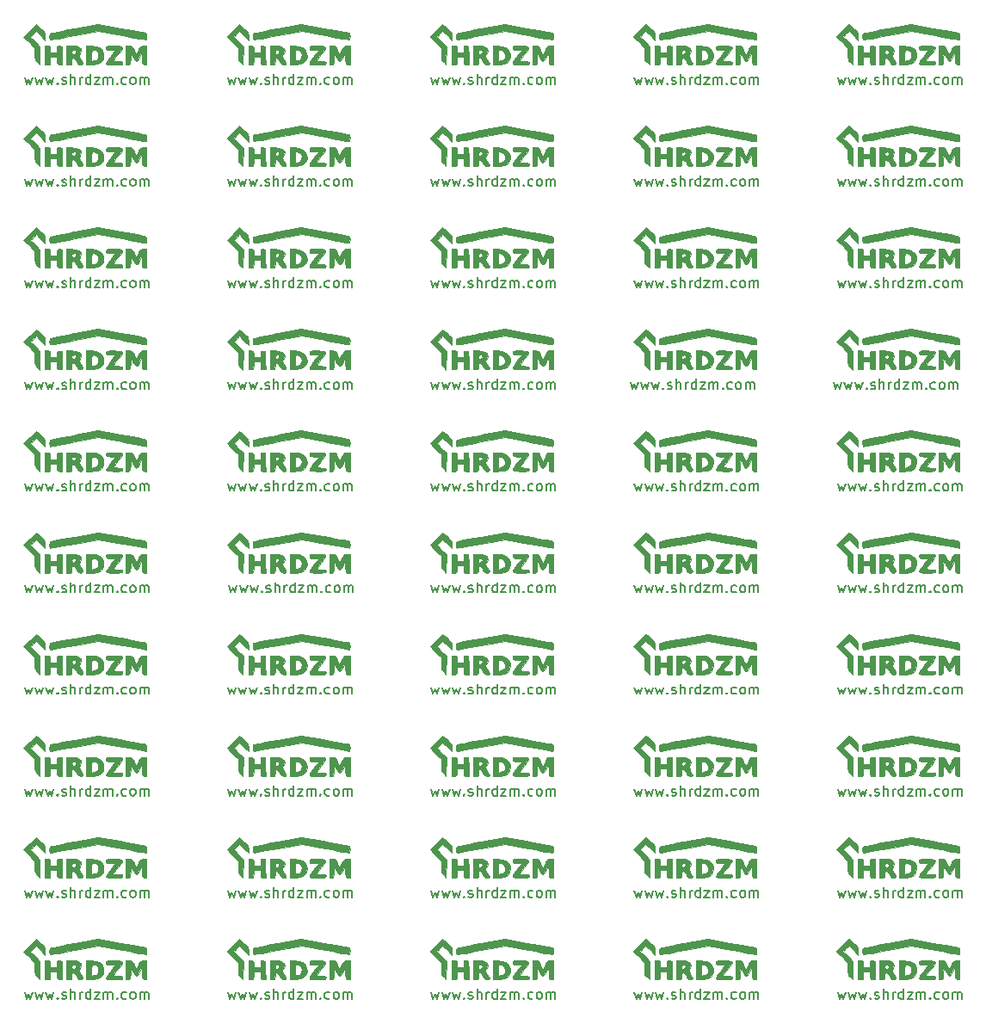
<source format=gbr>
%TF.GenerationSoftware,KiCad,Pcbnew,(5.1.9)-1*%
%TF.CreationDate,2021-08-26T19:28:38+02:00*%
%TF.ProjectId,Logo,4c6f676f-2e6b-4696-9361-645f70636258,rev?*%
%TF.SameCoordinates,Original*%
%TF.FileFunction,Legend,Top*%
%TF.FilePolarity,Positive*%
%FSLAX46Y46*%
G04 Gerber Fmt 4.6, Leading zero omitted, Abs format (unit mm)*
G04 Created by KiCad (PCBNEW (5.1.9)-1) date 2021-08-26 19:28:38*
%MOMM*%
%LPD*%
G01*
G04 APERTURE LIST*
%ADD10C,0.150000*%
%ADD11C,0.010000*%
G04 APERTURE END LIST*
D10*
X108757142Y-142035714D02*
X108947619Y-142702380D01*
X109138095Y-142226190D01*
X109328571Y-142702380D01*
X109519047Y-142035714D01*
X109804761Y-142035714D02*
X109995238Y-142702380D01*
X110185714Y-142226190D01*
X110376190Y-142702380D01*
X110566666Y-142035714D01*
X110852380Y-142035714D02*
X111042857Y-142702380D01*
X111233333Y-142226190D01*
X111423809Y-142702380D01*
X111614285Y-142035714D01*
X111995238Y-142607142D02*
X112042857Y-142654761D01*
X111995238Y-142702380D01*
X111947619Y-142654761D01*
X111995238Y-142607142D01*
X111995238Y-142702380D01*
X112423809Y-142654761D02*
X112519047Y-142702380D01*
X112709523Y-142702380D01*
X112804761Y-142654761D01*
X112852380Y-142559523D01*
X112852380Y-142511904D01*
X112804761Y-142416666D01*
X112709523Y-142369047D01*
X112566666Y-142369047D01*
X112471428Y-142321428D01*
X112423809Y-142226190D01*
X112423809Y-142178571D01*
X112471428Y-142083333D01*
X112566666Y-142035714D01*
X112709523Y-142035714D01*
X112804761Y-142083333D01*
X113280952Y-142702380D02*
X113280952Y-141702380D01*
X113709523Y-142702380D02*
X113709523Y-142178571D01*
X113661904Y-142083333D01*
X113566666Y-142035714D01*
X113423809Y-142035714D01*
X113328571Y-142083333D01*
X113280952Y-142130952D01*
X114185714Y-142702380D02*
X114185714Y-142035714D01*
X114185714Y-142226190D02*
X114233333Y-142130952D01*
X114280952Y-142083333D01*
X114376190Y-142035714D01*
X114471428Y-142035714D01*
X115233333Y-142702380D02*
X115233333Y-141702380D01*
X115233333Y-142654761D02*
X115138095Y-142702380D01*
X114947619Y-142702380D01*
X114852380Y-142654761D01*
X114804761Y-142607142D01*
X114757142Y-142511904D01*
X114757142Y-142226190D01*
X114804761Y-142130952D01*
X114852380Y-142083333D01*
X114947619Y-142035714D01*
X115138095Y-142035714D01*
X115233333Y-142083333D01*
X115614285Y-142035714D02*
X116138095Y-142035714D01*
X115614285Y-142702380D01*
X116138095Y-142702380D01*
X116519047Y-142702380D02*
X116519047Y-142035714D01*
X116519047Y-142130952D02*
X116566666Y-142083333D01*
X116661904Y-142035714D01*
X116804761Y-142035714D01*
X116900000Y-142083333D01*
X116947619Y-142178571D01*
X116947619Y-142702380D01*
X116947619Y-142178571D02*
X116995238Y-142083333D01*
X117090476Y-142035714D01*
X117233333Y-142035714D01*
X117328571Y-142083333D01*
X117376190Y-142178571D01*
X117376190Y-142702380D01*
X117852380Y-142607142D02*
X117900000Y-142654761D01*
X117852380Y-142702380D01*
X117804761Y-142654761D01*
X117852380Y-142607142D01*
X117852380Y-142702380D01*
X118757142Y-142654761D02*
X118661904Y-142702380D01*
X118471428Y-142702380D01*
X118376190Y-142654761D01*
X118328571Y-142607142D01*
X118280952Y-142511904D01*
X118280952Y-142226190D01*
X118328571Y-142130952D01*
X118376190Y-142083333D01*
X118471428Y-142035714D01*
X118661904Y-142035714D01*
X118757142Y-142083333D01*
X119328571Y-142702380D02*
X119233333Y-142654761D01*
X119185714Y-142607142D01*
X119138095Y-142511904D01*
X119138095Y-142226190D01*
X119185714Y-142130952D01*
X119233333Y-142083333D01*
X119328571Y-142035714D01*
X119471428Y-142035714D01*
X119566666Y-142083333D01*
X119614285Y-142130952D01*
X119661904Y-142226190D01*
X119661904Y-142511904D01*
X119614285Y-142607142D01*
X119566666Y-142654761D01*
X119471428Y-142702380D01*
X119328571Y-142702380D01*
X120090476Y-142702380D02*
X120090476Y-142035714D01*
X120090476Y-142130952D02*
X120138095Y-142083333D01*
X120233333Y-142035714D01*
X120376190Y-142035714D01*
X120471428Y-142083333D01*
X120519047Y-142178571D01*
X120519047Y-142702380D01*
X120519047Y-142178571D02*
X120566666Y-142083333D01*
X120661904Y-142035714D01*
X120804761Y-142035714D01*
X120900000Y-142083333D01*
X120947619Y-142178571D01*
X120947619Y-142702380D01*
X88757142Y-142035714D02*
X88947619Y-142702380D01*
X89138095Y-142226190D01*
X89328571Y-142702380D01*
X89519047Y-142035714D01*
X89804761Y-142035714D02*
X89995238Y-142702380D01*
X90185714Y-142226190D01*
X90376190Y-142702380D01*
X90566666Y-142035714D01*
X90852380Y-142035714D02*
X91042857Y-142702380D01*
X91233333Y-142226190D01*
X91423809Y-142702380D01*
X91614285Y-142035714D01*
X91995238Y-142607142D02*
X92042857Y-142654761D01*
X91995238Y-142702380D01*
X91947619Y-142654761D01*
X91995238Y-142607142D01*
X91995238Y-142702380D01*
X92423809Y-142654761D02*
X92519047Y-142702380D01*
X92709523Y-142702380D01*
X92804761Y-142654761D01*
X92852380Y-142559523D01*
X92852380Y-142511904D01*
X92804761Y-142416666D01*
X92709523Y-142369047D01*
X92566666Y-142369047D01*
X92471428Y-142321428D01*
X92423809Y-142226190D01*
X92423809Y-142178571D01*
X92471428Y-142083333D01*
X92566666Y-142035714D01*
X92709523Y-142035714D01*
X92804761Y-142083333D01*
X93280952Y-142702380D02*
X93280952Y-141702380D01*
X93709523Y-142702380D02*
X93709523Y-142178571D01*
X93661904Y-142083333D01*
X93566666Y-142035714D01*
X93423809Y-142035714D01*
X93328571Y-142083333D01*
X93280952Y-142130952D01*
X94185714Y-142702380D02*
X94185714Y-142035714D01*
X94185714Y-142226190D02*
X94233333Y-142130952D01*
X94280952Y-142083333D01*
X94376190Y-142035714D01*
X94471428Y-142035714D01*
X95233333Y-142702380D02*
X95233333Y-141702380D01*
X95233333Y-142654761D02*
X95138095Y-142702380D01*
X94947619Y-142702380D01*
X94852380Y-142654761D01*
X94804761Y-142607142D01*
X94757142Y-142511904D01*
X94757142Y-142226190D01*
X94804761Y-142130952D01*
X94852380Y-142083333D01*
X94947619Y-142035714D01*
X95138095Y-142035714D01*
X95233333Y-142083333D01*
X95614285Y-142035714D02*
X96138095Y-142035714D01*
X95614285Y-142702380D01*
X96138095Y-142702380D01*
X96519047Y-142702380D02*
X96519047Y-142035714D01*
X96519047Y-142130952D02*
X96566666Y-142083333D01*
X96661904Y-142035714D01*
X96804761Y-142035714D01*
X96900000Y-142083333D01*
X96947619Y-142178571D01*
X96947619Y-142702380D01*
X96947619Y-142178571D02*
X96995238Y-142083333D01*
X97090476Y-142035714D01*
X97233333Y-142035714D01*
X97328571Y-142083333D01*
X97376190Y-142178571D01*
X97376190Y-142702380D01*
X97852380Y-142607142D02*
X97900000Y-142654761D01*
X97852380Y-142702380D01*
X97804761Y-142654761D01*
X97852380Y-142607142D01*
X97852380Y-142702380D01*
X98757142Y-142654761D02*
X98661904Y-142702380D01*
X98471428Y-142702380D01*
X98376190Y-142654761D01*
X98328571Y-142607142D01*
X98280952Y-142511904D01*
X98280952Y-142226190D01*
X98328571Y-142130952D01*
X98376190Y-142083333D01*
X98471428Y-142035714D01*
X98661904Y-142035714D01*
X98757142Y-142083333D01*
X99328571Y-142702380D02*
X99233333Y-142654761D01*
X99185714Y-142607142D01*
X99138095Y-142511904D01*
X99138095Y-142226190D01*
X99185714Y-142130952D01*
X99233333Y-142083333D01*
X99328571Y-142035714D01*
X99471428Y-142035714D01*
X99566666Y-142083333D01*
X99614285Y-142130952D01*
X99661904Y-142226190D01*
X99661904Y-142511904D01*
X99614285Y-142607142D01*
X99566666Y-142654761D01*
X99471428Y-142702380D01*
X99328571Y-142702380D01*
X100090476Y-142702380D02*
X100090476Y-142035714D01*
X100090476Y-142130952D02*
X100138095Y-142083333D01*
X100233333Y-142035714D01*
X100376190Y-142035714D01*
X100471428Y-142083333D01*
X100519047Y-142178571D01*
X100519047Y-142702380D01*
X100519047Y-142178571D02*
X100566666Y-142083333D01*
X100661904Y-142035714D01*
X100804761Y-142035714D01*
X100900000Y-142083333D01*
X100947619Y-142178571D01*
X100947619Y-142702380D01*
X68757142Y-142035714D02*
X68947619Y-142702380D01*
X69138095Y-142226190D01*
X69328571Y-142702380D01*
X69519047Y-142035714D01*
X69804761Y-142035714D02*
X69995238Y-142702380D01*
X70185714Y-142226190D01*
X70376190Y-142702380D01*
X70566666Y-142035714D01*
X70852380Y-142035714D02*
X71042857Y-142702380D01*
X71233333Y-142226190D01*
X71423809Y-142702380D01*
X71614285Y-142035714D01*
X71995238Y-142607142D02*
X72042857Y-142654761D01*
X71995238Y-142702380D01*
X71947619Y-142654761D01*
X71995238Y-142607142D01*
X71995238Y-142702380D01*
X72423809Y-142654761D02*
X72519047Y-142702380D01*
X72709523Y-142702380D01*
X72804761Y-142654761D01*
X72852380Y-142559523D01*
X72852380Y-142511904D01*
X72804761Y-142416666D01*
X72709523Y-142369047D01*
X72566666Y-142369047D01*
X72471428Y-142321428D01*
X72423809Y-142226190D01*
X72423809Y-142178571D01*
X72471428Y-142083333D01*
X72566666Y-142035714D01*
X72709523Y-142035714D01*
X72804761Y-142083333D01*
X73280952Y-142702380D02*
X73280952Y-141702380D01*
X73709523Y-142702380D02*
X73709523Y-142178571D01*
X73661904Y-142083333D01*
X73566666Y-142035714D01*
X73423809Y-142035714D01*
X73328571Y-142083333D01*
X73280952Y-142130952D01*
X74185714Y-142702380D02*
X74185714Y-142035714D01*
X74185714Y-142226190D02*
X74233333Y-142130952D01*
X74280952Y-142083333D01*
X74376190Y-142035714D01*
X74471428Y-142035714D01*
X75233333Y-142702380D02*
X75233333Y-141702380D01*
X75233333Y-142654761D02*
X75138095Y-142702380D01*
X74947619Y-142702380D01*
X74852380Y-142654761D01*
X74804761Y-142607142D01*
X74757142Y-142511904D01*
X74757142Y-142226190D01*
X74804761Y-142130952D01*
X74852380Y-142083333D01*
X74947619Y-142035714D01*
X75138095Y-142035714D01*
X75233333Y-142083333D01*
X75614285Y-142035714D02*
X76138095Y-142035714D01*
X75614285Y-142702380D01*
X76138095Y-142702380D01*
X76519047Y-142702380D02*
X76519047Y-142035714D01*
X76519047Y-142130952D02*
X76566666Y-142083333D01*
X76661904Y-142035714D01*
X76804761Y-142035714D01*
X76900000Y-142083333D01*
X76947619Y-142178571D01*
X76947619Y-142702380D01*
X76947619Y-142178571D02*
X76995238Y-142083333D01*
X77090476Y-142035714D01*
X77233333Y-142035714D01*
X77328571Y-142083333D01*
X77376190Y-142178571D01*
X77376190Y-142702380D01*
X77852380Y-142607142D02*
X77900000Y-142654761D01*
X77852380Y-142702380D01*
X77804761Y-142654761D01*
X77852380Y-142607142D01*
X77852380Y-142702380D01*
X78757142Y-142654761D02*
X78661904Y-142702380D01*
X78471428Y-142702380D01*
X78376190Y-142654761D01*
X78328571Y-142607142D01*
X78280952Y-142511904D01*
X78280952Y-142226190D01*
X78328571Y-142130952D01*
X78376190Y-142083333D01*
X78471428Y-142035714D01*
X78661904Y-142035714D01*
X78757142Y-142083333D01*
X79328571Y-142702380D02*
X79233333Y-142654761D01*
X79185714Y-142607142D01*
X79138095Y-142511904D01*
X79138095Y-142226190D01*
X79185714Y-142130952D01*
X79233333Y-142083333D01*
X79328571Y-142035714D01*
X79471428Y-142035714D01*
X79566666Y-142083333D01*
X79614285Y-142130952D01*
X79661904Y-142226190D01*
X79661904Y-142511904D01*
X79614285Y-142607142D01*
X79566666Y-142654761D01*
X79471428Y-142702380D01*
X79328571Y-142702380D01*
X80090476Y-142702380D02*
X80090476Y-142035714D01*
X80090476Y-142130952D02*
X80138095Y-142083333D01*
X80233333Y-142035714D01*
X80376190Y-142035714D01*
X80471428Y-142083333D01*
X80519047Y-142178571D01*
X80519047Y-142702380D01*
X80519047Y-142178571D02*
X80566666Y-142083333D01*
X80661904Y-142035714D01*
X80804761Y-142035714D01*
X80900000Y-142083333D01*
X80947619Y-142178571D01*
X80947619Y-142702380D01*
X128757142Y-142035714D02*
X128947619Y-142702380D01*
X129138095Y-142226190D01*
X129328571Y-142702380D01*
X129519047Y-142035714D01*
X129804761Y-142035714D02*
X129995238Y-142702380D01*
X130185714Y-142226190D01*
X130376190Y-142702380D01*
X130566666Y-142035714D01*
X130852380Y-142035714D02*
X131042857Y-142702380D01*
X131233333Y-142226190D01*
X131423809Y-142702380D01*
X131614285Y-142035714D01*
X131995238Y-142607142D02*
X132042857Y-142654761D01*
X131995238Y-142702380D01*
X131947619Y-142654761D01*
X131995238Y-142607142D01*
X131995238Y-142702380D01*
X132423809Y-142654761D02*
X132519047Y-142702380D01*
X132709523Y-142702380D01*
X132804761Y-142654761D01*
X132852380Y-142559523D01*
X132852380Y-142511904D01*
X132804761Y-142416666D01*
X132709523Y-142369047D01*
X132566666Y-142369047D01*
X132471428Y-142321428D01*
X132423809Y-142226190D01*
X132423809Y-142178571D01*
X132471428Y-142083333D01*
X132566666Y-142035714D01*
X132709523Y-142035714D01*
X132804761Y-142083333D01*
X133280952Y-142702380D02*
X133280952Y-141702380D01*
X133709523Y-142702380D02*
X133709523Y-142178571D01*
X133661904Y-142083333D01*
X133566666Y-142035714D01*
X133423809Y-142035714D01*
X133328571Y-142083333D01*
X133280952Y-142130952D01*
X134185714Y-142702380D02*
X134185714Y-142035714D01*
X134185714Y-142226190D02*
X134233333Y-142130952D01*
X134280952Y-142083333D01*
X134376190Y-142035714D01*
X134471428Y-142035714D01*
X135233333Y-142702380D02*
X135233333Y-141702380D01*
X135233333Y-142654761D02*
X135138095Y-142702380D01*
X134947619Y-142702380D01*
X134852380Y-142654761D01*
X134804761Y-142607142D01*
X134757142Y-142511904D01*
X134757142Y-142226190D01*
X134804761Y-142130952D01*
X134852380Y-142083333D01*
X134947619Y-142035714D01*
X135138095Y-142035714D01*
X135233333Y-142083333D01*
X135614285Y-142035714D02*
X136138095Y-142035714D01*
X135614285Y-142702380D01*
X136138095Y-142702380D01*
X136519047Y-142702380D02*
X136519047Y-142035714D01*
X136519047Y-142130952D02*
X136566666Y-142083333D01*
X136661904Y-142035714D01*
X136804761Y-142035714D01*
X136900000Y-142083333D01*
X136947619Y-142178571D01*
X136947619Y-142702380D01*
X136947619Y-142178571D02*
X136995238Y-142083333D01*
X137090476Y-142035714D01*
X137233333Y-142035714D01*
X137328571Y-142083333D01*
X137376190Y-142178571D01*
X137376190Y-142702380D01*
X137852380Y-142607142D02*
X137900000Y-142654761D01*
X137852380Y-142702380D01*
X137804761Y-142654761D01*
X137852380Y-142607142D01*
X137852380Y-142702380D01*
X138757142Y-142654761D02*
X138661904Y-142702380D01*
X138471428Y-142702380D01*
X138376190Y-142654761D01*
X138328571Y-142607142D01*
X138280952Y-142511904D01*
X138280952Y-142226190D01*
X138328571Y-142130952D01*
X138376190Y-142083333D01*
X138471428Y-142035714D01*
X138661904Y-142035714D01*
X138757142Y-142083333D01*
X139328571Y-142702380D02*
X139233333Y-142654761D01*
X139185714Y-142607142D01*
X139138095Y-142511904D01*
X139138095Y-142226190D01*
X139185714Y-142130952D01*
X139233333Y-142083333D01*
X139328571Y-142035714D01*
X139471428Y-142035714D01*
X139566666Y-142083333D01*
X139614285Y-142130952D01*
X139661904Y-142226190D01*
X139661904Y-142511904D01*
X139614285Y-142607142D01*
X139566666Y-142654761D01*
X139471428Y-142702380D01*
X139328571Y-142702380D01*
X140090476Y-142702380D02*
X140090476Y-142035714D01*
X140090476Y-142130952D02*
X140138095Y-142083333D01*
X140233333Y-142035714D01*
X140376190Y-142035714D01*
X140471428Y-142083333D01*
X140519047Y-142178571D01*
X140519047Y-142702380D01*
X140519047Y-142178571D02*
X140566666Y-142083333D01*
X140661904Y-142035714D01*
X140804761Y-142035714D01*
X140900000Y-142083333D01*
X140947619Y-142178571D01*
X140947619Y-142702380D01*
X48757142Y-142035714D02*
X48947619Y-142702380D01*
X49138095Y-142226190D01*
X49328571Y-142702380D01*
X49519047Y-142035714D01*
X49804761Y-142035714D02*
X49995238Y-142702380D01*
X50185714Y-142226190D01*
X50376190Y-142702380D01*
X50566666Y-142035714D01*
X50852380Y-142035714D02*
X51042857Y-142702380D01*
X51233333Y-142226190D01*
X51423809Y-142702380D01*
X51614285Y-142035714D01*
X51995238Y-142607142D02*
X52042857Y-142654761D01*
X51995238Y-142702380D01*
X51947619Y-142654761D01*
X51995238Y-142607142D01*
X51995238Y-142702380D01*
X52423809Y-142654761D02*
X52519047Y-142702380D01*
X52709523Y-142702380D01*
X52804761Y-142654761D01*
X52852380Y-142559523D01*
X52852380Y-142511904D01*
X52804761Y-142416666D01*
X52709523Y-142369047D01*
X52566666Y-142369047D01*
X52471428Y-142321428D01*
X52423809Y-142226190D01*
X52423809Y-142178571D01*
X52471428Y-142083333D01*
X52566666Y-142035714D01*
X52709523Y-142035714D01*
X52804761Y-142083333D01*
X53280952Y-142702380D02*
X53280952Y-141702380D01*
X53709523Y-142702380D02*
X53709523Y-142178571D01*
X53661904Y-142083333D01*
X53566666Y-142035714D01*
X53423809Y-142035714D01*
X53328571Y-142083333D01*
X53280952Y-142130952D01*
X54185714Y-142702380D02*
X54185714Y-142035714D01*
X54185714Y-142226190D02*
X54233333Y-142130952D01*
X54280952Y-142083333D01*
X54376190Y-142035714D01*
X54471428Y-142035714D01*
X55233333Y-142702380D02*
X55233333Y-141702380D01*
X55233333Y-142654761D02*
X55138095Y-142702380D01*
X54947619Y-142702380D01*
X54852380Y-142654761D01*
X54804761Y-142607142D01*
X54757142Y-142511904D01*
X54757142Y-142226190D01*
X54804761Y-142130952D01*
X54852380Y-142083333D01*
X54947619Y-142035714D01*
X55138095Y-142035714D01*
X55233333Y-142083333D01*
X55614285Y-142035714D02*
X56138095Y-142035714D01*
X55614285Y-142702380D01*
X56138095Y-142702380D01*
X56519047Y-142702380D02*
X56519047Y-142035714D01*
X56519047Y-142130952D02*
X56566666Y-142083333D01*
X56661904Y-142035714D01*
X56804761Y-142035714D01*
X56900000Y-142083333D01*
X56947619Y-142178571D01*
X56947619Y-142702380D01*
X56947619Y-142178571D02*
X56995238Y-142083333D01*
X57090476Y-142035714D01*
X57233333Y-142035714D01*
X57328571Y-142083333D01*
X57376190Y-142178571D01*
X57376190Y-142702380D01*
X57852380Y-142607142D02*
X57900000Y-142654761D01*
X57852380Y-142702380D01*
X57804761Y-142654761D01*
X57852380Y-142607142D01*
X57852380Y-142702380D01*
X58757142Y-142654761D02*
X58661904Y-142702380D01*
X58471428Y-142702380D01*
X58376190Y-142654761D01*
X58328571Y-142607142D01*
X58280952Y-142511904D01*
X58280952Y-142226190D01*
X58328571Y-142130952D01*
X58376190Y-142083333D01*
X58471428Y-142035714D01*
X58661904Y-142035714D01*
X58757142Y-142083333D01*
X59328571Y-142702380D02*
X59233333Y-142654761D01*
X59185714Y-142607142D01*
X59138095Y-142511904D01*
X59138095Y-142226190D01*
X59185714Y-142130952D01*
X59233333Y-142083333D01*
X59328571Y-142035714D01*
X59471428Y-142035714D01*
X59566666Y-142083333D01*
X59614285Y-142130952D01*
X59661904Y-142226190D01*
X59661904Y-142511904D01*
X59614285Y-142607142D01*
X59566666Y-142654761D01*
X59471428Y-142702380D01*
X59328571Y-142702380D01*
X60090476Y-142702380D02*
X60090476Y-142035714D01*
X60090476Y-142130952D02*
X60138095Y-142083333D01*
X60233333Y-142035714D01*
X60376190Y-142035714D01*
X60471428Y-142083333D01*
X60519047Y-142178571D01*
X60519047Y-142702380D01*
X60519047Y-142178571D02*
X60566666Y-142083333D01*
X60661904Y-142035714D01*
X60804761Y-142035714D01*
X60900000Y-142083333D01*
X60947619Y-142178571D01*
X60947619Y-142702380D01*
X48757142Y-132035714D02*
X48947619Y-132702380D01*
X49138095Y-132226190D01*
X49328571Y-132702380D01*
X49519047Y-132035714D01*
X49804761Y-132035714D02*
X49995238Y-132702380D01*
X50185714Y-132226190D01*
X50376190Y-132702380D01*
X50566666Y-132035714D01*
X50852380Y-132035714D02*
X51042857Y-132702380D01*
X51233333Y-132226190D01*
X51423809Y-132702380D01*
X51614285Y-132035714D01*
X51995238Y-132607142D02*
X52042857Y-132654761D01*
X51995238Y-132702380D01*
X51947619Y-132654761D01*
X51995238Y-132607142D01*
X51995238Y-132702380D01*
X52423809Y-132654761D02*
X52519047Y-132702380D01*
X52709523Y-132702380D01*
X52804761Y-132654761D01*
X52852380Y-132559523D01*
X52852380Y-132511904D01*
X52804761Y-132416666D01*
X52709523Y-132369047D01*
X52566666Y-132369047D01*
X52471428Y-132321428D01*
X52423809Y-132226190D01*
X52423809Y-132178571D01*
X52471428Y-132083333D01*
X52566666Y-132035714D01*
X52709523Y-132035714D01*
X52804761Y-132083333D01*
X53280952Y-132702380D02*
X53280952Y-131702380D01*
X53709523Y-132702380D02*
X53709523Y-132178571D01*
X53661904Y-132083333D01*
X53566666Y-132035714D01*
X53423809Y-132035714D01*
X53328571Y-132083333D01*
X53280952Y-132130952D01*
X54185714Y-132702380D02*
X54185714Y-132035714D01*
X54185714Y-132226190D02*
X54233333Y-132130952D01*
X54280952Y-132083333D01*
X54376190Y-132035714D01*
X54471428Y-132035714D01*
X55233333Y-132702380D02*
X55233333Y-131702380D01*
X55233333Y-132654761D02*
X55138095Y-132702380D01*
X54947619Y-132702380D01*
X54852380Y-132654761D01*
X54804761Y-132607142D01*
X54757142Y-132511904D01*
X54757142Y-132226190D01*
X54804761Y-132130952D01*
X54852380Y-132083333D01*
X54947619Y-132035714D01*
X55138095Y-132035714D01*
X55233333Y-132083333D01*
X55614285Y-132035714D02*
X56138095Y-132035714D01*
X55614285Y-132702380D01*
X56138095Y-132702380D01*
X56519047Y-132702380D02*
X56519047Y-132035714D01*
X56519047Y-132130952D02*
X56566666Y-132083333D01*
X56661904Y-132035714D01*
X56804761Y-132035714D01*
X56900000Y-132083333D01*
X56947619Y-132178571D01*
X56947619Y-132702380D01*
X56947619Y-132178571D02*
X56995238Y-132083333D01*
X57090476Y-132035714D01*
X57233333Y-132035714D01*
X57328571Y-132083333D01*
X57376190Y-132178571D01*
X57376190Y-132702380D01*
X57852380Y-132607142D02*
X57900000Y-132654761D01*
X57852380Y-132702380D01*
X57804761Y-132654761D01*
X57852380Y-132607142D01*
X57852380Y-132702380D01*
X58757142Y-132654761D02*
X58661904Y-132702380D01*
X58471428Y-132702380D01*
X58376190Y-132654761D01*
X58328571Y-132607142D01*
X58280952Y-132511904D01*
X58280952Y-132226190D01*
X58328571Y-132130952D01*
X58376190Y-132083333D01*
X58471428Y-132035714D01*
X58661904Y-132035714D01*
X58757142Y-132083333D01*
X59328571Y-132702380D02*
X59233333Y-132654761D01*
X59185714Y-132607142D01*
X59138095Y-132511904D01*
X59138095Y-132226190D01*
X59185714Y-132130952D01*
X59233333Y-132083333D01*
X59328571Y-132035714D01*
X59471428Y-132035714D01*
X59566666Y-132083333D01*
X59614285Y-132130952D01*
X59661904Y-132226190D01*
X59661904Y-132511904D01*
X59614285Y-132607142D01*
X59566666Y-132654761D01*
X59471428Y-132702380D01*
X59328571Y-132702380D01*
X60090476Y-132702380D02*
X60090476Y-132035714D01*
X60090476Y-132130952D02*
X60138095Y-132083333D01*
X60233333Y-132035714D01*
X60376190Y-132035714D01*
X60471428Y-132083333D01*
X60519047Y-132178571D01*
X60519047Y-132702380D01*
X60519047Y-132178571D02*
X60566666Y-132083333D01*
X60661904Y-132035714D01*
X60804761Y-132035714D01*
X60900000Y-132083333D01*
X60947619Y-132178571D01*
X60947619Y-132702380D01*
X68757142Y-132035714D02*
X68947619Y-132702380D01*
X69138095Y-132226190D01*
X69328571Y-132702380D01*
X69519047Y-132035714D01*
X69804761Y-132035714D02*
X69995238Y-132702380D01*
X70185714Y-132226190D01*
X70376190Y-132702380D01*
X70566666Y-132035714D01*
X70852380Y-132035714D02*
X71042857Y-132702380D01*
X71233333Y-132226190D01*
X71423809Y-132702380D01*
X71614285Y-132035714D01*
X71995238Y-132607142D02*
X72042857Y-132654761D01*
X71995238Y-132702380D01*
X71947619Y-132654761D01*
X71995238Y-132607142D01*
X71995238Y-132702380D01*
X72423809Y-132654761D02*
X72519047Y-132702380D01*
X72709523Y-132702380D01*
X72804761Y-132654761D01*
X72852380Y-132559523D01*
X72852380Y-132511904D01*
X72804761Y-132416666D01*
X72709523Y-132369047D01*
X72566666Y-132369047D01*
X72471428Y-132321428D01*
X72423809Y-132226190D01*
X72423809Y-132178571D01*
X72471428Y-132083333D01*
X72566666Y-132035714D01*
X72709523Y-132035714D01*
X72804761Y-132083333D01*
X73280952Y-132702380D02*
X73280952Y-131702380D01*
X73709523Y-132702380D02*
X73709523Y-132178571D01*
X73661904Y-132083333D01*
X73566666Y-132035714D01*
X73423809Y-132035714D01*
X73328571Y-132083333D01*
X73280952Y-132130952D01*
X74185714Y-132702380D02*
X74185714Y-132035714D01*
X74185714Y-132226190D02*
X74233333Y-132130952D01*
X74280952Y-132083333D01*
X74376190Y-132035714D01*
X74471428Y-132035714D01*
X75233333Y-132702380D02*
X75233333Y-131702380D01*
X75233333Y-132654761D02*
X75138095Y-132702380D01*
X74947619Y-132702380D01*
X74852380Y-132654761D01*
X74804761Y-132607142D01*
X74757142Y-132511904D01*
X74757142Y-132226190D01*
X74804761Y-132130952D01*
X74852380Y-132083333D01*
X74947619Y-132035714D01*
X75138095Y-132035714D01*
X75233333Y-132083333D01*
X75614285Y-132035714D02*
X76138095Y-132035714D01*
X75614285Y-132702380D01*
X76138095Y-132702380D01*
X76519047Y-132702380D02*
X76519047Y-132035714D01*
X76519047Y-132130952D02*
X76566666Y-132083333D01*
X76661904Y-132035714D01*
X76804761Y-132035714D01*
X76900000Y-132083333D01*
X76947619Y-132178571D01*
X76947619Y-132702380D01*
X76947619Y-132178571D02*
X76995238Y-132083333D01*
X77090476Y-132035714D01*
X77233333Y-132035714D01*
X77328571Y-132083333D01*
X77376190Y-132178571D01*
X77376190Y-132702380D01*
X77852380Y-132607142D02*
X77900000Y-132654761D01*
X77852380Y-132702380D01*
X77804761Y-132654761D01*
X77852380Y-132607142D01*
X77852380Y-132702380D01*
X78757142Y-132654761D02*
X78661904Y-132702380D01*
X78471428Y-132702380D01*
X78376190Y-132654761D01*
X78328571Y-132607142D01*
X78280952Y-132511904D01*
X78280952Y-132226190D01*
X78328571Y-132130952D01*
X78376190Y-132083333D01*
X78471428Y-132035714D01*
X78661904Y-132035714D01*
X78757142Y-132083333D01*
X79328571Y-132702380D02*
X79233333Y-132654761D01*
X79185714Y-132607142D01*
X79138095Y-132511904D01*
X79138095Y-132226190D01*
X79185714Y-132130952D01*
X79233333Y-132083333D01*
X79328571Y-132035714D01*
X79471428Y-132035714D01*
X79566666Y-132083333D01*
X79614285Y-132130952D01*
X79661904Y-132226190D01*
X79661904Y-132511904D01*
X79614285Y-132607142D01*
X79566666Y-132654761D01*
X79471428Y-132702380D01*
X79328571Y-132702380D01*
X80090476Y-132702380D02*
X80090476Y-132035714D01*
X80090476Y-132130952D02*
X80138095Y-132083333D01*
X80233333Y-132035714D01*
X80376190Y-132035714D01*
X80471428Y-132083333D01*
X80519047Y-132178571D01*
X80519047Y-132702380D01*
X80519047Y-132178571D02*
X80566666Y-132083333D01*
X80661904Y-132035714D01*
X80804761Y-132035714D01*
X80900000Y-132083333D01*
X80947619Y-132178571D01*
X80947619Y-132702380D01*
X88757142Y-132035714D02*
X88947619Y-132702380D01*
X89138095Y-132226190D01*
X89328571Y-132702380D01*
X89519047Y-132035714D01*
X89804761Y-132035714D02*
X89995238Y-132702380D01*
X90185714Y-132226190D01*
X90376190Y-132702380D01*
X90566666Y-132035714D01*
X90852380Y-132035714D02*
X91042857Y-132702380D01*
X91233333Y-132226190D01*
X91423809Y-132702380D01*
X91614285Y-132035714D01*
X91995238Y-132607142D02*
X92042857Y-132654761D01*
X91995238Y-132702380D01*
X91947619Y-132654761D01*
X91995238Y-132607142D01*
X91995238Y-132702380D01*
X92423809Y-132654761D02*
X92519047Y-132702380D01*
X92709523Y-132702380D01*
X92804761Y-132654761D01*
X92852380Y-132559523D01*
X92852380Y-132511904D01*
X92804761Y-132416666D01*
X92709523Y-132369047D01*
X92566666Y-132369047D01*
X92471428Y-132321428D01*
X92423809Y-132226190D01*
X92423809Y-132178571D01*
X92471428Y-132083333D01*
X92566666Y-132035714D01*
X92709523Y-132035714D01*
X92804761Y-132083333D01*
X93280952Y-132702380D02*
X93280952Y-131702380D01*
X93709523Y-132702380D02*
X93709523Y-132178571D01*
X93661904Y-132083333D01*
X93566666Y-132035714D01*
X93423809Y-132035714D01*
X93328571Y-132083333D01*
X93280952Y-132130952D01*
X94185714Y-132702380D02*
X94185714Y-132035714D01*
X94185714Y-132226190D02*
X94233333Y-132130952D01*
X94280952Y-132083333D01*
X94376190Y-132035714D01*
X94471428Y-132035714D01*
X95233333Y-132702380D02*
X95233333Y-131702380D01*
X95233333Y-132654761D02*
X95138095Y-132702380D01*
X94947619Y-132702380D01*
X94852380Y-132654761D01*
X94804761Y-132607142D01*
X94757142Y-132511904D01*
X94757142Y-132226190D01*
X94804761Y-132130952D01*
X94852380Y-132083333D01*
X94947619Y-132035714D01*
X95138095Y-132035714D01*
X95233333Y-132083333D01*
X95614285Y-132035714D02*
X96138095Y-132035714D01*
X95614285Y-132702380D01*
X96138095Y-132702380D01*
X96519047Y-132702380D02*
X96519047Y-132035714D01*
X96519047Y-132130952D02*
X96566666Y-132083333D01*
X96661904Y-132035714D01*
X96804761Y-132035714D01*
X96900000Y-132083333D01*
X96947619Y-132178571D01*
X96947619Y-132702380D01*
X96947619Y-132178571D02*
X96995238Y-132083333D01*
X97090476Y-132035714D01*
X97233333Y-132035714D01*
X97328571Y-132083333D01*
X97376190Y-132178571D01*
X97376190Y-132702380D01*
X97852380Y-132607142D02*
X97900000Y-132654761D01*
X97852380Y-132702380D01*
X97804761Y-132654761D01*
X97852380Y-132607142D01*
X97852380Y-132702380D01*
X98757142Y-132654761D02*
X98661904Y-132702380D01*
X98471428Y-132702380D01*
X98376190Y-132654761D01*
X98328571Y-132607142D01*
X98280952Y-132511904D01*
X98280952Y-132226190D01*
X98328571Y-132130952D01*
X98376190Y-132083333D01*
X98471428Y-132035714D01*
X98661904Y-132035714D01*
X98757142Y-132083333D01*
X99328571Y-132702380D02*
X99233333Y-132654761D01*
X99185714Y-132607142D01*
X99138095Y-132511904D01*
X99138095Y-132226190D01*
X99185714Y-132130952D01*
X99233333Y-132083333D01*
X99328571Y-132035714D01*
X99471428Y-132035714D01*
X99566666Y-132083333D01*
X99614285Y-132130952D01*
X99661904Y-132226190D01*
X99661904Y-132511904D01*
X99614285Y-132607142D01*
X99566666Y-132654761D01*
X99471428Y-132702380D01*
X99328571Y-132702380D01*
X100090476Y-132702380D02*
X100090476Y-132035714D01*
X100090476Y-132130952D02*
X100138095Y-132083333D01*
X100233333Y-132035714D01*
X100376190Y-132035714D01*
X100471428Y-132083333D01*
X100519047Y-132178571D01*
X100519047Y-132702380D01*
X100519047Y-132178571D02*
X100566666Y-132083333D01*
X100661904Y-132035714D01*
X100804761Y-132035714D01*
X100900000Y-132083333D01*
X100947619Y-132178571D01*
X100947619Y-132702380D01*
X128757142Y-132035714D02*
X128947619Y-132702380D01*
X129138095Y-132226190D01*
X129328571Y-132702380D01*
X129519047Y-132035714D01*
X129804761Y-132035714D02*
X129995238Y-132702380D01*
X130185714Y-132226190D01*
X130376190Y-132702380D01*
X130566666Y-132035714D01*
X130852380Y-132035714D02*
X131042857Y-132702380D01*
X131233333Y-132226190D01*
X131423809Y-132702380D01*
X131614285Y-132035714D01*
X131995238Y-132607142D02*
X132042857Y-132654761D01*
X131995238Y-132702380D01*
X131947619Y-132654761D01*
X131995238Y-132607142D01*
X131995238Y-132702380D01*
X132423809Y-132654761D02*
X132519047Y-132702380D01*
X132709523Y-132702380D01*
X132804761Y-132654761D01*
X132852380Y-132559523D01*
X132852380Y-132511904D01*
X132804761Y-132416666D01*
X132709523Y-132369047D01*
X132566666Y-132369047D01*
X132471428Y-132321428D01*
X132423809Y-132226190D01*
X132423809Y-132178571D01*
X132471428Y-132083333D01*
X132566666Y-132035714D01*
X132709523Y-132035714D01*
X132804761Y-132083333D01*
X133280952Y-132702380D02*
X133280952Y-131702380D01*
X133709523Y-132702380D02*
X133709523Y-132178571D01*
X133661904Y-132083333D01*
X133566666Y-132035714D01*
X133423809Y-132035714D01*
X133328571Y-132083333D01*
X133280952Y-132130952D01*
X134185714Y-132702380D02*
X134185714Y-132035714D01*
X134185714Y-132226190D02*
X134233333Y-132130952D01*
X134280952Y-132083333D01*
X134376190Y-132035714D01*
X134471428Y-132035714D01*
X135233333Y-132702380D02*
X135233333Y-131702380D01*
X135233333Y-132654761D02*
X135138095Y-132702380D01*
X134947619Y-132702380D01*
X134852380Y-132654761D01*
X134804761Y-132607142D01*
X134757142Y-132511904D01*
X134757142Y-132226190D01*
X134804761Y-132130952D01*
X134852380Y-132083333D01*
X134947619Y-132035714D01*
X135138095Y-132035714D01*
X135233333Y-132083333D01*
X135614285Y-132035714D02*
X136138095Y-132035714D01*
X135614285Y-132702380D01*
X136138095Y-132702380D01*
X136519047Y-132702380D02*
X136519047Y-132035714D01*
X136519047Y-132130952D02*
X136566666Y-132083333D01*
X136661904Y-132035714D01*
X136804761Y-132035714D01*
X136900000Y-132083333D01*
X136947619Y-132178571D01*
X136947619Y-132702380D01*
X136947619Y-132178571D02*
X136995238Y-132083333D01*
X137090476Y-132035714D01*
X137233333Y-132035714D01*
X137328571Y-132083333D01*
X137376190Y-132178571D01*
X137376190Y-132702380D01*
X137852380Y-132607142D02*
X137900000Y-132654761D01*
X137852380Y-132702380D01*
X137804761Y-132654761D01*
X137852380Y-132607142D01*
X137852380Y-132702380D01*
X138757142Y-132654761D02*
X138661904Y-132702380D01*
X138471428Y-132702380D01*
X138376190Y-132654761D01*
X138328571Y-132607142D01*
X138280952Y-132511904D01*
X138280952Y-132226190D01*
X138328571Y-132130952D01*
X138376190Y-132083333D01*
X138471428Y-132035714D01*
X138661904Y-132035714D01*
X138757142Y-132083333D01*
X139328571Y-132702380D02*
X139233333Y-132654761D01*
X139185714Y-132607142D01*
X139138095Y-132511904D01*
X139138095Y-132226190D01*
X139185714Y-132130952D01*
X139233333Y-132083333D01*
X139328571Y-132035714D01*
X139471428Y-132035714D01*
X139566666Y-132083333D01*
X139614285Y-132130952D01*
X139661904Y-132226190D01*
X139661904Y-132511904D01*
X139614285Y-132607142D01*
X139566666Y-132654761D01*
X139471428Y-132702380D01*
X139328571Y-132702380D01*
X140090476Y-132702380D02*
X140090476Y-132035714D01*
X140090476Y-132130952D02*
X140138095Y-132083333D01*
X140233333Y-132035714D01*
X140376190Y-132035714D01*
X140471428Y-132083333D01*
X140519047Y-132178571D01*
X140519047Y-132702380D01*
X140519047Y-132178571D02*
X140566666Y-132083333D01*
X140661904Y-132035714D01*
X140804761Y-132035714D01*
X140900000Y-132083333D01*
X140947619Y-132178571D01*
X140947619Y-132702380D01*
X108757142Y-132035714D02*
X108947619Y-132702380D01*
X109138095Y-132226190D01*
X109328571Y-132702380D01*
X109519047Y-132035714D01*
X109804761Y-132035714D02*
X109995238Y-132702380D01*
X110185714Y-132226190D01*
X110376190Y-132702380D01*
X110566666Y-132035714D01*
X110852380Y-132035714D02*
X111042857Y-132702380D01*
X111233333Y-132226190D01*
X111423809Y-132702380D01*
X111614285Y-132035714D01*
X111995238Y-132607142D02*
X112042857Y-132654761D01*
X111995238Y-132702380D01*
X111947619Y-132654761D01*
X111995238Y-132607142D01*
X111995238Y-132702380D01*
X112423809Y-132654761D02*
X112519047Y-132702380D01*
X112709523Y-132702380D01*
X112804761Y-132654761D01*
X112852380Y-132559523D01*
X112852380Y-132511904D01*
X112804761Y-132416666D01*
X112709523Y-132369047D01*
X112566666Y-132369047D01*
X112471428Y-132321428D01*
X112423809Y-132226190D01*
X112423809Y-132178571D01*
X112471428Y-132083333D01*
X112566666Y-132035714D01*
X112709523Y-132035714D01*
X112804761Y-132083333D01*
X113280952Y-132702380D02*
X113280952Y-131702380D01*
X113709523Y-132702380D02*
X113709523Y-132178571D01*
X113661904Y-132083333D01*
X113566666Y-132035714D01*
X113423809Y-132035714D01*
X113328571Y-132083333D01*
X113280952Y-132130952D01*
X114185714Y-132702380D02*
X114185714Y-132035714D01*
X114185714Y-132226190D02*
X114233333Y-132130952D01*
X114280952Y-132083333D01*
X114376190Y-132035714D01*
X114471428Y-132035714D01*
X115233333Y-132702380D02*
X115233333Y-131702380D01*
X115233333Y-132654761D02*
X115138095Y-132702380D01*
X114947619Y-132702380D01*
X114852380Y-132654761D01*
X114804761Y-132607142D01*
X114757142Y-132511904D01*
X114757142Y-132226190D01*
X114804761Y-132130952D01*
X114852380Y-132083333D01*
X114947619Y-132035714D01*
X115138095Y-132035714D01*
X115233333Y-132083333D01*
X115614285Y-132035714D02*
X116138095Y-132035714D01*
X115614285Y-132702380D01*
X116138095Y-132702380D01*
X116519047Y-132702380D02*
X116519047Y-132035714D01*
X116519047Y-132130952D02*
X116566666Y-132083333D01*
X116661904Y-132035714D01*
X116804761Y-132035714D01*
X116900000Y-132083333D01*
X116947619Y-132178571D01*
X116947619Y-132702380D01*
X116947619Y-132178571D02*
X116995238Y-132083333D01*
X117090476Y-132035714D01*
X117233333Y-132035714D01*
X117328571Y-132083333D01*
X117376190Y-132178571D01*
X117376190Y-132702380D01*
X117852380Y-132607142D02*
X117900000Y-132654761D01*
X117852380Y-132702380D01*
X117804761Y-132654761D01*
X117852380Y-132607142D01*
X117852380Y-132702380D01*
X118757142Y-132654761D02*
X118661904Y-132702380D01*
X118471428Y-132702380D01*
X118376190Y-132654761D01*
X118328571Y-132607142D01*
X118280952Y-132511904D01*
X118280952Y-132226190D01*
X118328571Y-132130952D01*
X118376190Y-132083333D01*
X118471428Y-132035714D01*
X118661904Y-132035714D01*
X118757142Y-132083333D01*
X119328571Y-132702380D02*
X119233333Y-132654761D01*
X119185714Y-132607142D01*
X119138095Y-132511904D01*
X119138095Y-132226190D01*
X119185714Y-132130952D01*
X119233333Y-132083333D01*
X119328571Y-132035714D01*
X119471428Y-132035714D01*
X119566666Y-132083333D01*
X119614285Y-132130952D01*
X119661904Y-132226190D01*
X119661904Y-132511904D01*
X119614285Y-132607142D01*
X119566666Y-132654761D01*
X119471428Y-132702380D01*
X119328571Y-132702380D01*
X120090476Y-132702380D02*
X120090476Y-132035714D01*
X120090476Y-132130952D02*
X120138095Y-132083333D01*
X120233333Y-132035714D01*
X120376190Y-132035714D01*
X120471428Y-132083333D01*
X120519047Y-132178571D01*
X120519047Y-132702380D01*
X120519047Y-132178571D02*
X120566666Y-132083333D01*
X120661904Y-132035714D01*
X120804761Y-132035714D01*
X120900000Y-132083333D01*
X120947619Y-132178571D01*
X120947619Y-132702380D01*
X108757142Y-122035714D02*
X108947619Y-122702380D01*
X109138095Y-122226190D01*
X109328571Y-122702380D01*
X109519047Y-122035714D01*
X109804761Y-122035714D02*
X109995238Y-122702380D01*
X110185714Y-122226190D01*
X110376190Y-122702380D01*
X110566666Y-122035714D01*
X110852380Y-122035714D02*
X111042857Y-122702380D01*
X111233333Y-122226190D01*
X111423809Y-122702380D01*
X111614285Y-122035714D01*
X111995238Y-122607142D02*
X112042857Y-122654761D01*
X111995238Y-122702380D01*
X111947619Y-122654761D01*
X111995238Y-122607142D01*
X111995238Y-122702380D01*
X112423809Y-122654761D02*
X112519047Y-122702380D01*
X112709523Y-122702380D01*
X112804761Y-122654761D01*
X112852380Y-122559523D01*
X112852380Y-122511904D01*
X112804761Y-122416666D01*
X112709523Y-122369047D01*
X112566666Y-122369047D01*
X112471428Y-122321428D01*
X112423809Y-122226190D01*
X112423809Y-122178571D01*
X112471428Y-122083333D01*
X112566666Y-122035714D01*
X112709523Y-122035714D01*
X112804761Y-122083333D01*
X113280952Y-122702380D02*
X113280952Y-121702380D01*
X113709523Y-122702380D02*
X113709523Y-122178571D01*
X113661904Y-122083333D01*
X113566666Y-122035714D01*
X113423809Y-122035714D01*
X113328571Y-122083333D01*
X113280952Y-122130952D01*
X114185714Y-122702380D02*
X114185714Y-122035714D01*
X114185714Y-122226190D02*
X114233333Y-122130952D01*
X114280952Y-122083333D01*
X114376190Y-122035714D01*
X114471428Y-122035714D01*
X115233333Y-122702380D02*
X115233333Y-121702380D01*
X115233333Y-122654761D02*
X115138095Y-122702380D01*
X114947619Y-122702380D01*
X114852380Y-122654761D01*
X114804761Y-122607142D01*
X114757142Y-122511904D01*
X114757142Y-122226190D01*
X114804761Y-122130952D01*
X114852380Y-122083333D01*
X114947619Y-122035714D01*
X115138095Y-122035714D01*
X115233333Y-122083333D01*
X115614285Y-122035714D02*
X116138095Y-122035714D01*
X115614285Y-122702380D01*
X116138095Y-122702380D01*
X116519047Y-122702380D02*
X116519047Y-122035714D01*
X116519047Y-122130952D02*
X116566666Y-122083333D01*
X116661904Y-122035714D01*
X116804761Y-122035714D01*
X116900000Y-122083333D01*
X116947619Y-122178571D01*
X116947619Y-122702380D01*
X116947619Y-122178571D02*
X116995238Y-122083333D01*
X117090476Y-122035714D01*
X117233333Y-122035714D01*
X117328571Y-122083333D01*
X117376190Y-122178571D01*
X117376190Y-122702380D01*
X117852380Y-122607142D02*
X117900000Y-122654761D01*
X117852380Y-122702380D01*
X117804761Y-122654761D01*
X117852380Y-122607142D01*
X117852380Y-122702380D01*
X118757142Y-122654761D02*
X118661904Y-122702380D01*
X118471428Y-122702380D01*
X118376190Y-122654761D01*
X118328571Y-122607142D01*
X118280952Y-122511904D01*
X118280952Y-122226190D01*
X118328571Y-122130952D01*
X118376190Y-122083333D01*
X118471428Y-122035714D01*
X118661904Y-122035714D01*
X118757142Y-122083333D01*
X119328571Y-122702380D02*
X119233333Y-122654761D01*
X119185714Y-122607142D01*
X119138095Y-122511904D01*
X119138095Y-122226190D01*
X119185714Y-122130952D01*
X119233333Y-122083333D01*
X119328571Y-122035714D01*
X119471428Y-122035714D01*
X119566666Y-122083333D01*
X119614285Y-122130952D01*
X119661904Y-122226190D01*
X119661904Y-122511904D01*
X119614285Y-122607142D01*
X119566666Y-122654761D01*
X119471428Y-122702380D01*
X119328571Y-122702380D01*
X120090476Y-122702380D02*
X120090476Y-122035714D01*
X120090476Y-122130952D02*
X120138095Y-122083333D01*
X120233333Y-122035714D01*
X120376190Y-122035714D01*
X120471428Y-122083333D01*
X120519047Y-122178571D01*
X120519047Y-122702380D01*
X120519047Y-122178571D02*
X120566666Y-122083333D01*
X120661904Y-122035714D01*
X120804761Y-122035714D01*
X120900000Y-122083333D01*
X120947619Y-122178571D01*
X120947619Y-122702380D01*
X88757142Y-122035714D02*
X88947619Y-122702380D01*
X89138095Y-122226190D01*
X89328571Y-122702380D01*
X89519047Y-122035714D01*
X89804761Y-122035714D02*
X89995238Y-122702380D01*
X90185714Y-122226190D01*
X90376190Y-122702380D01*
X90566666Y-122035714D01*
X90852380Y-122035714D02*
X91042857Y-122702380D01*
X91233333Y-122226190D01*
X91423809Y-122702380D01*
X91614285Y-122035714D01*
X91995238Y-122607142D02*
X92042857Y-122654761D01*
X91995238Y-122702380D01*
X91947619Y-122654761D01*
X91995238Y-122607142D01*
X91995238Y-122702380D01*
X92423809Y-122654761D02*
X92519047Y-122702380D01*
X92709523Y-122702380D01*
X92804761Y-122654761D01*
X92852380Y-122559523D01*
X92852380Y-122511904D01*
X92804761Y-122416666D01*
X92709523Y-122369047D01*
X92566666Y-122369047D01*
X92471428Y-122321428D01*
X92423809Y-122226190D01*
X92423809Y-122178571D01*
X92471428Y-122083333D01*
X92566666Y-122035714D01*
X92709523Y-122035714D01*
X92804761Y-122083333D01*
X93280952Y-122702380D02*
X93280952Y-121702380D01*
X93709523Y-122702380D02*
X93709523Y-122178571D01*
X93661904Y-122083333D01*
X93566666Y-122035714D01*
X93423809Y-122035714D01*
X93328571Y-122083333D01*
X93280952Y-122130952D01*
X94185714Y-122702380D02*
X94185714Y-122035714D01*
X94185714Y-122226190D02*
X94233333Y-122130952D01*
X94280952Y-122083333D01*
X94376190Y-122035714D01*
X94471428Y-122035714D01*
X95233333Y-122702380D02*
X95233333Y-121702380D01*
X95233333Y-122654761D02*
X95138095Y-122702380D01*
X94947619Y-122702380D01*
X94852380Y-122654761D01*
X94804761Y-122607142D01*
X94757142Y-122511904D01*
X94757142Y-122226190D01*
X94804761Y-122130952D01*
X94852380Y-122083333D01*
X94947619Y-122035714D01*
X95138095Y-122035714D01*
X95233333Y-122083333D01*
X95614285Y-122035714D02*
X96138095Y-122035714D01*
X95614285Y-122702380D01*
X96138095Y-122702380D01*
X96519047Y-122702380D02*
X96519047Y-122035714D01*
X96519047Y-122130952D02*
X96566666Y-122083333D01*
X96661904Y-122035714D01*
X96804761Y-122035714D01*
X96900000Y-122083333D01*
X96947619Y-122178571D01*
X96947619Y-122702380D01*
X96947619Y-122178571D02*
X96995238Y-122083333D01*
X97090476Y-122035714D01*
X97233333Y-122035714D01*
X97328571Y-122083333D01*
X97376190Y-122178571D01*
X97376190Y-122702380D01*
X97852380Y-122607142D02*
X97900000Y-122654761D01*
X97852380Y-122702380D01*
X97804761Y-122654761D01*
X97852380Y-122607142D01*
X97852380Y-122702380D01*
X98757142Y-122654761D02*
X98661904Y-122702380D01*
X98471428Y-122702380D01*
X98376190Y-122654761D01*
X98328571Y-122607142D01*
X98280952Y-122511904D01*
X98280952Y-122226190D01*
X98328571Y-122130952D01*
X98376190Y-122083333D01*
X98471428Y-122035714D01*
X98661904Y-122035714D01*
X98757142Y-122083333D01*
X99328571Y-122702380D02*
X99233333Y-122654761D01*
X99185714Y-122607142D01*
X99138095Y-122511904D01*
X99138095Y-122226190D01*
X99185714Y-122130952D01*
X99233333Y-122083333D01*
X99328571Y-122035714D01*
X99471428Y-122035714D01*
X99566666Y-122083333D01*
X99614285Y-122130952D01*
X99661904Y-122226190D01*
X99661904Y-122511904D01*
X99614285Y-122607142D01*
X99566666Y-122654761D01*
X99471428Y-122702380D01*
X99328571Y-122702380D01*
X100090476Y-122702380D02*
X100090476Y-122035714D01*
X100090476Y-122130952D02*
X100138095Y-122083333D01*
X100233333Y-122035714D01*
X100376190Y-122035714D01*
X100471428Y-122083333D01*
X100519047Y-122178571D01*
X100519047Y-122702380D01*
X100519047Y-122178571D02*
X100566666Y-122083333D01*
X100661904Y-122035714D01*
X100804761Y-122035714D01*
X100900000Y-122083333D01*
X100947619Y-122178571D01*
X100947619Y-122702380D01*
X68757142Y-122035714D02*
X68947619Y-122702380D01*
X69138095Y-122226190D01*
X69328571Y-122702380D01*
X69519047Y-122035714D01*
X69804761Y-122035714D02*
X69995238Y-122702380D01*
X70185714Y-122226190D01*
X70376190Y-122702380D01*
X70566666Y-122035714D01*
X70852380Y-122035714D02*
X71042857Y-122702380D01*
X71233333Y-122226190D01*
X71423809Y-122702380D01*
X71614285Y-122035714D01*
X71995238Y-122607142D02*
X72042857Y-122654761D01*
X71995238Y-122702380D01*
X71947619Y-122654761D01*
X71995238Y-122607142D01*
X71995238Y-122702380D01*
X72423809Y-122654761D02*
X72519047Y-122702380D01*
X72709523Y-122702380D01*
X72804761Y-122654761D01*
X72852380Y-122559523D01*
X72852380Y-122511904D01*
X72804761Y-122416666D01*
X72709523Y-122369047D01*
X72566666Y-122369047D01*
X72471428Y-122321428D01*
X72423809Y-122226190D01*
X72423809Y-122178571D01*
X72471428Y-122083333D01*
X72566666Y-122035714D01*
X72709523Y-122035714D01*
X72804761Y-122083333D01*
X73280952Y-122702380D02*
X73280952Y-121702380D01*
X73709523Y-122702380D02*
X73709523Y-122178571D01*
X73661904Y-122083333D01*
X73566666Y-122035714D01*
X73423809Y-122035714D01*
X73328571Y-122083333D01*
X73280952Y-122130952D01*
X74185714Y-122702380D02*
X74185714Y-122035714D01*
X74185714Y-122226190D02*
X74233333Y-122130952D01*
X74280952Y-122083333D01*
X74376190Y-122035714D01*
X74471428Y-122035714D01*
X75233333Y-122702380D02*
X75233333Y-121702380D01*
X75233333Y-122654761D02*
X75138095Y-122702380D01*
X74947619Y-122702380D01*
X74852380Y-122654761D01*
X74804761Y-122607142D01*
X74757142Y-122511904D01*
X74757142Y-122226190D01*
X74804761Y-122130952D01*
X74852380Y-122083333D01*
X74947619Y-122035714D01*
X75138095Y-122035714D01*
X75233333Y-122083333D01*
X75614285Y-122035714D02*
X76138095Y-122035714D01*
X75614285Y-122702380D01*
X76138095Y-122702380D01*
X76519047Y-122702380D02*
X76519047Y-122035714D01*
X76519047Y-122130952D02*
X76566666Y-122083333D01*
X76661904Y-122035714D01*
X76804761Y-122035714D01*
X76900000Y-122083333D01*
X76947619Y-122178571D01*
X76947619Y-122702380D01*
X76947619Y-122178571D02*
X76995238Y-122083333D01*
X77090476Y-122035714D01*
X77233333Y-122035714D01*
X77328571Y-122083333D01*
X77376190Y-122178571D01*
X77376190Y-122702380D01*
X77852380Y-122607142D02*
X77900000Y-122654761D01*
X77852380Y-122702380D01*
X77804761Y-122654761D01*
X77852380Y-122607142D01*
X77852380Y-122702380D01*
X78757142Y-122654761D02*
X78661904Y-122702380D01*
X78471428Y-122702380D01*
X78376190Y-122654761D01*
X78328571Y-122607142D01*
X78280952Y-122511904D01*
X78280952Y-122226190D01*
X78328571Y-122130952D01*
X78376190Y-122083333D01*
X78471428Y-122035714D01*
X78661904Y-122035714D01*
X78757142Y-122083333D01*
X79328571Y-122702380D02*
X79233333Y-122654761D01*
X79185714Y-122607142D01*
X79138095Y-122511904D01*
X79138095Y-122226190D01*
X79185714Y-122130952D01*
X79233333Y-122083333D01*
X79328571Y-122035714D01*
X79471428Y-122035714D01*
X79566666Y-122083333D01*
X79614285Y-122130952D01*
X79661904Y-122226190D01*
X79661904Y-122511904D01*
X79614285Y-122607142D01*
X79566666Y-122654761D01*
X79471428Y-122702380D01*
X79328571Y-122702380D01*
X80090476Y-122702380D02*
X80090476Y-122035714D01*
X80090476Y-122130952D02*
X80138095Y-122083333D01*
X80233333Y-122035714D01*
X80376190Y-122035714D01*
X80471428Y-122083333D01*
X80519047Y-122178571D01*
X80519047Y-122702380D01*
X80519047Y-122178571D02*
X80566666Y-122083333D01*
X80661904Y-122035714D01*
X80804761Y-122035714D01*
X80900000Y-122083333D01*
X80947619Y-122178571D01*
X80947619Y-122702380D01*
X128757142Y-122035714D02*
X128947619Y-122702380D01*
X129138095Y-122226190D01*
X129328571Y-122702380D01*
X129519047Y-122035714D01*
X129804761Y-122035714D02*
X129995238Y-122702380D01*
X130185714Y-122226190D01*
X130376190Y-122702380D01*
X130566666Y-122035714D01*
X130852380Y-122035714D02*
X131042857Y-122702380D01*
X131233333Y-122226190D01*
X131423809Y-122702380D01*
X131614285Y-122035714D01*
X131995238Y-122607142D02*
X132042857Y-122654761D01*
X131995238Y-122702380D01*
X131947619Y-122654761D01*
X131995238Y-122607142D01*
X131995238Y-122702380D01*
X132423809Y-122654761D02*
X132519047Y-122702380D01*
X132709523Y-122702380D01*
X132804761Y-122654761D01*
X132852380Y-122559523D01*
X132852380Y-122511904D01*
X132804761Y-122416666D01*
X132709523Y-122369047D01*
X132566666Y-122369047D01*
X132471428Y-122321428D01*
X132423809Y-122226190D01*
X132423809Y-122178571D01*
X132471428Y-122083333D01*
X132566666Y-122035714D01*
X132709523Y-122035714D01*
X132804761Y-122083333D01*
X133280952Y-122702380D02*
X133280952Y-121702380D01*
X133709523Y-122702380D02*
X133709523Y-122178571D01*
X133661904Y-122083333D01*
X133566666Y-122035714D01*
X133423809Y-122035714D01*
X133328571Y-122083333D01*
X133280952Y-122130952D01*
X134185714Y-122702380D02*
X134185714Y-122035714D01*
X134185714Y-122226190D02*
X134233333Y-122130952D01*
X134280952Y-122083333D01*
X134376190Y-122035714D01*
X134471428Y-122035714D01*
X135233333Y-122702380D02*
X135233333Y-121702380D01*
X135233333Y-122654761D02*
X135138095Y-122702380D01*
X134947619Y-122702380D01*
X134852380Y-122654761D01*
X134804761Y-122607142D01*
X134757142Y-122511904D01*
X134757142Y-122226190D01*
X134804761Y-122130952D01*
X134852380Y-122083333D01*
X134947619Y-122035714D01*
X135138095Y-122035714D01*
X135233333Y-122083333D01*
X135614285Y-122035714D02*
X136138095Y-122035714D01*
X135614285Y-122702380D01*
X136138095Y-122702380D01*
X136519047Y-122702380D02*
X136519047Y-122035714D01*
X136519047Y-122130952D02*
X136566666Y-122083333D01*
X136661904Y-122035714D01*
X136804761Y-122035714D01*
X136900000Y-122083333D01*
X136947619Y-122178571D01*
X136947619Y-122702380D01*
X136947619Y-122178571D02*
X136995238Y-122083333D01*
X137090476Y-122035714D01*
X137233333Y-122035714D01*
X137328571Y-122083333D01*
X137376190Y-122178571D01*
X137376190Y-122702380D01*
X137852380Y-122607142D02*
X137900000Y-122654761D01*
X137852380Y-122702380D01*
X137804761Y-122654761D01*
X137852380Y-122607142D01*
X137852380Y-122702380D01*
X138757142Y-122654761D02*
X138661904Y-122702380D01*
X138471428Y-122702380D01*
X138376190Y-122654761D01*
X138328571Y-122607142D01*
X138280952Y-122511904D01*
X138280952Y-122226190D01*
X138328571Y-122130952D01*
X138376190Y-122083333D01*
X138471428Y-122035714D01*
X138661904Y-122035714D01*
X138757142Y-122083333D01*
X139328571Y-122702380D02*
X139233333Y-122654761D01*
X139185714Y-122607142D01*
X139138095Y-122511904D01*
X139138095Y-122226190D01*
X139185714Y-122130952D01*
X139233333Y-122083333D01*
X139328571Y-122035714D01*
X139471428Y-122035714D01*
X139566666Y-122083333D01*
X139614285Y-122130952D01*
X139661904Y-122226190D01*
X139661904Y-122511904D01*
X139614285Y-122607142D01*
X139566666Y-122654761D01*
X139471428Y-122702380D01*
X139328571Y-122702380D01*
X140090476Y-122702380D02*
X140090476Y-122035714D01*
X140090476Y-122130952D02*
X140138095Y-122083333D01*
X140233333Y-122035714D01*
X140376190Y-122035714D01*
X140471428Y-122083333D01*
X140519047Y-122178571D01*
X140519047Y-122702380D01*
X140519047Y-122178571D02*
X140566666Y-122083333D01*
X140661904Y-122035714D01*
X140804761Y-122035714D01*
X140900000Y-122083333D01*
X140947619Y-122178571D01*
X140947619Y-122702380D01*
X48757142Y-122035714D02*
X48947619Y-122702380D01*
X49138095Y-122226190D01*
X49328571Y-122702380D01*
X49519047Y-122035714D01*
X49804761Y-122035714D02*
X49995238Y-122702380D01*
X50185714Y-122226190D01*
X50376190Y-122702380D01*
X50566666Y-122035714D01*
X50852380Y-122035714D02*
X51042857Y-122702380D01*
X51233333Y-122226190D01*
X51423809Y-122702380D01*
X51614285Y-122035714D01*
X51995238Y-122607142D02*
X52042857Y-122654761D01*
X51995238Y-122702380D01*
X51947619Y-122654761D01*
X51995238Y-122607142D01*
X51995238Y-122702380D01*
X52423809Y-122654761D02*
X52519047Y-122702380D01*
X52709523Y-122702380D01*
X52804761Y-122654761D01*
X52852380Y-122559523D01*
X52852380Y-122511904D01*
X52804761Y-122416666D01*
X52709523Y-122369047D01*
X52566666Y-122369047D01*
X52471428Y-122321428D01*
X52423809Y-122226190D01*
X52423809Y-122178571D01*
X52471428Y-122083333D01*
X52566666Y-122035714D01*
X52709523Y-122035714D01*
X52804761Y-122083333D01*
X53280952Y-122702380D02*
X53280952Y-121702380D01*
X53709523Y-122702380D02*
X53709523Y-122178571D01*
X53661904Y-122083333D01*
X53566666Y-122035714D01*
X53423809Y-122035714D01*
X53328571Y-122083333D01*
X53280952Y-122130952D01*
X54185714Y-122702380D02*
X54185714Y-122035714D01*
X54185714Y-122226190D02*
X54233333Y-122130952D01*
X54280952Y-122083333D01*
X54376190Y-122035714D01*
X54471428Y-122035714D01*
X55233333Y-122702380D02*
X55233333Y-121702380D01*
X55233333Y-122654761D02*
X55138095Y-122702380D01*
X54947619Y-122702380D01*
X54852380Y-122654761D01*
X54804761Y-122607142D01*
X54757142Y-122511904D01*
X54757142Y-122226190D01*
X54804761Y-122130952D01*
X54852380Y-122083333D01*
X54947619Y-122035714D01*
X55138095Y-122035714D01*
X55233333Y-122083333D01*
X55614285Y-122035714D02*
X56138095Y-122035714D01*
X55614285Y-122702380D01*
X56138095Y-122702380D01*
X56519047Y-122702380D02*
X56519047Y-122035714D01*
X56519047Y-122130952D02*
X56566666Y-122083333D01*
X56661904Y-122035714D01*
X56804761Y-122035714D01*
X56900000Y-122083333D01*
X56947619Y-122178571D01*
X56947619Y-122702380D01*
X56947619Y-122178571D02*
X56995238Y-122083333D01*
X57090476Y-122035714D01*
X57233333Y-122035714D01*
X57328571Y-122083333D01*
X57376190Y-122178571D01*
X57376190Y-122702380D01*
X57852380Y-122607142D02*
X57900000Y-122654761D01*
X57852380Y-122702380D01*
X57804761Y-122654761D01*
X57852380Y-122607142D01*
X57852380Y-122702380D01*
X58757142Y-122654761D02*
X58661904Y-122702380D01*
X58471428Y-122702380D01*
X58376190Y-122654761D01*
X58328571Y-122607142D01*
X58280952Y-122511904D01*
X58280952Y-122226190D01*
X58328571Y-122130952D01*
X58376190Y-122083333D01*
X58471428Y-122035714D01*
X58661904Y-122035714D01*
X58757142Y-122083333D01*
X59328571Y-122702380D02*
X59233333Y-122654761D01*
X59185714Y-122607142D01*
X59138095Y-122511904D01*
X59138095Y-122226190D01*
X59185714Y-122130952D01*
X59233333Y-122083333D01*
X59328571Y-122035714D01*
X59471428Y-122035714D01*
X59566666Y-122083333D01*
X59614285Y-122130952D01*
X59661904Y-122226190D01*
X59661904Y-122511904D01*
X59614285Y-122607142D01*
X59566666Y-122654761D01*
X59471428Y-122702380D01*
X59328571Y-122702380D01*
X60090476Y-122702380D02*
X60090476Y-122035714D01*
X60090476Y-122130952D02*
X60138095Y-122083333D01*
X60233333Y-122035714D01*
X60376190Y-122035714D01*
X60471428Y-122083333D01*
X60519047Y-122178571D01*
X60519047Y-122702380D01*
X60519047Y-122178571D02*
X60566666Y-122083333D01*
X60661904Y-122035714D01*
X60804761Y-122035714D01*
X60900000Y-122083333D01*
X60947619Y-122178571D01*
X60947619Y-122702380D01*
X68757142Y-112035714D02*
X68947619Y-112702380D01*
X69138095Y-112226190D01*
X69328571Y-112702380D01*
X69519047Y-112035714D01*
X69804761Y-112035714D02*
X69995238Y-112702380D01*
X70185714Y-112226190D01*
X70376190Y-112702380D01*
X70566666Y-112035714D01*
X70852380Y-112035714D02*
X71042857Y-112702380D01*
X71233333Y-112226190D01*
X71423809Y-112702380D01*
X71614285Y-112035714D01*
X71995238Y-112607142D02*
X72042857Y-112654761D01*
X71995238Y-112702380D01*
X71947619Y-112654761D01*
X71995238Y-112607142D01*
X71995238Y-112702380D01*
X72423809Y-112654761D02*
X72519047Y-112702380D01*
X72709523Y-112702380D01*
X72804761Y-112654761D01*
X72852380Y-112559523D01*
X72852380Y-112511904D01*
X72804761Y-112416666D01*
X72709523Y-112369047D01*
X72566666Y-112369047D01*
X72471428Y-112321428D01*
X72423809Y-112226190D01*
X72423809Y-112178571D01*
X72471428Y-112083333D01*
X72566666Y-112035714D01*
X72709523Y-112035714D01*
X72804761Y-112083333D01*
X73280952Y-112702380D02*
X73280952Y-111702380D01*
X73709523Y-112702380D02*
X73709523Y-112178571D01*
X73661904Y-112083333D01*
X73566666Y-112035714D01*
X73423809Y-112035714D01*
X73328571Y-112083333D01*
X73280952Y-112130952D01*
X74185714Y-112702380D02*
X74185714Y-112035714D01*
X74185714Y-112226190D02*
X74233333Y-112130952D01*
X74280952Y-112083333D01*
X74376190Y-112035714D01*
X74471428Y-112035714D01*
X75233333Y-112702380D02*
X75233333Y-111702380D01*
X75233333Y-112654761D02*
X75138095Y-112702380D01*
X74947619Y-112702380D01*
X74852380Y-112654761D01*
X74804761Y-112607142D01*
X74757142Y-112511904D01*
X74757142Y-112226190D01*
X74804761Y-112130952D01*
X74852380Y-112083333D01*
X74947619Y-112035714D01*
X75138095Y-112035714D01*
X75233333Y-112083333D01*
X75614285Y-112035714D02*
X76138095Y-112035714D01*
X75614285Y-112702380D01*
X76138095Y-112702380D01*
X76519047Y-112702380D02*
X76519047Y-112035714D01*
X76519047Y-112130952D02*
X76566666Y-112083333D01*
X76661904Y-112035714D01*
X76804761Y-112035714D01*
X76900000Y-112083333D01*
X76947619Y-112178571D01*
X76947619Y-112702380D01*
X76947619Y-112178571D02*
X76995238Y-112083333D01*
X77090476Y-112035714D01*
X77233333Y-112035714D01*
X77328571Y-112083333D01*
X77376190Y-112178571D01*
X77376190Y-112702380D01*
X77852380Y-112607142D02*
X77900000Y-112654761D01*
X77852380Y-112702380D01*
X77804761Y-112654761D01*
X77852380Y-112607142D01*
X77852380Y-112702380D01*
X78757142Y-112654761D02*
X78661904Y-112702380D01*
X78471428Y-112702380D01*
X78376190Y-112654761D01*
X78328571Y-112607142D01*
X78280952Y-112511904D01*
X78280952Y-112226190D01*
X78328571Y-112130952D01*
X78376190Y-112083333D01*
X78471428Y-112035714D01*
X78661904Y-112035714D01*
X78757142Y-112083333D01*
X79328571Y-112702380D02*
X79233333Y-112654761D01*
X79185714Y-112607142D01*
X79138095Y-112511904D01*
X79138095Y-112226190D01*
X79185714Y-112130952D01*
X79233333Y-112083333D01*
X79328571Y-112035714D01*
X79471428Y-112035714D01*
X79566666Y-112083333D01*
X79614285Y-112130952D01*
X79661904Y-112226190D01*
X79661904Y-112511904D01*
X79614285Y-112607142D01*
X79566666Y-112654761D01*
X79471428Y-112702380D01*
X79328571Y-112702380D01*
X80090476Y-112702380D02*
X80090476Y-112035714D01*
X80090476Y-112130952D02*
X80138095Y-112083333D01*
X80233333Y-112035714D01*
X80376190Y-112035714D01*
X80471428Y-112083333D01*
X80519047Y-112178571D01*
X80519047Y-112702380D01*
X80519047Y-112178571D02*
X80566666Y-112083333D01*
X80661904Y-112035714D01*
X80804761Y-112035714D01*
X80900000Y-112083333D01*
X80947619Y-112178571D01*
X80947619Y-112702380D01*
X128757142Y-112035714D02*
X128947619Y-112702380D01*
X129138095Y-112226190D01*
X129328571Y-112702380D01*
X129519047Y-112035714D01*
X129804761Y-112035714D02*
X129995238Y-112702380D01*
X130185714Y-112226190D01*
X130376190Y-112702380D01*
X130566666Y-112035714D01*
X130852380Y-112035714D02*
X131042857Y-112702380D01*
X131233333Y-112226190D01*
X131423809Y-112702380D01*
X131614285Y-112035714D01*
X131995238Y-112607142D02*
X132042857Y-112654761D01*
X131995238Y-112702380D01*
X131947619Y-112654761D01*
X131995238Y-112607142D01*
X131995238Y-112702380D01*
X132423809Y-112654761D02*
X132519047Y-112702380D01*
X132709523Y-112702380D01*
X132804761Y-112654761D01*
X132852380Y-112559523D01*
X132852380Y-112511904D01*
X132804761Y-112416666D01*
X132709523Y-112369047D01*
X132566666Y-112369047D01*
X132471428Y-112321428D01*
X132423809Y-112226190D01*
X132423809Y-112178571D01*
X132471428Y-112083333D01*
X132566666Y-112035714D01*
X132709523Y-112035714D01*
X132804761Y-112083333D01*
X133280952Y-112702380D02*
X133280952Y-111702380D01*
X133709523Y-112702380D02*
X133709523Y-112178571D01*
X133661904Y-112083333D01*
X133566666Y-112035714D01*
X133423809Y-112035714D01*
X133328571Y-112083333D01*
X133280952Y-112130952D01*
X134185714Y-112702380D02*
X134185714Y-112035714D01*
X134185714Y-112226190D02*
X134233333Y-112130952D01*
X134280952Y-112083333D01*
X134376190Y-112035714D01*
X134471428Y-112035714D01*
X135233333Y-112702380D02*
X135233333Y-111702380D01*
X135233333Y-112654761D02*
X135138095Y-112702380D01*
X134947619Y-112702380D01*
X134852380Y-112654761D01*
X134804761Y-112607142D01*
X134757142Y-112511904D01*
X134757142Y-112226190D01*
X134804761Y-112130952D01*
X134852380Y-112083333D01*
X134947619Y-112035714D01*
X135138095Y-112035714D01*
X135233333Y-112083333D01*
X135614285Y-112035714D02*
X136138095Y-112035714D01*
X135614285Y-112702380D01*
X136138095Y-112702380D01*
X136519047Y-112702380D02*
X136519047Y-112035714D01*
X136519047Y-112130952D02*
X136566666Y-112083333D01*
X136661904Y-112035714D01*
X136804761Y-112035714D01*
X136900000Y-112083333D01*
X136947619Y-112178571D01*
X136947619Y-112702380D01*
X136947619Y-112178571D02*
X136995238Y-112083333D01*
X137090476Y-112035714D01*
X137233333Y-112035714D01*
X137328571Y-112083333D01*
X137376190Y-112178571D01*
X137376190Y-112702380D01*
X137852380Y-112607142D02*
X137900000Y-112654761D01*
X137852380Y-112702380D01*
X137804761Y-112654761D01*
X137852380Y-112607142D01*
X137852380Y-112702380D01*
X138757142Y-112654761D02*
X138661904Y-112702380D01*
X138471428Y-112702380D01*
X138376190Y-112654761D01*
X138328571Y-112607142D01*
X138280952Y-112511904D01*
X138280952Y-112226190D01*
X138328571Y-112130952D01*
X138376190Y-112083333D01*
X138471428Y-112035714D01*
X138661904Y-112035714D01*
X138757142Y-112083333D01*
X139328571Y-112702380D02*
X139233333Y-112654761D01*
X139185714Y-112607142D01*
X139138095Y-112511904D01*
X139138095Y-112226190D01*
X139185714Y-112130952D01*
X139233333Y-112083333D01*
X139328571Y-112035714D01*
X139471428Y-112035714D01*
X139566666Y-112083333D01*
X139614285Y-112130952D01*
X139661904Y-112226190D01*
X139661904Y-112511904D01*
X139614285Y-112607142D01*
X139566666Y-112654761D01*
X139471428Y-112702380D01*
X139328571Y-112702380D01*
X140090476Y-112702380D02*
X140090476Y-112035714D01*
X140090476Y-112130952D02*
X140138095Y-112083333D01*
X140233333Y-112035714D01*
X140376190Y-112035714D01*
X140471428Y-112083333D01*
X140519047Y-112178571D01*
X140519047Y-112702380D01*
X140519047Y-112178571D02*
X140566666Y-112083333D01*
X140661904Y-112035714D01*
X140804761Y-112035714D01*
X140900000Y-112083333D01*
X140947619Y-112178571D01*
X140947619Y-112702380D01*
X48757142Y-112035714D02*
X48947619Y-112702380D01*
X49138095Y-112226190D01*
X49328571Y-112702380D01*
X49519047Y-112035714D01*
X49804761Y-112035714D02*
X49995238Y-112702380D01*
X50185714Y-112226190D01*
X50376190Y-112702380D01*
X50566666Y-112035714D01*
X50852380Y-112035714D02*
X51042857Y-112702380D01*
X51233333Y-112226190D01*
X51423809Y-112702380D01*
X51614285Y-112035714D01*
X51995238Y-112607142D02*
X52042857Y-112654761D01*
X51995238Y-112702380D01*
X51947619Y-112654761D01*
X51995238Y-112607142D01*
X51995238Y-112702380D01*
X52423809Y-112654761D02*
X52519047Y-112702380D01*
X52709523Y-112702380D01*
X52804761Y-112654761D01*
X52852380Y-112559523D01*
X52852380Y-112511904D01*
X52804761Y-112416666D01*
X52709523Y-112369047D01*
X52566666Y-112369047D01*
X52471428Y-112321428D01*
X52423809Y-112226190D01*
X52423809Y-112178571D01*
X52471428Y-112083333D01*
X52566666Y-112035714D01*
X52709523Y-112035714D01*
X52804761Y-112083333D01*
X53280952Y-112702380D02*
X53280952Y-111702380D01*
X53709523Y-112702380D02*
X53709523Y-112178571D01*
X53661904Y-112083333D01*
X53566666Y-112035714D01*
X53423809Y-112035714D01*
X53328571Y-112083333D01*
X53280952Y-112130952D01*
X54185714Y-112702380D02*
X54185714Y-112035714D01*
X54185714Y-112226190D02*
X54233333Y-112130952D01*
X54280952Y-112083333D01*
X54376190Y-112035714D01*
X54471428Y-112035714D01*
X55233333Y-112702380D02*
X55233333Y-111702380D01*
X55233333Y-112654761D02*
X55138095Y-112702380D01*
X54947619Y-112702380D01*
X54852380Y-112654761D01*
X54804761Y-112607142D01*
X54757142Y-112511904D01*
X54757142Y-112226190D01*
X54804761Y-112130952D01*
X54852380Y-112083333D01*
X54947619Y-112035714D01*
X55138095Y-112035714D01*
X55233333Y-112083333D01*
X55614285Y-112035714D02*
X56138095Y-112035714D01*
X55614285Y-112702380D01*
X56138095Y-112702380D01*
X56519047Y-112702380D02*
X56519047Y-112035714D01*
X56519047Y-112130952D02*
X56566666Y-112083333D01*
X56661904Y-112035714D01*
X56804761Y-112035714D01*
X56900000Y-112083333D01*
X56947619Y-112178571D01*
X56947619Y-112702380D01*
X56947619Y-112178571D02*
X56995238Y-112083333D01*
X57090476Y-112035714D01*
X57233333Y-112035714D01*
X57328571Y-112083333D01*
X57376190Y-112178571D01*
X57376190Y-112702380D01*
X57852380Y-112607142D02*
X57900000Y-112654761D01*
X57852380Y-112702380D01*
X57804761Y-112654761D01*
X57852380Y-112607142D01*
X57852380Y-112702380D01*
X58757142Y-112654761D02*
X58661904Y-112702380D01*
X58471428Y-112702380D01*
X58376190Y-112654761D01*
X58328571Y-112607142D01*
X58280952Y-112511904D01*
X58280952Y-112226190D01*
X58328571Y-112130952D01*
X58376190Y-112083333D01*
X58471428Y-112035714D01*
X58661904Y-112035714D01*
X58757142Y-112083333D01*
X59328571Y-112702380D02*
X59233333Y-112654761D01*
X59185714Y-112607142D01*
X59138095Y-112511904D01*
X59138095Y-112226190D01*
X59185714Y-112130952D01*
X59233333Y-112083333D01*
X59328571Y-112035714D01*
X59471428Y-112035714D01*
X59566666Y-112083333D01*
X59614285Y-112130952D01*
X59661904Y-112226190D01*
X59661904Y-112511904D01*
X59614285Y-112607142D01*
X59566666Y-112654761D01*
X59471428Y-112702380D01*
X59328571Y-112702380D01*
X60090476Y-112702380D02*
X60090476Y-112035714D01*
X60090476Y-112130952D02*
X60138095Y-112083333D01*
X60233333Y-112035714D01*
X60376190Y-112035714D01*
X60471428Y-112083333D01*
X60519047Y-112178571D01*
X60519047Y-112702380D01*
X60519047Y-112178571D02*
X60566666Y-112083333D01*
X60661904Y-112035714D01*
X60804761Y-112035714D01*
X60900000Y-112083333D01*
X60947619Y-112178571D01*
X60947619Y-112702380D01*
X88757142Y-112035714D02*
X88947619Y-112702380D01*
X89138095Y-112226190D01*
X89328571Y-112702380D01*
X89519047Y-112035714D01*
X89804761Y-112035714D02*
X89995238Y-112702380D01*
X90185714Y-112226190D01*
X90376190Y-112702380D01*
X90566666Y-112035714D01*
X90852380Y-112035714D02*
X91042857Y-112702380D01*
X91233333Y-112226190D01*
X91423809Y-112702380D01*
X91614285Y-112035714D01*
X91995238Y-112607142D02*
X92042857Y-112654761D01*
X91995238Y-112702380D01*
X91947619Y-112654761D01*
X91995238Y-112607142D01*
X91995238Y-112702380D01*
X92423809Y-112654761D02*
X92519047Y-112702380D01*
X92709523Y-112702380D01*
X92804761Y-112654761D01*
X92852380Y-112559523D01*
X92852380Y-112511904D01*
X92804761Y-112416666D01*
X92709523Y-112369047D01*
X92566666Y-112369047D01*
X92471428Y-112321428D01*
X92423809Y-112226190D01*
X92423809Y-112178571D01*
X92471428Y-112083333D01*
X92566666Y-112035714D01*
X92709523Y-112035714D01*
X92804761Y-112083333D01*
X93280952Y-112702380D02*
X93280952Y-111702380D01*
X93709523Y-112702380D02*
X93709523Y-112178571D01*
X93661904Y-112083333D01*
X93566666Y-112035714D01*
X93423809Y-112035714D01*
X93328571Y-112083333D01*
X93280952Y-112130952D01*
X94185714Y-112702380D02*
X94185714Y-112035714D01*
X94185714Y-112226190D02*
X94233333Y-112130952D01*
X94280952Y-112083333D01*
X94376190Y-112035714D01*
X94471428Y-112035714D01*
X95233333Y-112702380D02*
X95233333Y-111702380D01*
X95233333Y-112654761D02*
X95138095Y-112702380D01*
X94947619Y-112702380D01*
X94852380Y-112654761D01*
X94804761Y-112607142D01*
X94757142Y-112511904D01*
X94757142Y-112226190D01*
X94804761Y-112130952D01*
X94852380Y-112083333D01*
X94947619Y-112035714D01*
X95138095Y-112035714D01*
X95233333Y-112083333D01*
X95614285Y-112035714D02*
X96138095Y-112035714D01*
X95614285Y-112702380D01*
X96138095Y-112702380D01*
X96519047Y-112702380D02*
X96519047Y-112035714D01*
X96519047Y-112130952D02*
X96566666Y-112083333D01*
X96661904Y-112035714D01*
X96804761Y-112035714D01*
X96900000Y-112083333D01*
X96947619Y-112178571D01*
X96947619Y-112702380D01*
X96947619Y-112178571D02*
X96995238Y-112083333D01*
X97090476Y-112035714D01*
X97233333Y-112035714D01*
X97328571Y-112083333D01*
X97376190Y-112178571D01*
X97376190Y-112702380D01*
X97852380Y-112607142D02*
X97900000Y-112654761D01*
X97852380Y-112702380D01*
X97804761Y-112654761D01*
X97852380Y-112607142D01*
X97852380Y-112702380D01*
X98757142Y-112654761D02*
X98661904Y-112702380D01*
X98471428Y-112702380D01*
X98376190Y-112654761D01*
X98328571Y-112607142D01*
X98280952Y-112511904D01*
X98280952Y-112226190D01*
X98328571Y-112130952D01*
X98376190Y-112083333D01*
X98471428Y-112035714D01*
X98661904Y-112035714D01*
X98757142Y-112083333D01*
X99328571Y-112702380D02*
X99233333Y-112654761D01*
X99185714Y-112607142D01*
X99138095Y-112511904D01*
X99138095Y-112226190D01*
X99185714Y-112130952D01*
X99233333Y-112083333D01*
X99328571Y-112035714D01*
X99471428Y-112035714D01*
X99566666Y-112083333D01*
X99614285Y-112130952D01*
X99661904Y-112226190D01*
X99661904Y-112511904D01*
X99614285Y-112607142D01*
X99566666Y-112654761D01*
X99471428Y-112702380D01*
X99328571Y-112702380D01*
X100090476Y-112702380D02*
X100090476Y-112035714D01*
X100090476Y-112130952D02*
X100138095Y-112083333D01*
X100233333Y-112035714D01*
X100376190Y-112035714D01*
X100471428Y-112083333D01*
X100519047Y-112178571D01*
X100519047Y-112702380D01*
X100519047Y-112178571D02*
X100566666Y-112083333D01*
X100661904Y-112035714D01*
X100804761Y-112035714D01*
X100900000Y-112083333D01*
X100947619Y-112178571D01*
X100947619Y-112702380D01*
X108757142Y-112035714D02*
X108947619Y-112702380D01*
X109138095Y-112226190D01*
X109328571Y-112702380D01*
X109519047Y-112035714D01*
X109804761Y-112035714D02*
X109995238Y-112702380D01*
X110185714Y-112226190D01*
X110376190Y-112702380D01*
X110566666Y-112035714D01*
X110852380Y-112035714D02*
X111042857Y-112702380D01*
X111233333Y-112226190D01*
X111423809Y-112702380D01*
X111614285Y-112035714D01*
X111995238Y-112607142D02*
X112042857Y-112654761D01*
X111995238Y-112702380D01*
X111947619Y-112654761D01*
X111995238Y-112607142D01*
X111995238Y-112702380D01*
X112423809Y-112654761D02*
X112519047Y-112702380D01*
X112709523Y-112702380D01*
X112804761Y-112654761D01*
X112852380Y-112559523D01*
X112852380Y-112511904D01*
X112804761Y-112416666D01*
X112709523Y-112369047D01*
X112566666Y-112369047D01*
X112471428Y-112321428D01*
X112423809Y-112226190D01*
X112423809Y-112178571D01*
X112471428Y-112083333D01*
X112566666Y-112035714D01*
X112709523Y-112035714D01*
X112804761Y-112083333D01*
X113280952Y-112702380D02*
X113280952Y-111702380D01*
X113709523Y-112702380D02*
X113709523Y-112178571D01*
X113661904Y-112083333D01*
X113566666Y-112035714D01*
X113423809Y-112035714D01*
X113328571Y-112083333D01*
X113280952Y-112130952D01*
X114185714Y-112702380D02*
X114185714Y-112035714D01*
X114185714Y-112226190D02*
X114233333Y-112130952D01*
X114280952Y-112083333D01*
X114376190Y-112035714D01*
X114471428Y-112035714D01*
X115233333Y-112702380D02*
X115233333Y-111702380D01*
X115233333Y-112654761D02*
X115138095Y-112702380D01*
X114947619Y-112702380D01*
X114852380Y-112654761D01*
X114804761Y-112607142D01*
X114757142Y-112511904D01*
X114757142Y-112226190D01*
X114804761Y-112130952D01*
X114852380Y-112083333D01*
X114947619Y-112035714D01*
X115138095Y-112035714D01*
X115233333Y-112083333D01*
X115614285Y-112035714D02*
X116138095Y-112035714D01*
X115614285Y-112702380D01*
X116138095Y-112702380D01*
X116519047Y-112702380D02*
X116519047Y-112035714D01*
X116519047Y-112130952D02*
X116566666Y-112083333D01*
X116661904Y-112035714D01*
X116804761Y-112035714D01*
X116900000Y-112083333D01*
X116947619Y-112178571D01*
X116947619Y-112702380D01*
X116947619Y-112178571D02*
X116995238Y-112083333D01*
X117090476Y-112035714D01*
X117233333Y-112035714D01*
X117328571Y-112083333D01*
X117376190Y-112178571D01*
X117376190Y-112702380D01*
X117852380Y-112607142D02*
X117900000Y-112654761D01*
X117852380Y-112702380D01*
X117804761Y-112654761D01*
X117852380Y-112607142D01*
X117852380Y-112702380D01*
X118757142Y-112654761D02*
X118661904Y-112702380D01*
X118471428Y-112702380D01*
X118376190Y-112654761D01*
X118328571Y-112607142D01*
X118280952Y-112511904D01*
X118280952Y-112226190D01*
X118328571Y-112130952D01*
X118376190Y-112083333D01*
X118471428Y-112035714D01*
X118661904Y-112035714D01*
X118757142Y-112083333D01*
X119328571Y-112702380D02*
X119233333Y-112654761D01*
X119185714Y-112607142D01*
X119138095Y-112511904D01*
X119138095Y-112226190D01*
X119185714Y-112130952D01*
X119233333Y-112083333D01*
X119328571Y-112035714D01*
X119471428Y-112035714D01*
X119566666Y-112083333D01*
X119614285Y-112130952D01*
X119661904Y-112226190D01*
X119661904Y-112511904D01*
X119614285Y-112607142D01*
X119566666Y-112654761D01*
X119471428Y-112702380D01*
X119328571Y-112702380D01*
X120090476Y-112702380D02*
X120090476Y-112035714D01*
X120090476Y-112130952D02*
X120138095Y-112083333D01*
X120233333Y-112035714D01*
X120376190Y-112035714D01*
X120471428Y-112083333D01*
X120519047Y-112178571D01*
X120519047Y-112702380D01*
X120519047Y-112178571D02*
X120566666Y-112083333D01*
X120661904Y-112035714D01*
X120804761Y-112035714D01*
X120900000Y-112083333D01*
X120947619Y-112178571D01*
X120947619Y-112702380D01*
X68857142Y-102035714D02*
X69047619Y-102702380D01*
X69238095Y-102226190D01*
X69428571Y-102702380D01*
X69619047Y-102035714D01*
X69904761Y-102035714D02*
X70095238Y-102702380D01*
X70285714Y-102226190D01*
X70476190Y-102702380D01*
X70666666Y-102035714D01*
X70952380Y-102035714D02*
X71142857Y-102702380D01*
X71333333Y-102226190D01*
X71523809Y-102702380D01*
X71714285Y-102035714D01*
X72095238Y-102607142D02*
X72142857Y-102654761D01*
X72095238Y-102702380D01*
X72047619Y-102654761D01*
X72095238Y-102607142D01*
X72095238Y-102702380D01*
X72523809Y-102654761D02*
X72619047Y-102702380D01*
X72809523Y-102702380D01*
X72904761Y-102654761D01*
X72952380Y-102559523D01*
X72952380Y-102511904D01*
X72904761Y-102416666D01*
X72809523Y-102369047D01*
X72666666Y-102369047D01*
X72571428Y-102321428D01*
X72523809Y-102226190D01*
X72523809Y-102178571D01*
X72571428Y-102083333D01*
X72666666Y-102035714D01*
X72809523Y-102035714D01*
X72904761Y-102083333D01*
X73380952Y-102702380D02*
X73380952Y-101702380D01*
X73809523Y-102702380D02*
X73809523Y-102178571D01*
X73761904Y-102083333D01*
X73666666Y-102035714D01*
X73523809Y-102035714D01*
X73428571Y-102083333D01*
X73380952Y-102130952D01*
X74285714Y-102702380D02*
X74285714Y-102035714D01*
X74285714Y-102226190D02*
X74333333Y-102130952D01*
X74380952Y-102083333D01*
X74476190Y-102035714D01*
X74571428Y-102035714D01*
X75333333Y-102702380D02*
X75333333Y-101702380D01*
X75333333Y-102654761D02*
X75238095Y-102702380D01*
X75047619Y-102702380D01*
X74952380Y-102654761D01*
X74904761Y-102607142D01*
X74857142Y-102511904D01*
X74857142Y-102226190D01*
X74904761Y-102130952D01*
X74952380Y-102083333D01*
X75047619Y-102035714D01*
X75238095Y-102035714D01*
X75333333Y-102083333D01*
X75714285Y-102035714D02*
X76238095Y-102035714D01*
X75714285Y-102702380D01*
X76238095Y-102702380D01*
X76619047Y-102702380D02*
X76619047Y-102035714D01*
X76619047Y-102130952D02*
X76666666Y-102083333D01*
X76761904Y-102035714D01*
X76904761Y-102035714D01*
X77000000Y-102083333D01*
X77047619Y-102178571D01*
X77047619Y-102702380D01*
X77047619Y-102178571D02*
X77095238Y-102083333D01*
X77190476Y-102035714D01*
X77333333Y-102035714D01*
X77428571Y-102083333D01*
X77476190Y-102178571D01*
X77476190Y-102702380D01*
X77952380Y-102607142D02*
X78000000Y-102654761D01*
X77952380Y-102702380D01*
X77904761Y-102654761D01*
X77952380Y-102607142D01*
X77952380Y-102702380D01*
X78857142Y-102654761D02*
X78761904Y-102702380D01*
X78571428Y-102702380D01*
X78476190Y-102654761D01*
X78428571Y-102607142D01*
X78380952Y-102511904D01*
X78380952Y-102226190D01*
X78428571Y-102130952D01*
X78476190Y-102083333D01*
X78571428Y-102035714D01*
X78761904Y-102035714D01*
X78857142Y-102083333D01*
X79428571Y-102702380D02*
X79333333Y-102654761D01*
X79285714Y-102607142D01*
X79238095Y-102511904D01*
X79238095Y-102226190D01*
X79285714Y-102130952D01*
X79333333Y-102083333D01*
X79428571Y-102035714D01*
X79571428Y-102035714D01*
X79666666Y-102083333D01*
X79714285Y-102130952D01*
X79761904Y-102226190D01*
X79761904Y-102511904D01*
X79714285Y-102607142D01*
X79666666Y-102654761D01*
X79571428Y-102702380D01*
X79428571Y-102702380D01*
X80190476Y-102702380D02*
X80190476Y-102035714D01*
X80190476Y-102130952D02*
X80238095Y-102083333D01*
X80333333Y-102035714D01*
X80476190Y-102035714D01*
X80571428Y-102083333D01*
X80619047Y-102178571D01*
X80619047Y-102702380D01*
X80619047Y-102178571D02*
X80666666Y-102083333D01*
X80761904Y-102035714D01*
X80904761Y-102035714D01*
X81000000Y-102083333D01*
X81047619Y-102178571D01*
X81047619Y-102702380D01*
X48757142Y-102035714D02*
X48947619Y-102702380D01*
X49138095Y-102226190D01*
X49328571Y-102702380D01*
X49519047Y-102035714D01*
X49804761Y-102035714D02*
X49995238Y-102702380D01*
X50185714Y-102226190D01*
X50376190Y-102702380D01*
X50566666Y-102035714D01*
X50852380Y-102035714D02*
X51042857Y-102702380D01*
X51233333Y-102226190D01*
X51423809Y-102702380D01*
X51614285Y-102035714D01*
X51995238Y-102607142D02*
X52042857Y-102654761D01*
X51995238Y-102702380D01*
X51947619Y-102654761D01*
X51995238Y-102607142D01*
X51995238Y-102702380D01*
X52423809Y-102654761D02*
X52519047Y-102702380D01*
X52709523Y-102702380D01*
X52804761Y-102654761D01*
X52852380Y-102559523D01*
X52852380Y-102511904D01*
X52804761Y-102416666D01*
X52709523Y-102369047D01*
X52566666Y-102369047D01*
X52471428Y-102321428D01*
X52423809Y-102226190D01*
X52423809Y-102178571D01*
X52471428Y-102083333D01*
X52566666Y-102035714D01*
X52709523Y-102035714D01*
X52804761Y-102083333D01*
X53280952Y-102702380D02*
X53280952Y-101702380D01*
X53709523Y-102702380D02*
X53709523Y-102178571D01*
X53661904Y-102083333D01*
X53566666Y-102035714D01*
X53423809Y-102035714D01*
X53328571Y-102083333D01*
X53280952Y-102130952D01*
X54185714Y-102702380D02*
X54185714Y-102035714D01*
X54185714Y-102226190D02*
X54233333Y-102130952D01*
X54280952Y-102083333D01*
X54376190Y-102035714D01*
X54471428Y-102035714D01*
X55233333Y-102702380D02*
X55233333Y-101702380D01*
X55233333Y-102654761D02*
X55138095Y-102702380D01*
X54947619Y-102702380D01*
X54852380Y-102654761D01*
X54804761Y-102607142D01*
X54757142Y-102511904D01*
X54757142Y-102226190D01*
X54804761Y-102130952D01*
X54852380Y-102083333D01*
X54947619Y-102035714D01*
X55138095Y-102035714D01*
X55233333Y-102083333D01*
X55614285Y-102035714D02*
X56138095Y-102035714D01*
X55614285Y-102702380D01*
X56138095Y-102702380D01*
X56519047Y-102702380D02*
X56519047Y-102035714D01*
X56519047Y-102130952D02*
X56566666Y-102083333D01*
X56661904Y-102035714D01*
X56804761Y-102035714D01*
X56900000Y-102083333D01*
X56947619Y-102178571D01*
X56947619Y-102702380D01*
X56947619Y-102178571D02*
X56995238Y-102083333D01*
X57090476Y-102035714D01*
X57233333Y-102035714D01*
X57328571Y-102083333D01*
X57376190Y-102178571D01*
X57376190Y-102702380D01*
X57852380Y-102607142D02*
X57900000Y-102654761D01*
X57852380Y-102702380D01*
X57804761Y-102654761D01*
X57852380Y-102607142D01*
X57852380Y-102702380D01*
X58757142Y-102654761D02*
X58661904Y-102702380D01*
X58471428Y-102702380D01*
X58376190Y-102654761D01*
X58328571Y-102607142D01*
X58280952Y-102511904D01*
X58280952Y-102226190D01*
X58328571Y-102130952D01*
X58376190Y-102083333D01*
X58471428Y-102035714D01*
X58661904Y-102035714D01*
X58757142Y-102083333D01*
X59328571Y-102702380D02*
X59233333Y-102654761D01*
X59185714Y-102607142D01*
X59138095Y-102511904D01*
X59138095Y-102226190D01*
X59185714Y-102130952D01*
X59233333Y-102083333D01*
X59328571Y-102035714D01*
X59471428Y-102035714D01*
X59566666Y-102083333D01*
X59614285Y-102130952D01*
X59661904Y-102226190D01*
X59661904Y-102511904D01*
X59614285Y-102607142D01*
X59566666Y-102654761D01*
X59471428Y-102702380D01*
X59328571Y-102702380D01*
X60090476Y-102702380D02*
X60090476Y-102035714D01*
X60090476Y-102130952D02*
X60138095Y-102083333D01*
X60233333Y-102035714D01*
X60376190Y-102035714D01*
X60471428Y-102083333D01*
X60519047Y-102178571D01*
X60519047Y-102702380D01*
X60519047Y-102178571D02*
X60566666Y-102083333D01*
X60661904Y-102035714D01*
X60804761Y-102035714D01*
X60900000Y-102083333D01*
X60947619Y-102178571D01*
X60947619Y-102702380D01*
X128757142Y-102035714D02*
X128947619Y-102702380D01*
X129138095Y-102226190D01*
X129328571Y-102702380D01*
X129519047Y-102035714D01*
X129804761Y-102035714D02*
X129995238Y-102702380D01*
X130185714Y-102226190D01*
X130376190Y-102702380D01*
X130566666Y-102035714D01*
X130852380Y-102035714D02*
X131042857Y-102702380D01*
X131233333Y-102226190D01*
X131423809Y-102702380D01*
X131614285Y-102035714D01*
X131995238Y-102607142D02*
X132042857Y-102654761D01*
X131995238Y-102702380D01*
X131947619Y-102654761D01*
X131995238Y-102607142D01*
X131995238Y-102702380D01*
X132423809Y-102654761D02*
X132519047Y-102702380D01*
X132709523Y-102702380D01*
X132804761Y-102654761D01*
X132852380Y-102559523D01*
X132852380Y-102511904D01*
X132804761Y-102416666D01*
X132709523Y-102369047D01*
X132566666Y-102369047D01*
X132471428Y-102321428D01*
X132423809Y-102226190D01*
X132423809Y-102178571D01*
X132471428Y-102083333D01*
X132566666Y-102035714D01*
X132709523Y-102035714D01*
X132804761Y-102083333D01*
X133280952Y-102702380D02*
X133280952Y-101702380D01*
X133709523Y-102702380D02*
X133709523Y-102178571D01*
X133661904Y-102083333D01*
X133566666Y-102035714D01*
X133423809Y-102035714D01*
X133328571Y-102083333D01*
X133280952Y-102130952D01*
X134185714Y-102702380D02*
X134185714Y-102035714D01*
X134185714Y-102226190D02*
X134233333Y-102130952D01*
X134280952Y-102083333D01*
X134376190Y-102035714D01*
X134471428Y-102035714D01*
X135233333Y-102702380D02*
X135233333Y-101702380D01*
X135233333Y-102654761D02*
X135138095Y-102702380D01*
X134947619Y-102702380D01*
X134852380Y-102654761D01*
X134804761Y-102607142D01*
X134757142Y-102511904D01*
X134757142Y-102226190D01*
X134804761Y-102130952D01*
X134852380Y-102083333D01*
X134947619Y-102035714D01*
X135138095Y-102035714D01*
X135233333Y-102083333D01*
X135614285Y-102035714D02*
X136138095Y-102035714D01*
X135614285Y-102702380D01*
X136138095Y-102702380D01*
X136519047Y-102702380D02*
X136519047Y-102035714D01*
X136519047Y-102130952D02*
X136566666Y-102083333D01*
X136661904Y-102035714D01*
X136804761Y-102035714D01*
X136900000Y-102083333D01*
X136947619Y-102178571D01*
X136947619Y-102702380D01*
X136947619Y-102178571D02*
X136995238Y-102083333D01*
X137090476Y-102035714D01*
X137233333Y-102035714D01*
X137328571Y-102083333D01*
X137376190Y-102178571D01*
X137376190Y-102702380D01*
X137852380Y-102607142D02*
X137900000Y-102654761D01*
X137852380Y-102702380D01*
X137804761Y-102654761D01*
X137852380Y-102607142D01*
X137852380Y-102702380D01*
X138757142Y-102654761D02*
X138661904Y-102702380D01*
X138471428Y-102702380D01*
X138376190Y-102654761D01*
X138328571Y-102607142D01*
X138280952Y-102511904D01*
X138280952Y-102226190D01*
X138328571Y-102130952D01*
X138376190Y-102083333D01*
X138471428Y-102035714D01*
X138661904Y-102035714D01*
X138757142Y-102083333D01*
X139328571Y-102702380D02*
X139233333Y-102654761D01*
X139185714Y-102607142D01*
X139138095Y-102511904D01*
X139138095Y-102226190D01*
X139185714Y-102130952D01*
X139233333Y-102083333D01*
X139328571Y-102035714D01*
X139471428Y-102035714D01*
X139566666Y-102083333D01*
X139614285Y-102130952D01*
X139661904Y-102226190D01*
X139661904Y-102511904D01*
X139614285Y-102607142D01*
X139566666Y-102654761D01*
X139471428Y-102702380D01*
X139328571Y-102702380D01*
X140090476Y-102702380D02*
X140090476Y-102035714D01*
X140090476Y-102130952D02*
X140138095Y-102083333D01*
X140233333Y-102035714D01*
X140376190Y-102035714D01*
X140471428Y-102083333D01*
X140519047Y-102178571D01*
X140519047Y-102702380D01*
X140519047Y-102178571D02*
X140566666Y-102083333D01*
X140661904Y-102035714D01*
X140804761Y-102035714D01*
X140900000Y-102083333D01*
X140947619Y-102178571D01*
X140947619Y-102702380D01*
X88757142Y-102035714D02*
X88947619Y-102702380D01*
X89138095Y-102226190D01*
X89328571Y-102702380D01*
X89519047Y-102035714D01*
X89804761Y-102035714D02*
X89995238Y-102702380D01*
X90185714Y-102226190D01*
X90376190Y-102702380D01*
X90566666Y-102035714D01*
X90852380Y-102035714D02*
X91042857Y-102702380D01*
X91233333Y-102226190D01*
X91423809Y-102702380D01*
X91614285Y-102035714D01*
X91995238Y-102607142D02*
X92042857Y-102654761D01*
X91995238Y-102702380D01*
X91947619Y-102654761D01*
X91995238Y-102607142D01*
X91995238Y-102702380D01*
X92423809Y-102654761D02*
X92519047Y-102702380D01*
X92709523Y-102702380D01*
X92804761Y-102654761D01*
X92852380Y-102559523D01*
X92852380Y-102511904D01*
X92804761Y-102416666D01*
X92709523Y-102369047D01*
X92566666Y-102369047D01*
X92471428Y-102321428D01*
X92423809Y-102226190D01*
X92423809Y-102178571D01*
X92471428Y-102083333D01*
X92566666Y-102035714D01*
X92709523Y-102035714D01*
X92804761Y-102083333D01*
X93280952Y-102702380D02*
X93280952Y-101702380D01*
X93709523Y-102702380D02*
X93709523Y-102178571D01*
X93661904Y-102083333D01*
X93566666Y-102035714D01*
X93423809Y-102035714D01*
X93328571Y-102083333D01*
X93280952Y-102130952D01*
X94185714Y-102702380D02*
X94185714Y-102035714D01*
X94185714Y-102226190D02*
X94233333Y-102130952D01*
X94280952Y-102083333D01*
X94376190Y-102035714D01*
X94471428Y-102035714D01*
X95233333Y-102702380D02*
X95233333Y-101702380D01*
X95233333Y-102654761D02*
X95138095Y-102702380D01*
X94947619Y-102702380D01*
X94852380Y-102654761D01*
X94804761Y-102607142D01*
X94757142Y-102511904D01*
X94757142Y-102226190D01*
X94804761Y-102130952D01*
X94852380Y-102083333D01*
X94947619Y-102035714D01*
X95138095Y-102035714D01*
X95233333Y-102083333D01*
X95614285Y-102035714D02*
X96138095Y-102035714D01*
X95614285Y-102702380D01*
X96138095Y-102702380D01*
X96519047Y-102702380D02*
X96519047Y-102035714D01*
X96519047Y-102130952D02*
X96566666Y-102083333D01*
X96661904Y-102035714D01*
X96804761Y-102035714D01*
X96900000Y-102083333D01*
X96947619Y-102178571D01*
X96947619Y-102702380D01*
X96947619Y-102178571D02*
X96995238Y-102083333D01*
X97090476Y-102035714D01*
X97233333Y-102035714D01*
X97328571Y-102083333D01*
X97376190Y-102178571D01*
X97376190Y-102702380D01*
X97852380Y-102607142D02*
X97900000Y-102654761D01*
X97852380Y-102702380D01*
X97804761Y-102654761D01*
X97852380Y-102607142D01*
X97852380Y-102702380D01*
X98757142Y-102654761D02*
X98661904Y-102702380D01*
X98471428Y-102702380D01*
X98376190Y-102654761D01*
X98328571Y-102607142D01*
X98280952Y-102511904D01*
X98280952Y-102226190D01*
X98328571Y-102130952D01*
X98376190Y-102083333D01*
X98471428Y-102035714D01*
X98661904Y-102035714D01*
X98757142Y-102083333D01*
X99328571Y-102702380D02*
X99233333Y-102654761D01*
X99185714Y-102607142D01*
X99138095Y-102511904D01*
X99138095Y-102226190D01*
X99185714Y-102130952D01*
X99233333Y-102083333D01*
X99328571Y-102035714D01*
X99471428Y-102035714D01*
X99566666Y-102083333D01*
X99614285Y-102130952D01*
X99661904Y-102226190D01*
X99661904Y-102511904D01*
X99614285Y-102607142D01*
X99566666Y-102654761D01*
X99471428Y-102702380D01*
X99328571Y-102702380D01*
X100090476Y-102702380D02*
X100090476Y-102035714D01*
X100090476Y-102130952D02*
X100138095Y-102083333D01*
X100233333Y-102035714D01*
X100376190Y-102035714D01*
X100471428Y-102083333D01*
X100519047Y-102178571D01*
X100519047Y-102702380D01*
X100519047Y-102178571D02*
X100566666Y-102083333D01*
X100661904Y-102035714D01*
X100804761Y-102035714D01*
X100900000Y-102083333D01*
X100947619Y-102178571D01*
X100947619Y-102702380D01*
X108757142Y-102035714D02*
X108947619Y-102702380D01*
X109138095Y-102226190D01*
X109328571Y-102702380D01*
X109519047Y-102035714D01*
X109804761Y-102035714D02*
X109995238Y-102702380D01*
X110185714Y-102226190D01*
X110376190Y-102702380D01*
X110566666Y-102035714D01*
X110852380Y-102035714D02*
X111042857Y-102702380D01*
X111233333Y-102226190D01*
X111423809Y-102702380D01*
X111614285Y-102035714D01*
X111995238Y-102607142D02*
X112042857Y-102654761D01*
X111995238Y-102702380D01*
X111947619Y-102654761D01*
X111995238Y-102607142D01*
X111995238Y-102702380D01*
X112423809Y-102654761D02*
X112519047Y-102702380D01*
X112709523Y-102702380D01*
X112804761Y-102654761D01*
X112852380Y-102559523D01*
X112852380Y-102511904D01*
X112804761Y-102416666D01*
X112709523Y-102369047D01*
X112566666Y-102369047D01*
X112471428Y-102321428D01*
X112423809Y-102226190D01*
X112423809Y-102178571D01*
X112471428Y-102083333D01*
X112566666Y-102035714D01*
X112709523Y-102035714D01*
X112804761Y-102083333D01*
X113280952Y-102702380D02*
X113280952Y-101702380D01*
X113709523Y-102702380D02*
X113709523Y-102178571D01*
X113661904Y-102083333D01*
X113566666Y-102035714D01*
X113423809Y-102035714D01*
X113328571Y-102083333D01*
X113280952Y-102130952D01*
X114185714Y-102702380D02*
X114185714Y-102035714D01*
X114185714Y-102226190D02*
X114233333Y-102130952D01*
X114280952Y-102083333D01*
X114376190Y-102035714D01*
X114471428Y-102035714D01*
X115233333Y-102702380D02*
X115233333Y-101702380D01*
X115233333Y-102654761D02*
X115138095Y-102702380D01*
X114947619Y-102702380D01*
X114852380Y-102654761D01*
X114804761Y-102607142D01*
X114757142Y-102511904D01*
X114757142Y-102226190D01*
X114804761Y-102130952D01*
X114852380Y-102083333D01*
X114947619Y-102035714D01*
X115138095Y-102035714D01*
X115233333Y-102083333D01*
X115614285Y-102035714D02*
X116138095Y-102035714D01*
X115614285Y-102702380D01*
X116138095Y-102702380D01*
X116519047Y-102702380D02*
X116519047Y-102035714D01*
X116519047Y-102130952D02*
X116566666Y-102083333D01*
X116661904Y-102035714D01*
X116804761Y-102035714D01*
X116900000Y-102083333D01*
X116947619Y-102178571D01*
X116947619Y-102702380D01*
X116947619Y-102178571D02*
X116995238Y-102083333D01*
X117090476Y-102035714D01*
X117233333Y-102035714D01*
X117328571Y-102083333D01*
X117376190Y-102178571D01*
X117376190Y-102702380D01*
X117852380Y-102607142D02*
X117900000Y-102654761D01*
X117852380Y-102702380D01*
X117804761Y-102654761D01*
X117852380Y-102607142D01*
X117852380Y-102702380D01*
X118757142Y-102654761D02*
X118661904Y-102702380D01*
X118471428Y-102702380D01*
X118376190Y-102654761D01*
X118328571Y-102607142D01*
X118280952Y-102511904D01*
X118280952Y-102226190D01*
X118328571Y-102130952D01*
X118376190Y-102083333D01*
X118471428Y-102035714D01*
X118661904Y-102035714D01*
X118757142Y-102083333D01*
X119328571Y-102702380D02*
X119233333Y-102654761D01*
X119185714Y-102607142D01*
X119138095Y-102511904D01*
X119138095Y-102226190D01*
X119185714Y-102130952D01*
X119233333Y-102083333D01*
X119328571Y-102035714D01*
X119471428Y-102035714D01*
X119566666Y-102083333D01*
X119614285Y-102130952D01*
X119661904Y-102226190D01*
X119661904Y-102511904D01*
X119614285Y-102607142D01*
X119566666Y-102654761D01*
X119471428Y-102702380D01*
X119328571Y-102702380D01*
X120090476Y-102702380D02*
X120090476Y-102035714D01*
X120090476Y-102130952D02*
X120138095Y-102083333D01*
X120233333Y-102035714D01*
X120376190Y-102035714D01*
X120471428Y-102083333D01*
X120519047Y-102178571D01*
X120519047Y-102702380D01*
X120519047Y-102178571D02*
X120566666Y-102083333D01*
X120661904Y-102035714D01*
X120804761Y-102035714D01*
X120900000Y-102083333D01*
X120947619Y-102178571D01*
X120947619Y-102702380D01*
X68757142Y-92035714D02*
X68947619Y-92702380D01*
X69138095Y-92226190D01*
X69328571Y-92702380D01*
X69519047Y-92035714D01*
X69804761Y-92035714D02*
X69995238Y-92702380D01*
X70185714Y-92226190D01*
X70376190Y-92702380D01*
X70566666Y-92035714D01*
X70852380Y-92035714D02*
X71042857Y-92702380D01*
X71233333Y-92226190D01*
X71423809Y-92702380D01*
X71614285Y-92035714D01*
X71995238Y-92607142D02*
X72042857Y-92654761D01*
X71995238Y-92702380D01*
X71947619Y-92654761D01*
X71995238Y-92607142D01*
X71995238Y-92702380D01*
X72423809Y-92654761D02*
X72519047Y-92702380D01*
X72709523Y-92702380D01*
X72804761Y-92654761D01*
X72852380Y-92559523D01*
X72852380Y-92511904D01*
X72804761Y-92416666D01*
X72709523Y-92369047D01*
X72566666Y-92369047D01*
X72471428Y-92321428D01*
X72423809Y-92226190D01*
X72423809Y-92178571D01*
X72471428Y-92083333D01*
X72566666Y-92035714D01*
X72709523Y-92035714D01*
X72804761Y-92083333D01*
X73280952Y-92702380D02*
X73280952Y-91702380D01*
X73709523Y-92702380D02*
X73709523Y-92178571D01*
X73661904Y-92083333D01*
X73566666Y-92035714D01*
X73423809Y-92035714D01*
X73328571Y-92083333D01*
X73280952Y-92130952D01*
X74185714Y-92702380D02*
X74185714Y-92035714D01*
X74185714Y-92226190D02*
X74233333Y-92130952D01*
X74280952Y-92083333D01*
X74376190Y-92035714D01*
X74471428Y-92035714D01*
X75233333Y-92702380D02*
X75233333Y-91702380D01*
X75233333Y-92654761D02*
X75138095Y-92702380D01*
X74947619Y-92702380D01*
X74852380Y-92654761D01*
X74804761Y-92607142D01*
X74757142Y-92511904D01*
X74757142Y-92226190D01*
X74804761Y-92130952D01*
X74852380Y-92083333D01*
X74947619Y-92035714D01*
X75138095Y-92035714D01*
X75233333Y-92083333D01*
X75614285Y-92035714D02*
X76138095Y-92035714D01*
X75614285Y-92702380D01*
X76138095Y-92702380D01*
X76519047Y-92702380D02*
X76519047Y-92035714D01*
X76519047Y-92130952D02*
X76566666Y-92083333D01*
X76661904Y-92035714D01*
X76804761Y-92035714D01*
X76900000Y-92083333D01*
X76947619Y-92178571D01*
X76947619Y-92702380D01*
X76947619Y-92178571D02*
X76995238Y-92083333D01*
X77090476Y-92035714D01*
X77233333Y-92035714D01*
X77328571Y-92083333D01*
X77376190Y-92178571D01*
X77376190Y-92702380D01*
X77852380Y-92607142D02*
X77900000Y-92654761D01*
X77852380Y-92702380D01*
X77804761Y-92654761D01*
X77852380Y-92607142D01*
X77852380Y-92702380D01*
X78757142Y-92654761D02*
X78661904Y-92702380D01*
X78471428Y-92702380D01*
X78376190Y-92654761D01*
X78328571Y-92607142D01*
X78280952Y-92511904D01*
X78280952Y-92226190D01*
X78328571Y-92130952D01*
X78376190Y-92083333D01*
X78471428Y-92035714D01*
X78661904Y-92035714D01*
X78757142Y-92083333D01*
X79328571Y-92702380D02*
X79233333Y-92654761D01*
X79185714Y-92607142D01*
X79138095Y-92511904D01*
X79138095Y-92226190D01*
X79185714Y-92130952D01*
X79233333Y-92083333D01*
X79328571Y-92035714D01*
X79471428Y-92035714D01*
X79566666Y-92083333D01*
X79614285Y-92130952D01*
X79661904Y-92226190D01*
X79661904Y-92511904D01*
X79614285Y-92607142D01*
X79566666Y-92654761D01*
X79471428Y-92702380D01*
X79328571Y-92702380D01*
X80090476Y-92702380D02*
X80090476Y-92035714D01*
X80090476Y-92130952D02*
X80138095Y-92083333D01*
X80233333Y-92035714D01*
X80376190Y-92035714D01*
X80471428Y-92083333D01*
X80519047Y-92178571D01*
X80519047Y-92702380D01*
X80519047Y-92178571D02*
X80566666Y-92083333D01*
X80661904Y-92035714D01*
X80804761Y-92035714D01*
X80900000Y-92083333D01*
X80947619Y-92178571D01*
X80947619Y-92702380D01*
X48757142Y-92035714D02*
X48947619Y-92702380D01*
X49138095Y-92226190D01*
X49328571Y-92702380D01*
X49519047Y-92035714D01*
X49804761Y-92035714D02*
X49995238Y-92702380D01*
X50185714Y-92226190D01*
X50376190Y-92702380D01*
X50566666Y-92035714D01*
X50852380Y-92035714D02*
X51042857Y-92702380D01*
X51233333Y-92226190D01*
X51423809Y-92702380D01*
X51614285Y-92035714D01*
X51995238Y-92607142D02*
X52042857Y-92654761D01*
X51995238Y-92702380D01*
X51947619Y-92654761D01*
X51995238Y-92607142D01*
X51995238Y-92702380D01*
X52423809Y-92654761D02*
X52519047Y-92702380D01*
X52709523Y-92702380D01*
X52804761Y-92654761D01*
X52852380Y-92559523D01*
X52852380Y-92511904D01*
X52804761Y-92416666D01*
X52709523Y-92369047D01*
X52566666Y-92369047D01*
X52471428Y-92321428D01*
X52423809Y-92226190D01*
X52423809Y-92178571D01*
X52471428Y-92083333D01*
X52566666Y-92035714D01*
X52709523Y-92035714D01*
X52804761Y-92083333D01*
X53280952Y-92702380D02*
X53280952Y-91702380D01*
X53709523Y-92702380D02*
X53709523Y-92178571D01*
X53661904Y-92083333D01*
X53566666Y-92035714D01*
X53423809Y-92035714D01*
X53328571Y-92083333D01*
X53280952Y-92130952D01*
X54185714Y-92702380D02*
X54185714Y-92035714D01*
X54185714Y-92226190D02*
X54233333Y-92130952D01*
X54280952Y-92083333D01*
X54376190Y-92035714D01*
X54471428Y-92035714D01*
X55233333Y-92702380D02*
X55233333Y-91702380D01*
X55233333Y-92654761D02*
X55138095Y-92702380D01*
X54947619Y-92702380D01*
X54852380Y-92654761D01*
X54804761Y-92607142D01*
X54757142Y-92511904D01*
X54757142Y-92226190D01*
X54804761Y-92130952D01*
X54852380Y-92083333D01*
X54947619Y-92035714D01*
X55138095Y-92035714D01*
X55233333Y-92083333D01*
X55614285Y-92035714D02*
X56138095Y-92035714D01*
X55614285Y-92702380D01*
X56138095Y-92702380D01*
X56519047Y-92702380D02*
X56519047Y-92035714D01*
X56519047Y-92130952D02*
X56566666Y-92083333D01*
X56661904Y-92035714D01*
X56804761Y-92035714D01*
X56900000Y-92083333D01*
X56947619Y-92178571D01*
X56947619Y-92702380D01*
X56947619Y-92178571D02*
X56995238Y-92083333D01*
X57090476Y-92035714D01*
X57233333Y-92035714D01*
X57328571Y-92083333D01*
X57376190Y-92178571D01*
X57376190Y-92702380D01*
X57852380Y-92607142D02*
X57900000Y-92654761D01*
X57852380Y-92702380D01*
X57804761Y-92654761D01*
X57852380Y-92607142D01*
X57852380Y-92702380D01*
X58757142Y-92654761D02*
X58661904Y-92702380D01*
X58471428Y-92702380D01*
X58376190Y-92654761D01*
X58328571Y-92607142D01*
X58280952Y-92511904D01*
X58280952Y-92226190D01*
X58328571Y-92130952D01*
X58376190Y-92083333D01*
X58471428Y-92035714D01*
X58661904Y-92035714D01*
X58757142Y-92083333D01*
X59328571Y-92702380D02*
X59233333Y-92654761D01*
X59185714Y-92607142D01*
X59138095Y-92511904D01*
X59138095Y-92226190D01*
X59185714Y-92130952D01*
X59233333Y-92083333D01*
X59328571Y-92035714D01*
X59471428Y-92035714D01*
X59566666Y-92083333D01*
X59614285Y-92130952D01*
X59661904Y-92226190D01*
X59661904Y-92511904D01*
X59614285Y-92607142D01*
X59566666Y-92654761D01*
X59471428Y-92702380D01*
X59328571Y-92702380D01*
X60090476Y-92702380D02*
X60090476Y-92035714D01*
X60090476Y-92130952D02*
X60138095Y-92083333D01*
X60233333Y-92035714D01*
X60376190Y-92035714D01*
X60471428Y-92083333D01*
X60519047Y-92178571D01*
X60519047Y-92702380D01*
X60519047Y-92178571D02*
X60566666Y-92083333D01*
X60661904Y-92035714D01*
X60804761Y-92035714D01*
X60900000Y-92083333D01*
X60947619Y-92178571D01*
X60947619Y-92702380D01*
X88757142Y-92035714D02*
X88947619Y-92702380D01*
X89138095Y-92226190D01*
X89328571Y-92702380D01*
X89519047Y-92035714D01*
X89804761Y-92035714D02*
X89995238Y-92702380D01*
X90185714Y-92226190D01*
X90376190Y-92702380D01*
X90566666Y-92035714D01*
X90852380Y-92035714D02*
X91042857Y-92702380D01*
X91233333Y-92226190D01*
X91423809Y-92702380D01*
X91614285Y-92035714D01*
X91995238Y-92607142D02*
X92042857Y-92654761D01*
X91995238Y-92702380D01*
X91947619Y-92654761D01*
X91995238Y-92607142D01*
X91995238Y-92702380D01*
X92423809Y-92654761D02*
X92519047Y-92702380D01*
X92709523Y-92702380D01*
X92804761Y-92654761D01*
X92852380Y-92559523D01*
X92852380Y-92511904D01*
X92804761Y-92416666D01*
X92709523Y-92369047D01*
X92566666Y-92369047D01*
X92471428Y-92321428D01*
X92423809Y-92226190D01*
X92423809Y-92178571D01*
X92471428Y-92083333D01*
X92566666Y-92035714D01*
X92709523Y-92035714D01*
X92804761Y-92083333D01*
X93280952Y-92702380D02*
X93280952Y-91702380D01*
X93709523Y-92702380D02*
X93709523Y-92178571D01*
X93661904Y-92083333D01*
X93566666Y-92035714D01*
X93423809Y-92035714D01*
X93328571Y-92083333D01*
X93280952Y-92130952D01*
X94185714Y-92702380D02*
X94185714Y-92035714D01*
X94185714Y-92226190D02*
X94233333Y-92130952D01*
X94280952Y-92083333D01*
X94376190Y-92035714D01*
X94471428Y-92035714D01*
X95233333Y-92702380D02*
X95233333Y-91702380D01*
X95233333Y-92654761D02*
X95138095Y-92702380D01*
X94947619Y-92702380D01*
X94852380Y-92654761D01*
X94804761Y-92607142D01*
X94757142Y-92511904D01*
X94757142Y-92226190D01*
X94804761Y-92130952D01*
X94852380Y-92083333D01*
X94947619Y-92035714D01*
X95138095Y-92035714D01*
X95233333Y-92083333D01*
X95614285Y-92035714D02*
X96138095Y-92035714D01*
X95614285Y-92702380D01*
X96138095Y-92702380D01*
X96519047Y-92702380D02*
X96519047Y-92035714D01*
X96519047Y-92130952D02*
X96566666Y-92083333D01*
X96661904Y-92035714D01*
X96804761Y-92035714D01*
X96900000Y-92083333D01*
X96947619Y-92178571D01*
X96947619Y-92702380D01*
X96947619Y-92178571D02*
X96995238Y-92083333D01*
X97090476Y-92035714D01*
X97233333Y-92035714D01*
X97328571Y-92083333D01*
X97376190Y-92178571D01*
X97376190Y-92702380D01*
X97852380Y-92607142D02*
X97900000Y-92654761D01*
X97852380Y-92702380D01*
X97804761Y-92654761D01*
X97852380Y-92607142D01*
X97852380Y-92702380D01*
X98757142Y-92654761D02*
X98661904Y-92702380D01*
X98471428Y-92702380D01*
X98376190Y-92654761D01*
X98328571Y-92607142D01*
X98280952Y-92511904D01*
X98280952Y-92226190D01*
X98328571Y-92130952D01*
X98376190Y-92083333D01*
X98471428Y-92035714D01*
X98661904Y-92035714D01*
X98757142Y-92083333D01*
X99328571Y-92702380D02*
X99233333Y-92654761D01*
X99185714Y-92607142D01*
X99138095Y-92511904D01*
X99138095Y-92226190D01*
X99185714Y-92130952D01*
X99233333Y-92083333D01*
X99328571Y-92035714D01*
X99471428Y-92035714D01*
X99566666Y-92083333D01*
X99614285Y-92130952D01*
X99661904Y-92226190D01*
X99661904Y-92511904D01*
X99614285Y-92607142D01*
X99566666Y-92654761D01*
X99471428Y-92702380D01*
X99328571Y-92702380D01*
X100090476Y-92702380D02*
X100090476Y-92035714D01*
X100090476Y-92130952D02*
X100138095Y-92083333D01*
X100233333Y-92035714D01*
X100376190Y-92035714D01*
X100471428Y-92083333D01*
X100519047Y-92178571D01*
X100519047Y-92702380D01*
X100519047Y-92178571D02*
X100566666Y-92083333D01*
X100661904Y-92035714D01*
X100804761Y-92035714D01*
X100900000Y-92083333D01*
X100947619Y-92178571D01*
X100947619Y-92702380D01*
X128757142Y-92035714D02*
X128947619Y-92702380D01*
X129138095Y-92226190D01*
X129328571Y-92702380D01*
X129519047Y-92035714D01*
X129804761Y-92035714D02*
X129995238Y-92702380D01*
X130185714Y-92226190D01*
X130376190Y-92702380D01*
X130566666Y-92035714D01*
X130852380Y-92035714D02*
X131042857Y-92702380D01*
X131233333Y-92226190D01*
X131423809Y-92702380D01*
X131614285Y-92035714D01*
X131995238Y-92607142D02*
X132042857Y-92654761D01*
X131995238Y-92702380D01*
X131947619Y-92654761D01*
X131995238Y-92607142D01*
X131995238Y-92702380D01*
X132423809Y-92654761D02*
X132519047Y-92702380D01*
X132709523Y-92702380D01*
X132804761Y-92654761D01*
X132852380Y-92559523D01*
X132852380Y-92511904D01*
X132804761Y-92416666D01*
X132709523Y-92369047D01*
X132566666Y-92369047D01*
X132471428Y-92321428D01*
X132423809Y-92226190D01*
X132423809Y-92178571D01*
X132471428Y-92083333D01*
X132566666Y-92035714D01*
X132709523Y-92035714D01*
X132804761Y-92083333D01*
X133280952Y-92702380D02*
X133280952Y-91702380D01*
X133709523Y-92702380D02*
X133709523Y-92178571D01*
X133661904Y-92083333D01*
X133566666Y-92035714D01*
X133423809Y-92035714D01*
X133328571Y-92083333D01*
X133280952Y-92130952D01*
X134185714Y-92702380D02*
X134185714Y-92035714D01*
X134185714Y-92226190D02*
X134233333Y-92130952D01*
X134280952Y-92083333D01*
X134376190Y-92035714D01*
X134471428Y-92035714D01*
X135233333Y-92702380D02*
X135233333Y-91702380D01*
X135233333Y-92654761D02*
X135138095Y-92702380D01*
X134947619Y-92702380D01*
X134852380Y-92654761D01*
X134804761Y-92607142D01*
X134757142Y-92511904D01*
X134757142Y-92226190D01*
X134804761Y-92130952D01*
X134852380Y-92083333D01*
X134947619Y-92035714D01*
X135138095Y-92035714D01*
X135233333Y-92083333D01*
X135614285Y-92035714D02*
X136138095Y-92035714D01*
X135614285Y-92702380D01*
X136138095Y-92702380D01*
X136519047Y-92702380D02*
X136519047Y-92035714D01*
X136519047Y-92130952D02*
X136566666Y-92083333D01*
X136661904Y-92035714D01*
X136804761Y-92035714D01*
X136900000Y-92083333D01*
X136947619Y-92178571D01*
X136947619Y-92702380D01*
X136947619Y-92178571D02*
X136995238Y-92083333D01*
X137090476Y-92035714D01*
X137233333Y-92035714D01*
X137328571Y-92083333D01*
X137376190Y-92178571D01*
X137376190Y-92702380D01*
X137852380Y-92607142D02*
X137900000Y-92654761D01*
X137852380Y-92702380D01*
X137804761Y-92654761D01*
X137852380Y-92607142D01*
X137852380Y-92702380D01*
X138757142Y-92654761D02*
X138661904Y-92702380D01*
X138471428Y-92702380D01*
X138376190Y-92654761D01*
X138328571Y-92607142D01*
X138280952Y-92511904D01*
X138280952Y-92226190D01*
X138328571Y-92130952D01*
X138376190Y-92083333D01*
X138471428Y-92035714D01*
X138661904Y-92035714D01*
X138757142Y-92083333D01*
X139328571Y-92702380D02*
X139233333Y-92654761D01*
X139185714Y-92607142D01*
X139138095Y-92511904D01*
X139138095Y-92226190D01*
X139185714Y-92130952D01*
X139233333Y-92083333D01*
X139328571Y-92035714D01*
X139471428Y-92035714D01*
X139566666Y-92083333D01*
X139614285Y-92130952D01*
X139661904Y-92226190D01*
X139661904Y-92511904D01*
X139614285Y-92607142D01*
X139566666Y-92654761D01*
X139471428Y-92702380D01*
X139328571Y-92702380D01*
X140090476Y-92702380D02*
X140090476Y-92035714D01*
X140090476Y-92130952D02*
X140138095Y-92083333D01*
X140233333Y-92035714D01*
X140376190Y-92035714D01*
X140471428Y-92083333D01*
X140519047Y-92178571D01*
X140519047Y-92702380D01*
X140519047Y-92178571D02*
X140566666Y-92083333D01*
X140661904Y-92035714D01*
X140804761Y-92035714D01*
X140900000Y-92083333D01*
X140947619Y-92178571D01*
X140947619Y-92702380D01*
X108757142Y-92035714D02*
X108947619Y-92702380D01*
X109138095Y-92226190D01*
X109328571Y-92702380D01*
X109519047Y-92035714D01*
X109804761Y-92035714D02*
X109995238Y-92702380D01*
X110185714Y-92226190D01*
X110376190Y-92702380D01*
X110566666Y-92035714D01*
X110852380Y-92035714D02*
X111042857Y-92702380D01*
X111233333Y-92226190D01*
X111423809Y-92702380D01*
X111614285Y-92035714D01*
X111995238Y-92607142D02*
X112042857Y-92654761D01*
X111995238Y-92702380D01*
X111947619Y-92654761D01*
X111995238Y-92607142D01*
X111995238Y-92702380D01*
X112423809Y-92654761D02*
X112519047Y-92702380D01*
X112709523Y-92702380D01*
X112804761Y-92654761D01*
X112852380Y-92559523D01*
X112852380Y-92511904D01*
X112804761Y-92416666D01*
X112709523Y-92369047D01*
X112566666Y-92369047D01*
X112471428Y-92321428D01*
X112423809Y-92226190D01*
X112423809Y-92178571D01*
X112471428Y-92083333D01*
X112566666Y-92035714D01*
X112709523Y-92035714D01*
X112804761Y-92083333D01*
X113280952Y-92702380D02*
X113280952Y-91702380D01*
X113709523Y-92702380D02*
X113709523Y-92178571D01*
X113661904Y-92083333D01*
X113566666Y-92035714D01*
X113423809Y-92035714D01*
X113328571Y-92083333D01*
X113280952Y-92130952D01*
X114185714Y-92702380D02*
X114185714Y-92035714D01*
X114185714Y-92226190D02*
X114233333Y-92130952D01*
X114280952Y-92083333D01*
X114376190Y-92035714D01*
X114471428Y-92035714D01*
X115233333Y-92702380D02*
X115233333Y-91702380D01*
X115233333Y-92654761D02*
X115138095Y-92702380D01*
X114947619Y-92702380D01*
X114852380Y-92654761D01*
X114804761Y-92607142D01*
X114757142Y-92511904D01*
X114757142Y-92226190D01*
X114804761Y-92130952D01*
X114852380Y-92083333D01*
X114947619Y-92035714D01*
X115138095Y-92035714D01*
X115233333Y-92083333D01*
X115614285Y-92035714D02*
X116138095Y-92035714D01*
X115614285Y-92702380D01*
X116138095Y-92702380D01*
X116519047Y-92702380D02*
X116519047Y-92035714D01*
X116519047Y-92130952D02*
X116566666Y-92083333D01*
X116661904Y-92035714D01*
X116804761Y-92035714D01*
X116900000Y-92083333D01*
X116947619Y-92178571D01*
X116947619Y-92702380D01*
X116947619Y-92178571D02*
X116995238Y-92083333D01*
X117090476Y-92035714D01*
X117233333Y-92035714D01*
X117328571Y-92083333D01*
X117376190Y-92178571D01*
X117376190Y-92702380D01*
X117852380Y-92607142D02*
X117900000Y-92654761D01*
X117852380Y-92702380D01*
X117804761Y-92654761D01*
X117852380Y-92607142D01*
X117852380Y-92702380D01*
X118757142Y-92654761D02*
X118661904Y-92702380D01*
X118471428Y-92702380D01*
X118376190Y-92654761D01*
X118328571Y-92607142D01*
X118280952Y-92511904D01*
X118280952Y-92226190D01*
X118328571Y-92130952D01*
X118376190Y-92083333D01*
X118471428Y-92035714D01*
X118661904Y-92035714D01*
X118757142Y-92083333D01*
X119328571Y-92702380D02*
X119233333Y-92654761D01*
X119185714Y-92607142D01*
X119138095Y-92511904D01*
X119138095Y-92226190D01*
X119185714Y-92130952D01*
X119233333Y-92083333D01*
X119328571Y-92035714D01*
X119471428Y-92035714D01*
X119566666Y-92083333D01*
X119614285Y-92130952D01*
X119661904Y-92226190D01*
X119661904Y-92511904D01*
X119614285Y-92607142D01*
X119566666Y-92654761D01*
X119471428Y-92702380D01*
X119328571Y-92702380D01*
X120090476Y-92702380D02*
X120090476Y-92035714D01*
X120090476Y-92130952D02*
X120138095Y-92083333D01*
X120233333Y-92035714D01*
X120376190Y-92035714D01*
X120471428Y-92083333D01*
X120519047Y-92178571D01*
X120519047Y-92702380D01*
X120519047Y-92178571D02*
X120566666Y-92083333D01*
X120661904Y-92035714D01*
X120804761Y-92035714D01*
X120900000Y-92083333D01*
X120947619Y-92178571D01*
X120947619Y-92702380D01*
X48757142Y-82035714D02*
X48947619Y-82702380D01*
X49138095Y-82226190D01*
X49328571Y-82702380D01*
X49519047Y-82035714D01*
X49804761Y-82035714D02*
X49995238Y-82702380D01*
X50185714Y-82226190D01*
X50376190Y-82702380D01*
X50566666Y-82035714D01*
X50852380Y-82035714D02*
X51042857Y-82702380D01*
X51233333Y-82226190D01*
X51423809Y-82702380D01*
X51614285Y-82035714D01*
X51995238Y-82607142D02*
X52042857Y-82654761D01*
X51995238Y-82702380D01*
X51947619Y-82654761D01*
X51995238Y-82607142D01*
X51995238Y-82702380D01*
X52423809Y-82654761D02*
X52519047Y-82702380D01*
X52709523Y-82702380D01*
X52804761Y-82654761D01*
X52852380Y-82559523D01*
X52852380Y-82511904D01*
X52804761Y-82416666D01*
X52709523Y-82369047D01*
X52566666Y-82369047D01*
X52471428Y-82321428D01*
X52423809Y-82226190D01*
X52423809Y-82178571D01*
X52471428Y-82083333D01*
X52566666Y-82035714D01*
X52709523Y-82035714D01*
X52804761Y-82083333D01*
X53280952Y-82702380D02*
X53280952Y-81702380D01*
X53709523Y-82702380D02*
X53709523Y-82178571D01*
X53661904Y-82083333D01*
X53566666Y-82035714D01*
X53423809Y-82035714D01*
X53328571Y-82083333D01*
X53280952Y-82130952D01*
X54185714Y-82702380D02*
X54185714Y-82035714D01*
X54185714Y-82226190D02*
X54233333Y-82130952D01*
X54280952Y-82083333D01*
X54376190Y-82035714D01*
X54471428Y-82035714D01*
X55233333Y-82702380D02*
X55233333Y-81702380D01*
X55233333Y-82654761D02*
X55138095Y-82702380D01*
X54947619Y-82702380D01*
X54852380Y-82654761D01*
X54804761Y-82607142D01*
X54757142Y-82511904D01*
X54757142Y-82226190D01*
X54804761Y-82130952D01*
X54852380Y-82083333D01*
X54947619Y-82035714D01*
X55138095Y-82035714D01*
X55233333Y-82083333D01*
X55614285Y-82035714D02*
X56138095Y-82035714D01*
X55614285Y-82702380D01*
X56138095Y-82702380D01*
X56519047Y-82702380D02*
X56519047Y-82035714D01*
X56519047Y-82130952D02*
X56566666Y-82083333D01*
X56661904Y-82035714D01*
X56804761Y-82035714D01*
X56900000Y-82083333D01*
X56947619Y-82178571D01*
X56947619Y-82702380D01*
X56947619Y-82178571D02*
X56995238Y-82083333D01*
X57090476Y-82035714D01*
X57233333Y-82035714D01*
X57328571Y-82083333D01*
X57376190Y-82178571D01*
X57376190Y-82702380D01*
X57852380Y-82607142D02*
X57900000Y-82654761D01*
X57852380Y-82702380D01*
X57804761Y-82654761D01*
X57852380Y-82607142D01*
X57852380Y-82702380D01*
X58757142Y-82654761D02*
X58661904Y-82702380D01*
X58471428Y-82702380D01*
X58376190Y-82654761D01*
X58328571Y-82607142D01*
X58280952Y-82511904D01*
X58280952Y-82226190D01*
X58328571Y-82130952D01*
X58376190Y-82083333D01*
X58471428Y-82035714D01*
X58661904Y-82035714D01*
X58757142Y-82083333D01*
X59328571Y-82702380D02*
X59233333Y-82654761D01*
X59185714Y-82607142D01*
X59138095Y-82511904D01*
X59138095Y-82226190D01*
X59185714Y-82130952D01*
X59233333Y-82083333D01*
X59328571Y-82035714D01*
X59471428Y-82035714D01*
X59566666Y-82083333D01*
X59614285Y-82130952D01*
X59661904Y-82226190D01*
X59661904Y-82511904D01*
X59614285Y-82607142D01*
X59566666Y-82654761D01*
X59471428Y-82702380D01*
X59328571Y-82702380D01*
X60090476Y-82702380D02*
X60090476Y-82035714D01*
X60090476Y-82130952D02*
X60138095Y-82083333D01*
X60233333Y-82035714D01*
X60376190Y-82035714D01*
X60471428Y-82083333D01*
X60519047Y-82178571D01*
X60519047Y-82702380D01*
X60519047Y-82178571D02*
X60566666Y-82083333D01*
X60661904Y-82035714D01*
X60804761Y-82035714D01*
X60900000Y-82083333D01*
X60947619Y-82178571D01*
X60947619Y-82702380D01*
X108357142Y-82035714D02*
X108547619Y-82702380D01*
X108738095Y-82226190D01*
X108928571Y-82702380D01*
X109119047Y-82035714D01*
X109404761Y-82035714D02*
X109595238Y-82702380D01*
X109785714Y-82226190D01*
X109976190Y-82702380D01*
X110166666Y-82035714D01*
X110452380Y-82035714D02*
X110642857Y-82702380D01*
X110833333Y-82226190D01*
X111023809Y-82702380D01*
X111214285Y-82035714D01*
X111595238Y-82607142D02*
X111642857Y-82654761D01*
X111595238Y-82702380D01*
X111547619Y-82654761D01*
X111595238Y-82607142D01*
X111595238Y-82702380D01*
X112023809Y-82654761D02*
X112119047Y-82702380D01*
X112309523Y-82702380D01*
X112404761Y-82654761D01*
X112452380Y-82559523D01*
X112452380Y-82511904D01*
X112404761Y-82416666D01*
X112309523Y-82369047D01*
X112166666Y-82369047D01*
X112071428Y-82321428D01*
X112023809Y-82226190D01*
X112023809Y-82178571D01*
X112071428Y-82083333D01*
X112166666Y-82035714D01*
X112309523Y-82035714D01*
X112404761Y-82083333D01*
X112880952Y-82702380D02*
X112880952Y-81702380D01*
X113309523Y-82702380D02*
X113309523Y-82178571D01*
X113261904Y-82083333D01*
X113166666Y-82035714D01*
X113023809Y-82035714D01*
X112928571Y-82083333D01*
X112880952Y-82130952D01*
X113785714Y-82702380D02*
X113785714Y-82035714D01*
X113785714Y-82226190D02*
X113833333Y-82130952D01*
X113880952Y-82083333D01*
X113976190Y-82035714D01*
X114071428Y-82035714D01*
X114833333Y-82702380D02*
X114833333Y-81702380D01*
X114833333Y-82654761D02*
X114738095Y-82702380D01*
X114547619Y-82702380D01*
X114452380Y-82654761D01*
X114404761Y-82607142D01*
X114357142Y-82511904D01*
X114357142Y-82226190D01*
X114404761Y-82130952D01*
X114452380Y-82083333D01*
X114547619Y-82035714D01*
X114738095Y-82035714D01*
X114833333Y-82083333D01*
X115214285Y-82035714D02*
X115738095Y-82035714D01*
X115214285Y-82702380D01*
X115738095Y-82702380D01*
X116119047Y-82702380D02*
X116119047Y-82035714D01*
X116119047Y-82130952D02*
X116166666Y-82083333D01*
X116261904Y-82035714D01*
X116404761Y-82035714D01*
X116500000Y-82083333D01*
X116547619Y-82178571D01*
X116547619Y-82702380D01*
X116547619Y-82178571D02*
X116595238Y-82083333D01*
X116690476Y-82035714D01*
X116833333Y-82035714D01*
X116928571Y-82083333D01*
X116976190Y-82178571D01*
X116976190Y-82702380D01*
X117452380Y-82607142D02*
X117500000Y-82654761D01*
X117452380Y-82702380D01*
X117404761Y-82654761D01*
X117452380Y-82607142D01*
X117452380Y-82702380D01*
X118357142Y-82654761D02*
X118261904Y-82702380D01*
X118071428Y-82702380D01*
X117976190Y-82654761D01*
X117928571Y-82607142D01*
X117880952Y-82511904D01*
X117880952Y-82226190D01*
X117928571Y-82130952D01*
X117976190Y-82083333D01*
X118071428Y-82035714D01*
X118261904Y-82035714D01*
X118357142Y-82083333D01*
X118928571Y-82702380D02*
X118833333Y-82654761D01*
X118785714Y-82607142D01*
X118738095Y-82511904D01*
X118738095Y-82226190D01*
X118785714Y-82130952D01*
X118833333Y-82083333D01*
X118928571Y-82035714D01*
X119071428Y-82035714D01*
X119166666Y-82083333D01*
X119214285Y-82130952D01*
X119261904Y-82226190D01*
X119261904Y-82511904D01*
X119214285Y-82607142D01*
X119166666Y-82654761D01*
X119071428Y-82702380D01*
X118928571Y-82702380D01*
X119690476Y-82702380D02*
X119690476Y-82035714D01*
X119690476Y-82130952D02*
X119738095Y-82083333D01*
X119833333Y-82035714D01*
X119976190Y-82035714D01*
X120071428Y-82083333D01*
X120119047Y-82178571D01*
X120119047Y-82702380D01*
X120119047Y-82178571D02*
X120166666Y-82083333D01*
X120261904Y-82035714D01*
X120404761Y-82035714D01*
X120500000Y-82083333D01*
X120547619Y-82178571D01*
X120547619Y-82702380D01*
X128357142Y-82035714D02*
X128547619Y-82702380D01*
X128738095Y-82226190D01*
X128928571Y-82702380D01*
X129119047Y-82035714D01*
X129404761Y-82035714D02*
X129595238Y-82702380D01*
X129785714Y-82226190D01*
X129976190Y-82702380D01*
X130166666Y-82035714D01*
X130452380Y-82035714D02*
X130642857Y-82702380D01*
X130833333Y-82226190D01*
X131023809Y-82702380D01*
X131214285Y-82035714D01*
X131595238Y-82607142D02*
X131642857Y-82654761D01*
X131595238Y-82702380D01*
X131547619Y-82654761D01*
X131595238Y-82607142D01*
X131595238Y-82702380D01*
X132023809Y-82654761D02*
X132119047Y-82702380D01*
X132309523Y-82702380D01*
X132404761Y-82654761D01*
X132452380Y-82559523D01*
X132452380Y-82511904D01*
X132404761Y-82416666D01*
X132309523Y-82369047D01*
X132166666Y-82369047D01*
X132071428Y-82321428D01*
X132023809Y-82226190D01*
X132023809Y-82178571D01*
X132071428Y-82083333D01*
X132166666Y-82035714D01*
X132309523Y-82035714D01*
X132404761Y-82083333D01*
X132880952Y-82702380D02*
X132880952Y-81702380D01*
X133309523Y-82702380D02*
X133309523Y-82178571D01*
X133261904Y-82083333D01*
X133166666Y-82035714D01*
X133023809Y-82035714D01*
X132928571Y-82083333D01*
X132880952Y-82130952D01*
X133785714Y-82702380D02*
X133785714Y-82035714D01*
X133785714Y-82226190D02*
X133833333Y-82130952D01*
X133880952Y-82083333D01*
X133976190Y-82035714D01*
X134071428Y-82035714D01*
X134833333Y-82702380D02*
X134833333Y-81702380D01*
X134833333Y-82654761D02*
X134738095Y-82702380D01*
X134547619Y-82702380D01*
X134452380Y-82654761D01*
X134404761Y-82607142D01*
X134357142Y-82511904D01*
X134357142Y-82226190D01*
X134404761Y-82130952D01*
X134452380Y-82083333D01*
X134547619Y-82035714D01*
X134738095Y-82035714D01*
X134833333Y-82083333D01*
X135214285Y-82035714D02*
X135738095Y-82035714D01*
X135214285Y-82702380D01*
X135738095Y-82702380D01*
X136119047Y-82702380D02*
X136119047Y-82035714D01*
X136119047Y-82130952D02*
X136166666Y-82083333D01*
X136261904Y-82035714D01*
X136404761Y-82035714D01*
X136500000Y-82083333D01*
X136547619Y-82178571D01*
X136547619Y-82702380D01*
X136547619Y-82178571D02*
X136595238Y-82083333D01*
X136690476Y-82035714D01*
X136833333Y-82035714D01*
X136928571Y-82083333D01*
X136976190Y-82178571D01*
X136976190Y-82702380D01*
X137452380Y-82607142D02*
X137500000Y-82654761D01*
X137452380Y-82702380D01*
X137404761Y-82654761D01*
X137452380Y-82607142D01*
X137452380Y-82702380D01*
X138357142Y-82654761D02*
X138261904Y-82702380D01*
X138071428Y-82702380D01*
X137976190Y-82654761D01*
X137928571Y-82607142D01*
X137880952Y-82511904D01*
X137880952Y-82226190D01*
X137928571Y-82130952D01*
X137976190Y-82083333D01*
X138071428Y-82035714D01*
X138261904Y-82035714D01*
X138357142Y-82083333D01*
X138928571Y-82702380D02*
X138833333Y-82654761D01*
X138785714Y-82607142D01*
X138738095Y-82511904D01*
X138738095Y-82226190D01*
X138785714Y-82130952D01*
X138833333Y-82083333D01*
X138928571Y-82035714D01*
X139071428Y-82035714D01*
X139166666Y-82083333D01*
X139214285Y-82130952D01*
X139261904Y-82226190D01*
X139261904Y-82511904D01*
X139214285Y-82607142D01*
X139166666Y-82654761D01*
X139071428Y-82702380D01*
X138928571Y-82702380D01*
X139690476Y-82702380D02*
X139690476Y-82035714D01*
X139690476Y-82130952D02*
X139738095Y-82083333D01*
X139833333Y-82035714D01*
X139976190Y-82035714D01*
X140071428Y-82083333D01*
X140119047Y-82178571D01*
X140119047Y-82702380D01*
X140119047Y-82178571D02*
X140166666Y-82083333D01*
X140261904Y-82035714D01*
X140404761Y-82035714D01*
X140500000Y-82083333D01*
X140547619Y-82178571D01*
X140547619Y-82702380D01*
X88757142Y-82035714D02*
X88947619Y-82702380D01*
X89138095Y-82226190D01*
X89328571Y-82702380D01*
X89519047Y-82035714D01*
X89804761Y-82035714D02*
X89995238Y-82702380D01*
X90185714Y-82226190D01*
X90376190Y-82702380D01*
X90566666Y-82035714D01*
X90852380Y-82035714D02*
X91042857Y-82702380D01*
X91233333Y-82226190D01*
X91423809Y-82702380D01*
X91614285Y-82035714D01*
X91995238Y-82607142D02*
X92042857Y-82654761D01*
X91995238Y-82702380D01*
X91947619Y-82654761D01*
X91995238Y-82607142D01*
X91995238Y-82702380D01*
X92423809Y-82654761D02*
X92519047Y-82702380D01*
X92709523Y-82702380D01*
X92804761Y-82654761D01*
X92852380Y-82559523D01*
X92852380Y-82511904D01*
X92804761Y-82416666D01*
X92709523Y-82369047D01*
X92566666Y-82369047D01*
X92471428Y-82321428D01*
X92423809Y-82226190D01*
X92423809Y-82178571D01*
X92471428Y-82083333D01*
X92566666Y-82035714D01*
X92709523Y-82035714D01*
X92804761Y-82083333D01*
X93280952Y-82702380D02*
X93280952Y-81702380D01*
X93709523Y-82702380D02*
X93709523Y-82178571D01*
X93661904Y-82083333D01*
X93566666Y-82035714D01*
X93423809Y-82035714D01*
X93328571Y-82083333D01*
X93280952Y-82130952D01*
X94185714Y-82702380D02*
X94185714Y-82035714D01*
X94185714Y-82226190D02*
X94233333Y-82130952D01*
X94280952Y-82083333D01*
X94376190Y-82035714D01*
X94471428Y-82035714D01*
X95233333Y-82702380D02*
X95233333Y-81702380D01*
X95233333Y-82654761D02*
X95138095Y-82702380D01*
X94947619Y-82702380D01*
X94852380Y-82654761D01*
X94804761Y-82607142D01*
X94757142Y-82511904D01*
X94757142Y-82226190D01*
X94804761Y-82130952D01*
X94852380Y-82083333D01*
X94947619Y-82035714D01*
X95138095Y-82035714D01*
X95233333Y-82083333D01*
X95614285Y-82035714D02*
X96138095Y-82035714D01*
X95614285Y-82702380D01*
X96138095Y-82702380D01*
X96519047Y-82702380D02*
X96519047Y-82035714D01*
X96519047Y-82130952D02*
X96566666Y-82083333D01*
X96661904Y-82035714D01*
X96804761Y-82035714D01*
X96900000Y-82083333D01*
X96947619Y-82178571D01*
X96947619Y-82702380D01*
X96947619Y-82178571D02*
X96995238Y-82083333D01*
X97090476Y-82035714D01*
X97233333Y-82035714D01*
X97328571Y-82083333D01*
X97376190Y-82178571D01*
X97376190Y-82702380D01*
X97852380Y-82607142D02*
X97900000Y-82654761D01*
X97852380Y-82702380D01*
X97804761Y-82654761D01*
X97852380Y-82607142D01*
X97852380Y-82702380D01*
X98757142Y-82654761D02*
X98661904Y-82702380D01*
X98471428Y-82702380D01*
X98376190Y-82654761D01*
X98328571Y-82607142D01*
X98280952Y-82511904D01*
X98280952Y-82226190D01*
X98328571Y-82130952D01*
X98376190Y-82083333D01*
X98471428Y-82035714D01*
X98661904Y-82035714D01*
X98757142Y-82083333D01*
X99328571Y-82702380D02*
X99233333Y-82654761D01*
X99185714Y-82607142D01*
X99138095Y-82511904D01*
X99138095Y-82226190D01*
X99185714Y-82130952D01*
X99233333Y-82083333D01*
X99328571Y-82035714D01*
X99471428Y-82035714D01*
X99566666Y-82083333D01*
X99614285Y-82130952D01*
X99661904Y-82226190D01*
X99661904Y-82511904D01*
X99614285Y-82607142D01*
X99566666Y-82654761D01*
X99471428Y-82702380D01*
X99328571Y-82702380D01*
X100090476Y-82702380D02*
X100090476Y-82035714D01*
X100090476Y-82130952D02*
X100138095Y-82083333D01*
X100233333Y-82035714D01*
X100376190Y-82035714D01*
X100471428Y-82083333D01*
X100519047Y-82178571D01*
X100519047Y-82702380D01*
X100519047Y-82178571D02*
X100566666Y-82083333D01*
X100661904Y-82035714D01*
X100804761Y-82035714D01*
X100900000Y-82083333D01*
X100947619Y-82178571D01*
X100947619Y-82702380D01*
X68757142Y-82035714D02*
X68947619Y-82702380D01*
X69138095Y-82226190D01*
X69328571Y-82702380D01*
X69519047Y-82035714D01*
X69804761Y-82035714D02*
X69995238Y-82702380D01*
X70185714Y-82226190D01*
X70376190Y-82702380D01*
X70566666Y-82035714D01*
X70852380Y-82035714D02*
X71042857Y-82702380D01*
X71233333Y-82226190D01*
X71423809Y-82702380D01*
X71614285Y-82035714D01*
X71995238Y-82607142D02*
X72042857Y-82654761D01*
X71995238Y-82702380D01*
X71947619Y-82654761D01*
X71995238Y-82607142D01*
X71995238Y-82702380D01*
X72423809Y-82654761D02*
X72519047Y-82702380D01*
X72709523Y-82702380D01*
X72804761Y-82654761D01*
X72852380Y-82559523D01*
X72852380Y-82511904D01*
X72804761Y-82416666D01*
X72709523Y-82369047D01*
X72566666Y-82369047D01*
X72471428Y-82321428D01*
X72423809Y-82226190D01*
X72423809Y-82178571D01*
X72471428Y-82083333D01*
X72566666Y-82035714D01*
X72709523Y-82035714D01*
X72804761Y-82083333D01*
X73280952Y-82702380D02*
X73280952Y-81702380D01*
X73709523Y-82702380D02*
X73709523Y-82178571D01*
X73661904Y-82083333D01*
X73566666Y-82035714D01*
X73423809Y-82035714D01*
X73328571Y-82083333D01*
X73280952Y-82130952D01*
X74185714Y-82702380D02*
X74185714Y-82035714D01*
X74185714Y-82226190D02*
X74233333Y-82130952D01*
X74280952Y-82083333D01*
X74376190Y-82035714D01*
X74471428Y-82035714D01*
X75233333Y-82702380D02*
X75233333Y-81702380D01*
X75233333Y-82654761D02*
X75138095Y-82702380D01*
X74947619Y-82702380D01*
X74852380Y-82654761D01*
X74804761Y-82607142D01*
X74757142Y-82511904D01*
X74757142Y-82226190D01*
X74804761Y-82130952D01*
X74852380Y-82083333D01*
X74947619Y-82035714D01*
X75138095Y-82035714D01*
X75233333Y-82083333D01*
X75614285Y-82035714D02*
X76138095Y-82035714D01*
X75614285Y-82702380D01*
X76138095Y-82702380D01*
X76519047Y-82702380D02*
X76519047Y-82035714D01*
X76519047Y-82130952D02*
X76566666Y-82083333D01*
X76661904Y-82035714D01*
X76804761Y-82035714D01*
X76900000Y-82083333D01*
X76947619Y-82178571D01*
X76947619Y-82702380D01*
X76947619Y-82178571D02*
X76995238Y-82083333D01*
X77090476Y-82035714D01*
X77233333Y-82035714D01*
X77328571Y-82083333D01*
X77376190Y-82178571D01*
X77376190Y-82702380D01*
X77852380Y-82607142D02*
X77900000Y-82654761D01*
X77852380Y-82702380D01*
X77804761Y-82654761D01*
X77852380Y-82607142D01*
X77852380Y-82702380D01*
X78757142Y-82654761D02*
X78661904Y-82702380D01*
X78471428Y-82702380D01*
X78376190Y-82654761D01*
X78328571Y-82607142D01*
X78280952Y-82511904D01*
X78280952Y-82226190D01*
X78328571Y-82130952D01*
X78376190Y-82083333D01*
X78471428Y-82035714D01*
X78661904Y-82035714D01*
X78757142Y-82083333D01*
X79328571Y-82702380D02*
X79233333Y-82654761D01*
X79185714Y-82607142D01*
X79138095Y-82511904D01*
X79138095Y-82226190D01*
X79185714Y-82130952D01*
X79233333Y-82083333D01*
X79328571Y-82035714D01*
X79471428Y-82035714D01*
X79566666Y-82083333D01*
X79614285Y-82130952D01*
X79661904Y-82226190D01*
X79661904Y-82511904D01*
X79614285Y-82607142D01*
X79566666Y-82654761D01*
X79471428Y-82702380D01*
X79328571Y-82702380D01*
X80090476Y-82702380D02*
X80090476Y-82035714D01*
X80090476Y-82130952D02*
X80138095Y-82083333D01*
X80233333Y-82035714D01*
X80376190Y-82035714D01*
X80471428Y-82083333D01*
X80519047Y-82178571D01*
X80519047Y-82702380D01*
X80519047Y-82178571D02*
X80566666Y-82083333D01*
X80661904Y-82035714D01*
X80804761Y-82035714D01*
X80900000Y-82083333D01*
X80947619Y-82178571D01*
X80947619Y-82702380D01*
X108757142Y-72035714D02*
X108947619Y-72702380D01*
X109138095Y-72226190D01*
X109328571Y-72702380D01*
X109519047Y-72035714D01*
X109804761Y-72035714D02*
X109995238Y-72702380D01*
X110185714Y-72226190D01*
X110376190Y-72702380D01*
X110566666Y-72035714D01*
X110852380Y-72035714D02*
X111042857Y-72702380D01*
X111233333Y-72226190D01*
X111423809Y-72702380D01*
X111614285Y-72035714D01*
X111995238Y-72607142D02*
X112042857Y-72654761D01*
X111995238Y-72702380D01*
X111947619Y-72654761D01*
X111995238Y-72607142D01*
X111995238Y-72702380D01*
X112423809Y-72654761D02*
X112519047Y-72702380D01*
X112709523Y-72702380D01*
X112804761Y-72654761D01*
X112852380Y-72559523D01*
X112852380Y-72511904D01*
X112804761Y-72416666D01*
X112709523Y-72369047D01*
X112566666Y-72369047D01*
X112471428Y-72321428D01*
X112423809Y-72226190D01*
X112423809Y-72178571D01*
X112471428Y-72083333D01*
X112566666Y-72035714D01*
X112709523Y-72035714D01*
X112804761Y-72083333D01*
X113280952Y-72702380D02*
X113280952Y-71702380D01*
X113709523Y-72702380D02*
X113709523Y-72178571D01*
X113661904Y-72083333D01*
X113566666Y-72035714D01*
X113423809Y-72035714D01*
X113328571Y-72083333D01*
X113280952Y-72130952D01*
X114185714Y-72702380D02*
X114185714Y-72035714D01*
X114185714Y-72226190D02*
X114233333Y-72130952D01*
X114280952Y-72083333D01*
X114376190Y-72035714D01*
X114471428Y-72035714D01*
X115233333Y-72702380D02*
X115233333Y-71702380D01*
X115233333Y-72654761D02*
X115138095Y-72702380D01*
X114947619Y-72702380D01*
X114852380Y-72654761D01*
X114804761Y-72607142D01*
X114757142Y-72511904D01*
X114757142Y-72226190D01*
X114804761Y-72130952D01*
X114852380Y-72083333D01*
X114947619Y-72035714D01*
X115138095Y-72035714D01*
X115233333Y-72083333D01*
X115614285Y-72035714D02*
X116138095Y-72035714D01*
X115614285Y-72702380D01*
X116138095Y-72702380D01*
X116519047Y-72702380D02*
X116519047Y-72035714D01*
X116519047Y-72130952D02*
X116566666Y-72083333D01*
X116661904Y-72035714D01*
X116804761Y-72035714D01*
X116900000Y-72083333D01*
X116947619Y-72178571D01*
X116947619Y-72702380D01*
X116947619Y-72178571D02*
X116995238Y-72083333D01*
X117090476Y-72035714D01*
X117233333Y-72035714D01*
X117328571Y-72083333D01*
X117376190Y-72178571D01*
X117376190Y-72702380D01*
X117852380Y-72607142D02*
X117900000Y-72654761D01*
X117852380Y-72702380D01*
X117804761Y-72654761D01*
X117852380Y-72607142D01*
X117852380Y-72702380D01*
X118757142Y-72654761D02*
X118661904Y-72702380D01*
X118471428Y-72702380D01*
X118376190Y-72654761D01*
X118328571Y-72607142D01*
X118280952Y-72511904D01*
X118280952Y-72226190D01*
X118328571Y-72130952D01*
X118376190Y-72083333D01*
X118471428Y-72035714D01*
X118661904Y-72035714D01*
X118757142Y-72083333D01*
X119328571Y-72702380D02*
X119233333Y-72654761D01*
X119185714Y-72607142D01*
X119138095Y-72511904D01*
X119138095Y-72226190D01*
X119185714Y-72130952D01*
X119233333Y-72083333D01*
X119328571Y-72035714D01*
X119471428Y-72035714D01*
X119566666Y-72083333D01*
X119614285Y-72130952D01*
X119661904Y-72226190D01*
X119661904Y-72511904D01*
X119614285Y-72607142D01*
X119566666Y-72654761D01*
X119471428Y-72702380D01*
X119328571Y-72702380D01*
X120090476Y-72702380D02*
X120090476Y-72035714D01*
X120090476Y-72130952D02*
X120138095Y-72083333D01*
X120233333Y-72035714D01*
X120376190Y-72035714D01*
X120471428Y-72083333D01*
X120519047Y-72178571D01*
X120519047Y-72702380D01*
X120519047Y-72178571D02*
X120566666Y-72083333D01*
X120661904Y-72035714D01*
X120804761Y-72035714D01*
X120900000Y-72083333D01*
X120947619Y-72178571D01*
X120947619Y-72702380D01*
X128757142Y-72035714D02*
X128947619Y-72702380D01*
X129138095Y-72226190D01*
X129328571Y-72702380D01*
X129519047Y-72035714D01*
X129804761Y-72035714D02*
X129995238Y-72702380D01*
X130185714Y-72226190D01*
X130376190Y-72702380D01*
X130566666Y-72035714D01*
X130852380Y-72035714D02*
X131042857Y-72702380D01*
X131233333Y-72226190D01*
X131423809Y-72702380D01*
X131614285Y-72035714D01*
X131995238Y-72607142D02*
X132042857Y-72654761D01*
X131995238Y-72702380D01*
X131947619Y-72654761D01*
X131995238Y-72607142D01*
X131995238Y-72702380D01*
X132423809Y-72654761D02*
X132519047Y-72702380D01*
X132709523Y-72702380D01*
X132804761Y-72654761D01*
X132852380Y-72559523D01*
X132852380Y-72511904D01*
X132804761Y-72416666D01*
X132709523Y-72369047D01*
X132566666Y-72369047D01*
X132471428Y-72321428D01*
X132423809Y-72226190D01*
X132423809Y-72178571D01*
X132471428Y-72083333D01*
X132566666Y-72035714D01*
X132709523Y-72035714D01*
X132804761Y-72083333D01*
X133280952Y-72702380D02*
X133280952Y-71702380D01*
X133709523Y-72702380D02*
X133709523Y-72178571D01*
X133661904Y-72083333D01*
X133566666Y-72035714D01*
X133423809Y-72035714D01*
X133328571Y-72083333D01*
X133280952Y-72130952D01*
X134185714Y-72702380D02*
X134185714Y-72035714D01*
X134185714Y-72226190D02*
X134233333Y-72130952D01*
X134280952Y-72083333D01*
X134376190Y-72035714D01*
X134471428Y-72035714D01*
X135233333Y-72702380D02*
X135233333Y-71702380D01*
X135233333Y-72654761D02*
X135138095Y-72702380D01*
X134947619Y-72702380D01*
X134852380Y-72654761D01*
X134804761Y-72607142D01*
X134757142Y-72511904D01*
X134757142Y-72226190D01*
X134804761Y-72130952D01*
X134852380Y-72083333D01*
X134947619Y-72035714D01*
X135138095Y-72035714D01*
X135233333Y-72083333D01*
X135614285Y-72035714D02*
X136138095Y-72035714D01*
X135614285Y-72702380D01*
X136138095Y-72702380D01*
X136519047Y-72702380D02*
X136519047Y-72035714D01*
X136519047Y-72130952D02*
X136566666Y-72083333D01*
X136661904Y-72035714D01*
X136804761Y-72035714D01*
X136900000Y-72083333D01*
X136947619Y-72178571D01*
X136947619Y-72702380D01*
X136947619Y-72178571D02*
X136995238Y-72083333D01*
X137090476Y-72035714D01*
X137233333Y-72035714D01*
X137328571Y-72083333D01*
X137376190Y-72178571D01*
X137376190Y-72702380D01*
X137852380Y-72607142D02*
X137900000Y-72654761D01*
X137852380Y-72702380D01*
X137804761Y-72654761D01*
X137852380Y-72607142D01*
X137852380Y-72702380D01*
X138757142Y-72654761D02*
X138661904Y-72702380D01*
X138471428Y-72702380D01*
X138376190Y-72654761D01*
X138328571Y-72607142D01*
X138280952Y-72511904D01*
X138280952Y-72226190D01*
X138328571Y-72130952D01*
X138376190Y-72083333D01*
X138471428Y-72035714D01*
X138661904Y-72035714D01*
X138757142Y-72083333D01*
X139328571Y-72702380D02*
X139233333Y-72654761D01*
X139185714Y-72607142D01*
X139138095Y-72511904D01*
X139138095Y-72226190D01*
X139185714Y-72130952D01*
X139233333Y-72083333D01*
X139328571Y-72035714D01*
X139471428Y-72035714D01*
X139566666Y-72083333D01*
X139614285Y-72130952D01*
X139661904Y-72226190D01*
X139661904Y-72511904D01*
X139614285Y-72607142D01*
X139566666Y-72654761D01*
X139471428Y-72702380D01*
X139328571Y-72702380D01*
X140090476Y-72702380D02*
X140090476Y-72035714D01*
X140090476Y-72130952D02*
X140138095Y-72083333D01*
X140233333Y-72035714D01*
X140376190Y-72035714D01*
X140471428Y-72083333D01*
X140519047Y-72178571D01*
X140519047Y-72702380D01*
X140519047Y-72178571D02*
X140566666Y-72083333D01*
X140661904Y-72035714D01*
X140804761Y-72035714D01*
X140900000Y-72083333D01*
X140947619Y-72178571D01*
X140947619Y-72702380D01*
X88757142Y-72035714D02*
X88947619Y-72702380D01*
X89138095Y-72226190D01*
X89328571Y-72702380D01*
X89519047Y-72035714D01*
X89804761Y-72035714D02*
X89995238Y-72702380D01*
X90185714Y-72226190D01*
X90376190Y-72702380D01*
X90566666Y-72035714D01*
X90852380Y-72035714D02*
X91042857Y-72702380D01*
X91233333Y-72226190D01*
X91423809Y-72702380D01*
X91614285Y-72035714D01*
X91995238Y-72607142D02*
X92042857Y-72654761D01*
X91995238Y-72702380D01*
X91947619Y-72654761D01*
X91995238Y-72607142D01*
X91995238Y-72702380D01*
X92423809Y-72654761D02*
X92519047Y-72702380D01*
X92709523Y-72702380D01*
X92804761Y-72654761D01*
X92852380Y-72559523D01*
X92852380Y-72511904D01*
X92804761Y-72416666D01*
X92709523Y-72369047D01*
X92566666Y-72369047D01*
X92471428Y-72321428D01*
X92423809Y-72226190D01*
X92423809Y-72178571D01*
X92471428Y-72083333D01*
X92566666Y-72035714D01*
X92709523Y-72035714D01*
X92804761Y-72083333D01*
X93280952Y-72702380D02*
X93280952Y-71702380D01*
X93709523Y-72702380D02*
X93709523Y-72178571D01*
X93661904Y-72083333D01*
X93566666Y-72035714D01*
X93423809Y-72035714D01*
X93328571Y-72083333D01*
X93280952Y-72130952D01*
X94185714Y-72702380D02*
X94185714Y-72035714D01*
X94185714Y-72226190D02*
X94233333Y-72130952D01*
X94280952Y-72083333D01*
X94376190Y-72035714D01*
X94471428Y-72035714D01*
X95233333Y-72702380D02*
X95233333Y-71702380D01*
X95233333Y-72654761D02*
X95138095Y-72702380D01*
X94947619Y-72702380D01*
X94852380Y-72654761D01*
X94804761Y-72607142D01*
X94757142Y-72511904D01*
X94757142Y-72226190D01*
X94804761Y-72130952D01*
X94852380Y-72083333D01*
X94947619Y-72035714D01*
X95138095Y-72035714D01*
X95233333Y-72083333D01*
X95614285Y-72035714D02*
X96138095Y-72035714D01*
X95614285Y-72702380D01*
X96138095Y-72702380D01*
X96519047Y-72702380D02*
X96519047Y-72035714D01*
X96519047Y-72130952D02*
X96566666Y-72083333D01*
X96661904Y-72035714D01*
X96804761Y-72035714D01*
X96900000Y-72083333D01*
X96947619Y-72178571D01*
X96947619Y-72702380D01*
X96947619Y-72178571D02*
X96995238Y-72083333D01*
X97090476Y-72035714D01*
X97233333Y-72035714D01*
X97328571Y-72083333D01*
X97376190Y-72178571D01*
X97376190Y-72702380D01*
X97852380Y-72607142D02*
X97900000Y-72654761D01*
X97852380Y-72702380D01*
X97804761Y-72654761D01*
X97852380Y-72607142D01*
X97852380Y-72702380D01*
X98757142Y-72654761D02*
X98661904Y-72702380D01*
X98471428Y-72702380D01*
X98376190Y-72654761D01*
X98328571Y-72607142D01*
X98280952Y-72511904D01*
X98280952Y-72226190D01*
X98328571Y-72130952D01*
X98376190Y-72083333D01*
X98471428Y-72035714D01*
X98661904Y-72035714D01*
X98757142Y-72083333D01*
X99328571Y-72702380D02*
X99233333Y-72654761D01*
X99185714Y-72607142D01*
X99138095Y-72511904D01*
X99138095Y-72226190D01*
X99185714Y-72130952D01*
X99233333Y-72083333D01*
X99328571Y-72035714D01*
X99471428Y-72035714D01*
X99566666Y-72083333D01*
X99614285Y-72130952D01*
X99661904Y-72226190D01*
X99661904Y-72511904D01*
X99614285Y-72607142D01*
X99566666Y-72654761D01*
X99471428Y-72702380D01*
X99328571Y-72702380D01*
X100090476Y-72702380D02*
X100090476Y-72035714D01*
X100090476Y-72130952D02*
X100138095Y-72083333D01*
X100233333Y-72035714D01*
X100376190Y-72035714D01*
X100471428Y-72083333D01*
X100519047Y-72178571D01*
X100519047Y-72702380D01*
X100519047Y-72178571D02*
X100566666Y-72083333D01*
X100661904Y-72035714D01*
X100804761Y-72035714D01*
X100900000Y-72083333D01*
X100947619Y-72178571D01*
X100947619Y-72702380D01*
X68757142Y-72035714D02*
X68947619Y-72702380D01*
X69138095Y-72226190D01*
X69328571Y-72702380D01*
X69519047Y-72035714D01*
X69804761Y-72035714D02*
X69995238Y-72702380D01*
X70185714Y-72226190D01*
X70376190Y-72702380D01*
X70566666Y-72035714D01*
X70852380Y-72035714D02*
X71042857Y-72702380D01*
X71233333Y-72226190D01*
X71423809Y-72702380D01*
X71614285Y-72035714D01*
X71995238Y-72607142D02*
X72042857Y-72654761D01*
X71995238Y-72702380D01*
X71947619Y-72654761D01*
X71995238Y-72607142D01*
X71995238Y-72702380D01*
X72423809Y-72654761D02*
X72519047Y-72702380D01*
X72709523Y-72702380D01*
X72804761Y-72654761D01*
X72852380Y-72559523D01*
X72852380Y-72511904D01*
X72804761Y-72416666D01*
X72709523Y-72369047D01*
X72566666Y-72369047D01*
X72471428Y-72321428D01*
X72423809Y-72226190D01*
X72423809Y-72178571D01*
X72471428Y-72083333D01*
X72566666Y-72035714D01*
X72709523Y-72035714D01*
X72804761Y-72083333D01*
X73280952Y-72702380D02*
X73280952Y-71702380D01*
X73709523Y-72702380D02*
X73709523Y-72178571D01*
X73661904Y-72083333D01*
X73566666Y-72035714D01*
X73423809Y-72035714D01*
X73328571Y-72083333D01*
X73280952Y-72130952D01*
X74185714Y-72702380D02*
X74185714Y-72035714D01*
X74185714Y-72226190D02*
X74233333Y-72130952D01*
X74280952Y-72083333D01*
X74376190Y-72035714D01*
X74471428Y-72035714D01*
X75233333Y-72702380D02*
X75233333Y-71702380D01*
X75233333Y-72654761D02*
X75138095Y-72702380D01*
X74947619Y-72702380D01*
X74852380Y-72654761D01*
X74804761Y-72607142D01*
X74757142Y-72511904D01*
X74757142Y-72226190D01*
X74804761Y-72130952D01*
X74852380Y-72083333D01*
X74947619Y-72035714D01*
X75138095Y-72035714D01*
X75233333Y-72083333D01*
X75614285Y-72035714D02*
X76138095Y-72035714D01*
X75614285Y-72702380D01*
X76138095Y-72702380D01*
X76519047Y-72702380D02*
X76519047Y-72035714D01*
X76519047Y-72130952D02*
X76566666Y-72083333D01*
X76661904Y-72035714D01*
X76804761Y-72035714D01*
X76900000Y-72083333D01*
X76947619Y-72178571D01*
X76947619Y-72702380D01*
X76947619Y-72178571D02*
X76995238Y-72083333D01*
X77090476Y-72035714D01*
X77233333Y-72035714D01*
X77328571Y-72083333D01*
X77376190Y-72178571D01*
X77376190Y-72702380D01*
X77852380Y-72607142D02*
X77900000Y-72654761D01*
X77852380Y-72702380D01*
X77804761Y-72654761D01*
X77852380Y-72607142D01*
X77852380Y-72702380D01*
X78757142Y-72654761D02*
X78661904Y-72702380D01*
X78471428Y-72702380D01*
X78376190Y-72654761D01*
X78328571Y-72607142D01*
X78280952Y-72511904D01*
X78280952Y-72226190D01*
X78328571Y-72130952D01*
X78376190Y-72083333D01*
X78471428Y-72035714D01*
X78661904Y-72035714D01*
X78757142Y-72083333D01*
X79328571Y-72702380D02*
X79233333Y-72654761D01*
X79185714Y-72607142D01*
X79138095Y-72511904D01*
X79138095Y-72226190D01*
X79185714Y-72130952D01*
X79233333Y-72083333D01*
X79328571Y-72035714D01*
X79471428Y-72035714D01*
X79566666Y-72083333D01*
X79614285Y-72130952D01*
X79661904Y-72226190D01*
X79661904Y-72511904D01*
X79614285Y-72607142D01*
X79566666Y-72654761D01*
X79471428Y-72702380D01*
X79328571Y-72702380D01*
X80090476Y-72702380D02*
X80090476Y-72035714D01*
X80090476Y-72130952D02*
X80138095Y-72083333D01*
X80233333Y-72035714D01*
X80376190Y-72035714D01*
X80471428Y-72083333D01*
X80519047Y-72178571D01*
X80519047Y-72702380D01*
X80519047Y-72178571D02*
X80566666Y-72083333D01*
X80661904Y-72035714D01*
X80804761Y-72035714D01*
X80900000Y-72083333D01*
X80947619Y-72178571D01*
X80947619Y-72702380D01*
X48757142Y-72035714D02*
X48947619Y-72702380D01*
X49138095Y-72226190D01*
X49328571Y-72702380D01*
X49519047Y-72035714D01*
X49804761Y-72035714D02*
X49995238Y-72702380D01*
X50185714Y-72226190D01*
X50376190Y-72702380D01*
X50566666Y-72035714D01*
X50852380Y-72035714D02*
X51042857Y-72702380D01*
X51233333Y-72226190D01*
X51423809Y-72702380D01*
X51614285Y-72035714D01*
X51995238Y-72607142D02*
X52042857Y-72654761D01*
X51995238Y-72702380D01*
X51947619Y-72654761D01*
X51995238Y-72607142D01*
X51995238Y-72702380D01*
X52423809Y-72654761D02*
X52519047Y-72702380D01*
X52709523Y-72702380D01*
X52804761Y-72654761D01*
X52852380Y-72559523D01*
X52852380Y-72511904D01*
X52804761Y-72416666D01*
X52709523Y-72369047D01*
X52566666Y-72369047D01*
X52471428Y-72321428D01*
X52423809Y-72226190D01*
X52423809Y-72178571D01*
X52471428Y-72083333D01*
X52566666Y-72035714D01*
X52709523Y-72035714D01*
X52804761Y-72083333D01*
X53280952Y-72702380D02*
X53280952Y-71702380D01*
X53709523Y-72702380D02*
X53709523Y-72178571D01*
X53661904Y-72083333D01*
X53566666Y-72035714D01*
X53423809Y-72035714D01*
X53328571Y-72083333D01*
X53280952Y-72130952D01*
X54185714Y-72702380D02*
X54185714Y-72035714D01*
X54185714Y-72226190D02*
X54233333Y-72130952D01*
X54280952Y-72083333D01*
X54376190Y-72035714D01*
X54471428Y-72035714D01*
X55233333Y-72702380D02*
X55233333Y-71702380D01*
X55233333Y-72654761D02*
X55138095Y-72702380D01*
X54947619Y-72702380D01*
X54852380Y-72654761D01*
X54804761Y-72607142D01*
X54757142Y-72511904D01*
X54757142Y-72226190D01*
X54804761Y-72130952D01*
X54852380Y-72083333D01*
X54947619Y-72035714D01*
X55138095Y-72035714D01*
X55233333Y-72083333D01*
X55614285Y-72035714D02*
X56138095Y-72035714D01*
X55614285Y-72702380D01*
X56138095Y-72702380D01*
X56519047Y-72702380D02*
X56519047Y-72035714D01*
X56519047Y-72130952D02*
X56566666Y-72083333D01*
X56661904Y-72035714D01*
X56804761Y-72035714D01*
X56900000Y-72083333D01*
X56947619Y-72178571D01*
X56947619Y-72702380D01*
X56947619Y-72178571D02*
X56995238Y-72083333D01*
X57090476Y-72035714D01*
X57233333Y-72035714D01*
X57328571Y-72083333D01*
X57376190Y-72178571D01*
X57376190Y-72702380D01*
X57852380Y-72607142D02*
X57900000Y-72654761D01*
X57852380Y-72702380D01*
X57804761Y-72654761D01*
X57852380Y-72607142D01*
X57852380Y-72702380D01*
X58757142Y-72654761D02*
X58661904Y-72702380D01*
X58471428Y-72702380D01*
X58376190Y-72654761D01*
X58328571Y-72607142D01*
X58280952Y-72511904D01*
X58280952Y-72226190D01*
X58328571Y-72130952D01*
X58376190Y-72083333D01*
X58471428Y-72035714D01*
X58661904Y-72035714D01*
X58757142Y-72083333D01*
X59328571Y-72702380D02*
X59233333Y-72654761D01*
X59185714Y-72607142D01*
X59138095Y-72511904D01*
X59138095Y-72226190D01*
X59185714Y-72130952D01*
X59233333Y-72083333D01*
X59328571Y-72035714D01*
X59471428Y-72035714D01*
X59566666Y-72083333D01*
X59614285Y-72130952D01*
X59661904Y-72226190D01*
X59661904Y-72511904D01*
X59614285Y-72607142D01*
X59566666Y-72654761D01*
X59471428Y-72702380D01*
X59328571Y-72702380D01*
X60090476Y-72702380D02*
X60090476Y-72035714D01*
X60090476Y-72130952D02*
X60138095Y-72083333D01*
X60233333Y-72035714D01*
X60376190Y-72035714D01*
X60471428Y-72083333D01*
X60519047Y-72178571D01*
X60519047Y-72702380D01*
X60519047Y-72178571D02*
X60566666Y-72083333D01*
X60661904Y-72035714D01*
X60804761Y-72035714D01*
X60900000Y-72083333D01*
X60947619Y-72178571D01*
X60947619Y-72702380D01*
X108757142Y-62035714D02*
X108947619Y-62702380D01*
X109138095Y-62226190D01*
X109328571Y-62702380D01*
X109519047Y-62035714D01*
X109804761Y-62035714D02*
X109995238Y-62702380D01*
X110185714Y-62226190D01*
X110376190Y-62702380D01*
X110566666Y-62035714D01*
X110852380Y-62035714D02*
X111042857Y-62702380D01*
X111233333Y-62226190D01*
X111423809Y-62702380D01*
X111614285Y-62035714D01*
X111995238Y-62607142D02*
X112042857Y-62654761D01*
X111995238Y-62702380D01*
X111947619Y-62654761D01*
X111995238Y-62607142D01*
X111995238Y-62702380D01*
X112423809Y-62654761D02*
X112519047Y-62702380D01*
X112709523Y-62702380D01*
X112804761Y-62654761D01*
X112852380Y-62559523D01*
X112852380Y-62511904D01*
X112804761Y-62416666D01*
X112709523Y-62369047D01*
X112566666Y-62369047D01*
X112471428Y-62321428D01*
X112423809Y-62226190D01*
X112423809Y-62178571D01*
X112471428Y-62083333D01*
X112566666Y-62035714D01*
X112709523Y-62035714D01*
X112804761Y-62083333D01*
X113280952Y-62702380D02*
X113280952Y-61702380D01*
X113709523Y-62702380D02*
X113709523Y-62178571D01*
X113661904Y-62083333D01*
X113566666Y-62035714D01*
X113423809Y-62035714D01*
X113328571Y-62083333D01*
X113280952Y-62130952D01*
X114185714Y-62702380D02*
X114185714Y-62035714D01*
X114185714Y-62226190D02*
X114233333Y-62130952D01*
X114280952Y-62083333D01*
X114376190Y-62035714D01*
X114471428Y-62035714D01*
X115233333Y-62702380D02*
X115233333Y-61702380D01*
X115233333Y-62654761D02*
X115138095Y-62702380D01*
X114947619Y-62702380D01*
X114852380Y-62654761D01*
X114804761Y-62607142D01*
X114757142Y-62511904D01*
X114757142Y-62226190D01*
X114804761Y-62130952D01*
X114852380Y-62083333D01*
X114947619Y-62035714D01*
X115138095Y-62035714D01*
X115233333Y-62083333D01*
X115614285Y-62035714D02*
X116138095Y-62035714D01*
X115614285Y-62702380D01*
X116138095Y-62702380D01*
X116519047Y-62702380D02*
X116519047Y-62035714D01*
X116519047Y-62130952D02*
X116566666Y-62083333D01*
X116661904Y-62035714D01*
X116804761Y-62035714D01*
X116900000Y-62083333D01*
X116947619Y-62178571D01*
X116947619Y-62702380D01*
X116947619Y-62178571D02*
X116995238Y-62083333D01*
X117090476Y-62035714D01*
X117233333Y-62035714D01*
X117328571Y-62083333D01*
X117376190Y-62178571D01*
X117376190Y-62702380D01*
X117852380Y-62607142D02*
X117900000Y-62654761D01*
X117852380Y-62702380D01*
X117804761Y-62654761D01*
X117852380Y-62607142D01*
X117852380Y-62702380D01*
X118757142Y-62654761D02*
X118661904Y-62702380D01*
X118471428Y-62702380D01*
X118376190Y-62654761D01*
X118328571Y-62607142D01*
X118280952Y-62511904D01*
X118280952Y-62226190D01*
X118328571Y-62130952D01*
X118376190Y-62083333D01*
X118471428Y-62035714D01*
X118661904Y-62035714D01*
X118757142Y-62083333D01*
X119328571Y-62702380D02*
X119233333Y-62654761D01*
X119185714Y-62607142D01*
X119138095Y-62511904D01*
X119138095Y-62226190D01*
X119185714Y-62130952D01*
X119233333Y-62083333D01*
X119328571Y-62035714D01*
X119471428Y-62035714D01*
X119566666Y-62083333D01*
X119614285Y-62130952D01*
X119661904Y-62226190D01*
X119661904Y-62511904D01*
X119614285Y-62607142D01*
X119566666Y-62654761D01*
X119471428Y-62702380D01*
X119328571Y-62702380D01*
X120090476Y-62702380D02*
X120090476Y-62035714D01*
X120090476Y-62130952D02*
X120138095Y-62083333D01*
X120233333Y-62035714D01*
X120376190Y-62035714D01*
X120471428Y-62083333D01*
X120519047Y-62178571D01*
X120519047Y-62702380D01*
X120519047Y-62178571D02*
X120566666Y-62083333D01*
X120661904Y-62035714D01*
X120804761Y-62035714D01*
X120900000Y-62083333D01*
X120947619Y-62178571D01*
X120947619Y-62702380D01*
X128757142Y-62035714D02*
X128947619Y-62702380D01*
X129138095Y-62226190D01*
X129328571Y-62702380D01*
X129519047Y-62035714D01*
X129804761Y-62035714D02*
X129995238Y-62702380D01*
X130185714Y-62226190D01*
X130376190Y-62702380D01*
X130566666Y-62035714D01*
X130852380Y-62035714D02*
X131042857Y-62702380D01*
X131233333Y-62226190D01*
X131423809Y-62702380D01*
X131614285Y-62035714D01*
X131995238Y-62607142D02*
X132042857Y-62654761D01*
X131995238Y-62702380D01*
X131947619Y-62654761D01*
X131995238Y-62607142D01*
X131995238Y-62702380D01*
X132423809Y-62654761D02*
X132519047Y-62702380D01*
X132709523Y-62702380D01*
X132804761Y-62654761D01*
X132852380Y-62559523D01*
X132852380Y-62511904D01*
X132804761Y-62416666D01*
X132709523Y-62369047D01*
X132566666Y-62369047D01*
X132471428Y-62321428D01*
X132423809Y-62226190D01*
X132423809Y-62178571D01*
X132471428Y-62083333D01*
X132566666Y-62035714D01*
X132709523Y-62035714D01*
X132804761Y-62083333D01*
X133280952Y-62702380D02*
X133280952Y-61702380D01*
X133709523Y-62702380D02*
X133709523Y-62178571D01*
X133661904Y-62083333D01*
X133566666Y-62035714D01*
X133423809Y-62035714D01*
X133328571Y-62083333D01*
X133280952Y-62130952D01*
X134185714Y-62702380D02*
X134185714Y-62035714D01*
X134185714Y-62226190D02*
X134233333Y-62130952D01*
X134280952Y-62083333D01*
X134376190Y-62035714D01*
X134471428Y-62035714D01*
X135233333Y-62702380D02*
X135233333Y-61702380D01*
X135233333Y-62654761D02*
X135138095Y-62702380D01*
X134947619Y-62702380D01*
X134852380Y-62654761D01*
X134804761Y-62607142D01*
X134757142Y-62511904D01*
X134757142Y-62226190D01*
X134804761Y-62130952D01*
X134852380Y-62083333D01*
X134947619Y-62035714D01*
X135138095Y-62035714D01*
X135233333Y-62083333D01*
X135614285Y-62035714D02*
X136138095Y-62035714D01*
X135614285Y-62702380D01*
X136138095Y-62702380D01*
X136519047Y-62702380D02*
X136519047Y-62035714D01*
X136519047Y-62130952D02*
X136566666Y-62083333D01*
X136661904Y-62035714D01*
X136804761Y-62035714D01*
X136900000Y-62083333D01*
X136947619Y-62178571D01*
X136947619Y-62702380D01*
X136947619Y-62178571D02*
X136995238Y-62083333D01*
X137090476Y-62035714D01*
X137233333Y-62035714D01*
X137328571Y-62083333D01*
X137376190Y-62178571D01*
X137376190Y-62702380D01*
X137852380Y-62607142D02*
X137900000Y-62654761D01*
X137852380Y-62702380D01*
X137804761Y-62654761D01*
X137852380Y-62607142D01*
X137852380Y-62702380D01*
X138757142Y-62654761D02*
X138661904Y-62702380D01*
X138471428Y-62702380D01*
X138376190Y-62654761D01*
X138328571Y-62607142D01*
X138280952Y-62511904D01*
X138280952Y-62226190D01*
X138328571Y-62130952D01*
X138376190Y-62083333D01*
X138471428Y-62035714D01*
X138661904Y-62035714D01*
X138757142Y-62083333D01*
X139328571Y-62702380D02*
X139233333Y-62654761D01*
X139185714Y-62607142D01*
X139138095Y-62511904D01*
X139138095Y-62226190D01*
X139185714Y-62130952D01*
X139233333Y-62083333D01*
X139328571Y-62035714D01*
X139471428Y-62035714D01*
X139566666Y-62083333D01*
X139614285Y-62130952D01*
X139661904Y-62226190D01*
X139661904Y-62511904D01*
X139614285Y-62607142D01*
X139566666Y-62654761D01*
X139471428Y-62702380D01*
X139328571Y-62702380D01*
X140090476Y-62702380D02*
X140090476Y-62035714D01*
X140090476Y-62130952D02*
X140138095Y-62083333D01*
X140233333Y-62035714D01*
X140376190Y-62035714D01*
X140471428Y-62083333D01*
X140519047Y-62178571D01*
X140519047Y-62702380D01*
X140519047Y-62178571D02*
X140566666Y-62083333D01*
X140661904Y-62035714D01*
X140804761Y-62035714D01*
X140900000Y-62083333D01*
X140947619Y-62178571D01*
X140947619Y-62702380D01*
X48757142Y-62035714D02*
X48947619Y-62702380D01*
X49138095Y-62226190D01*
X49328571Y-62702380D01*
X49519047Y-62035714D01*
X49804761Y-62035714D02*
X49995238Y-62702380D01*
X50185714Y-62226190D01*
X50376190Y-62702380D01*
X50566666Y-62035714D01*
X50852380Y-62035714D02*
X51042857Y-62702380D01*
X51233333Y-62226190D01*
X51423809Y-62702380D01*
X51614285Y-62035714D01*
X51995238Y-62607142D02*
X52042857Y-62654761D01*
X51995238Y-62702380D01*
X51947619Y-62654761D01*
X51995238Y-62607142D01*
X51995238Y-62702380D01*
X52423809Y-62654761D02*
X52519047Y-62702380D01*
X52709523Y-62702380D01*
X52804761Y-62654761D01*
X52852380Y-62559523D01*
X52852380Y-62511904D01*
X52804761Y-62416666D01*
X52709523Y-62369047D01*
X52566666Y-62369047D01*
X52471428Y-62321428D01*
X52423809Y-62226190D01*
X52423809Y-62178571D01*
X52471428Y-62083333D01*
X52566666Y-62035714D01*
X52709523Y-62035714D01*
X52804761Y-62083333D01*
X53280952Y-62702380D02*
X53280952Y-61702380D01*
X53709523Y-62702380D02*
X53709523Y-62178571D01*
X53661904Y-62083333D01*
X53566666Y-62035714D01*
X53423809Y-62035714D01*
X53328571Y-62083333D01*
X53280952Y-62130952D01*
X54185714Y-62702380D02*
X54185714Y-62035714D01*
X54185714Y-62226190D02*
X54233333Y-62130952D01*
X54280952Y-62083333D01*
X54376190Y-62035714D01*
X54471428Y-62035714D01*
X55233333Y-62702380D02*
X55233333Y-61702380D01*
X55233333Y-62654761D02*
X55138095Y-62702380D01*
X54947619Y-62702380D01*
X54852380Y-62654761D01*
X54804761Y-62607142D01*
X54757142Y-62511904D01*
X54757142Y-62226190D01*
X54804761Y-62130952D01*
X54852380Y-62083333D01*
X54947619Y-62035714D01*
X55138095Y-62035714D01*
X55233333Y-62083333D01*
X55614285Y-62035714D02*
X56138095Y-62035714D01*
X55614285Y-62702380D01*
X56138095Y-62702380D01*
X56519047Y-62702380D02*
X56519047Y-62035714D01*
X56519047Y-62130952D02*
X56566666Y-62083333D01*
X56661904Y-62035714D01*
X56804761Y-62035714D01*
X56900000Y-62083333D01*
X56947619Y-62178571D01*
X56947619Y-62702380D01*
X56947619Y-62178571D02*
X56995238Y-62083333D01*
X57090476Y-62035714D01*
X57233333Y-62035714D01*
X57328571Y-62083333D01*
X57376190Y-62178571D01*
X57376190Y-62702380D01*
X57852380Y-62607142D02*
X57900000Y-62654761D01*
X57852380Y-62702380D01*
X57804761Y-62654761D01*
X57852380Y-62607142D01*
X57852380Y-62702380D01*
X58757142Y-62654761D02*
X58661904Y-62702380D01*
X58471428Y-62702380D01*
X58376190Y-62654761D01*
X58328571Y-62607142D01*
X58280952Y-62511904D01*
X58280952Y-62226190D01*
X58328571Y-62130952D01*
X58376190Y-62083333D01*
X58471428Y-62035714D01*
X58661904Y-62035714D01*
X58757142Y-62083333D01*
X59328571Y-62702380D02*
X59233333Y-62654761D01*
X59185714Y-62607142D01*
X59138095Y-62511904D01*
X59138095Y-62226190D01*
X59185714Y-62130952D01*
X59233333Y-62083333D01*
X59328571Y-62035714D01*
X59471428Y-62035714D01*
X59566666Y-62083333D01*
X59614285Y-62130952D01*
X59661904Y-62226190D01*
X59661904Y-62511904D01*
X59614285Y-62607142D01*
X59566666Y-62654761D01*
X59471428Y-62702380D01*
X59328571Y-62702380D01*
X60090476Y-62702380D02*
X60090476Y-62035714D01*
X60090476Y-62130952D02*
X60138095Y-62083333D01*
X60233333Y-62035714D01*
X60376190Y-62035714D01*
X60471428Y-62083333D01*
X60519047Y-62178571D01*
X60519047Y-62702380D01*
X60519047Y-62178571D02*
X60566666Y-62083333D01*
X60661904Y-62035714D01*
X60804761Y-62035714D01*
X60900000Y-62083333D01*
X60947619Y-62178571D01*
X60947619Y-62702380D01*
X88757142Y-62035714D02*
X88947619Y-62702380D01*
X89138095Y-62226190D01*
X89328571Y-62702380D01*
X89519047Y-62035714D01*
X89804761Y-62035714D02*
X89995238Y-62702380D01*
X90185714Y-62226190D01*
X90376190Y-62702380D01*
X90566666Y-62035714D01*
X90852380Y-62035714D02*
X91042857Y-62702380D01*
X91233333Y-62226190D01*
X91423809Y-62702380D01*
X91614285Y-62035714D01*
X91995238Y-62607142D02*
X92042857Y-62654761D01*
X91995238Y-62702380D01*
X91947619Y-62654761D01*
X91995238Y-62607142D01*
X91995238Y-62702380D01*
X92423809Y-62654761D02*
X92519047Y-62702380D01*
X92709523Y-62702380D01*
X92804761Y-62654761D01*
X92852380Y-62559523D01*
X92852380Y-62511904D01*
X92804761Y-62416666D01*
X92709523Y-62369047D01*
X92566666Y-62369047D01*
X92471428Y-62321428D01*
X92423809Y-62226190D01*
X92423809Y-62178571D01*
X92471428Y-62083333D01*
X92566666Y-62035714D01*
X92709523Y-62035714D01*
X92804761Y-62083333D01*
X93280952Y-62702380D02*
X93280952Y-61702380D01*
X93709523Y-62702380D02*
X93709523Y-62178571D01*
X93661904Y-62083333D01*
X93566666Y-62035714D01*
X93423809Y-62035714D01*
X93328571Y-62083333D01*
X93280952Y-62130952D01*
X94185714Y-62702380D02*
X94185714Y-62035714D01*
X94185714Y-62226190D02*
X94233333Y-62130952D01*
X94280952Y-62083333D01*
X94376190Y-62035714D01*
X94471428Y-62035714D01*
X95233333Y-62702380D02*
X95233333Y-61702380D01*
X95233333Y-62654761D02*
X95138095Y-62702380D01*
X94947619Y-62702380D01*
X94852380Y-62654761D01*
X94804761Y-62607142D01*
X94757142Y-62511904D01*
X94757142Y-62226190D01*
X94804761Y-62130952D01*
X94852380Y-62083333D01*
X94947619Y-62035714D01*
X95138095Y-62035714D01*
X95233333Y-62083333D01*
X95614285Y-62035714D02*
X96138095Y-62035714D01*
X95614285Y-62702380D01*
X96138095Y-62702380D01*
X96519047Y-62702380D02*
X96519047Y-62035714D01*
X96519047Y-62130952D02*
X96566666Y-62083333D01*
X96661904Y-62035714D01*
X96804761Y-62035714D01*
X96900000Y-62083333D01*
X96947619Y-62178571D01*
X96947619Y-62702380D01*
X96947619Y-62178571D02*
X96995238Y-62083333D01*
X97090476Y-62035714D01*
X97233333Y-62035714D01*
X97328571Y-62083333D01*
X97376190Y-62178571D01*
X97376190Y-62702380D01*
X97852380Y-62607142D02*
X97900000Y-62654761D01*
X97852380Y-62702380D01*
X97804761Y-62654761D01*
X97852380Y-62607142D01*
X97852380Y-62702380D01*
X98757142Y-62654761D02*
X98661904Y-62702380D01*
X98471428Y-62702380D01*
X98376190Y-62654761D01*
X98328571Y-62607142D01*
X98280952Y-62511904D01*
X98280952Y-62226190D01*
X98328571Y-62130952D01*
X98376190Y-62083333D01*
X98471428Y-62035714D01*
X98661904Y-62035714D01*
X98757142Y-62083333D01*
X99328571Y-62702380D02*
X99233333Y-62654761D01*
X99185714Y-62607142D01*
X99138095Y-62511904D01*
X99138095Y-62226190D01*
X99185714Y-62130952D01*
X99233333Y-62083333D01*
X99328571Y-62035714D01*
X99471428Y-62035714D01*
X99566666Y-62083333D01*
X99614285Y-62130952D01*
X99661904Y-62226190D01*
X99661904Y-62511904D01*
X99614285Y-62607142D01*
X99566666Y-62654761D01*
X99471428Y-62702380D01*
X99328571Y-62702380D01*
X100090476Y-62702380D02*
X100090476Y-62035714D01*
X100090476Y-62130952D02*
X100138095Y-62083333D01*
X100233333Y-62035714D01*
X100376190Y-62035714D01*
X100471428Y-62083333D01*
X100519047Y-62178571D01*
X100519047Y-62702380D01*
X100519047Y-62178571D02*
X100566666Y-62083333D01*
X100661904Y-62035714D01*
X100804761Y-62035714D01*
X100900000Y-62083333D01*
X100947619Y-62178571D01*
X100947619Y-62702380D01*
X68757142Y-62035714D02*
X68947619Y-62702380D01*
X69138095Y-62226190D01*
X69328571Y-62702380D01*
X69519047Y-62035714D01*
X69804761Y-62035714D02*
X69995238Y-62702380D01*
X70185714Y-62226190D01*
X70376190Y-62702380D01*
X70566666Y-62035714D01*
X70852380Y-62035714D02*
X71042857Y-62702380D01*
X71233333Y-62226190D01*
X71423809Y-62702380D01*
X71614285Y-62035714D01*
X71995238Y-62607142D02*
X72042857Y-62654761D01*
X71995238Y-62702380D01*
X71947619Y-62654761D01*
X71995238Y-62607142D01*
X71995238Y-62702380D01*
X72423809Y-62654761D02*
X72519047Y-62702380D01*
X72709523Y-62702380D01*
X72804761Y-62654761D01*
X72852380Y-62559523D01*
X72852380Y-62511904D01*
X72804761Y-62416666D01*
X72709523Y-62369047D01*
X72566666Y-62369047D01*
X72471428Y-62321428D01*
X72423809Y-62226190D01*
X72423809Y-62178571D01*
X72471428Y-62083333D01*
X72566666Y-62035714D01*
X72709523Y-62035714D01*
X72804761Y-62083333D01*
X73280952Y-62702380D02*
X73280952Y-61702380D01*
X73709523Y-62702380D02*
X73709523Y-62178571D01*
X73661904Y-62083333D01*
X73566666Y-62035714D01*
X73423809Y-62035714D01*
X73328571Y-62083333D01*
X73280952Y-62130952D01*
X74185714Y-62702380D02*
X74185714Y-62035714D01*
X74185714Y-62226190D02*
X74233333Y-62130952D01*
X74280952Y-62083333D01*
X74376190Y-62035714D01*
X74471428Y-62035714D01*
X75233333Y-62702380D02*
X75233333Y-61702380D01*
X75233333Y-62654761D02*
X75138095Y-62702380D01*
X74947619Y-62702380D01*
X74852380Y-62654761D01*
X74804761Y-62607142D01*
X74757142Y-62511904D01*
X74757142Y-62226190D01*
X74804761Y-62130952D01*
X74852380Y-62083333D01*
X74947619Y-62035714D01*
X75138095Y-62035714D01*
X75233333Y-62083333D01*
X75614285Y-62035714D02*
X76138095Y-62035714D01*
X75614285Y-62702380D01*
X76138095Y-62702380D01*
X76519047Y-62702380D02*
X76519047Y-62035714D01*
X76519047Y-62130952D02*
X76566666Y-62083333D01*
X76661904Y-62035714D01*
X76804761Y-62035714D01*
X76900000Y-62083333D01*
X76947619Y-62178571D01*
X76947619Y-62702380D01*
X76947619Y-62178571D02*
X76995238Y-62083333D01*
X77090476Y-62035714D01*
X77233333Y-62035714D01*
X77328571Y-62083333D01*
X77376190Y-62178571D01*
X77376190Y-62702380D01*
X77852380Y-62607142D02*
X77900000Y-62654761D01*
X77852380Y-62702380D01*
X77804761Y-62654761D01*
X77852380Y-62607142D01*
X77852380Y-62702380D01*
X78757142Y-62654761D02*
X78661904Y-62702380D01*
X78471428Y-62702380D01*
X78376190Y-62654761D01*
X78328571Y-62607142D01*
X78280952Y-62511904D01*
X78280952Y-62226190D01*
X78328571Y-62130952D01*
X78376190Y-62083333D01*
X78471428Y-62035714D01*
X78661904Y-62035714D01*
X78757142Y-62083333D01*
X79328571Y-62702380D02*
X79233333Y-62654761D01*
X79185714Y-62607142D01*
X79138095Y-62511904D01*
X79138095Y-62226190D01*
X79185714Y-62130952D01*
X79233333Y-62083333D01*
X79328571Y-62035714D01*
X79471428Y-62035714D01*
X79566666Y-62083333D01*
X79614285Y-62130952D01*
X79661904Y-62226190D01*
X79661904Y-62511904D01*
X79614285Y-62607142D01*
X79566666Y-62654761D01*
X79471428Y-62702380D01*
X79328571Y-62702380D01*
X80090476Y-62702380D02*
X80090476Y-62035714D01*
X80090476Y-62130952D02*
X80138095Y-62083333D01*
X80233333Y-62035714D01*
X80376190Y-62035714D01*
X80471428Y-62083333D01*
X80519047Y-62178571D01*
X80519047Y-62702380D01*
X80519047Y-62178571D02*
X80566666Y-62083333D01*
X80661904Y-62035714D01*
X80804761Y-62035714D01*
X80900000Y-62083333D01*
X80947619Y-62178571D01*
X80947619Y-62702380D01*
X128757142Y-52035714D02*
X128947619Y-52702380D01*
X129138095Y-52226190D01*
X129328571Y-52702380D01*
X129519047Y-52035714D01*
X129804761Y-52035714D02*
X129995238Y-52702380D01*
X130185714Y-52226190D01*
X130376190Y-52702380D01*
X130566666Y-52035714D01*
X130852380Y-52035714D02*
X131042857Y-52702380D01*
X131233333Y-52226190D01*
X131423809Y-52702380D01*
X131614285Y-52035714D01*
X131995238Y-52607142D02*
X132042857Y-52654761D01*
X131995238Y-52702380D01*
X131947619Y-52654761D01*
X131995238Y-52607142D01*
X131995238Y-52702380D01*
X132423809Y-52654761D02*
X132519047Y-52702380D01*
X132709523Y-52702380D01*
X132804761Y-52654761D01*
X132852380Y-52559523D01*
X132852380Y-52511904D01*
X132804761Y-52416666D01*
X132709523Y-52369047D01*
X132566666Y-52369047D01*
X132471428Y-52321428D01*
X132423809Y-52226190D01*
X132423809Y-52178571D01*
X132471428Y-52083333D01*
X132566666Y-52035714D01*
X132709523Y-52035714D01*
X132804761Y-52083333D01*
X133280952Y-52702380D02*
X133280952Y-51702380D01*
X133709523Y-52702380D02*
X133709523Y-52178571D01*
X133661904Y-52083333D01*
X133566666Y-52035714D01*
X133423809Y-52035714D01*
X133328571Y-52083333D01*
X133280952Y-52130952D01*
X134185714Y-52702380D02*
X134185714Y-52035714D01*
X134185714Y-52226190D02*
X134233333Y-52130952D01*
X134280952Y-52083333D01*
X134376190Y-52035714D01*
X134471428Y-52035714D01*
X135233333Y-52702380D02*
X135233333Y-51702380D01*
X135233333Y-52654761D02*
X135138095Y-52702380D01*
X134947619Y-52702380D01*
X134852380Y-52654761D01*
X134804761Y-52607142D01*
X134757142Y-52511904D01*
X134757142Y-52226190D01*
X134804761Y-52130952D01*
X134852380Y-52083333D01*
X134947619Y-52035714D01*
X135138095Y-52035714D01*
X135233333Y-52083333D01*
X135614285Y-52035714D02*
X136138095Y-52035714D01*
X135614285Y-52702380D01*
X136138095Y-52702380D01*
X136519047Y-52702380D02*
X136519047Y-52035714D01*
X136519047Y-52130952D02*
X136566666Y-52083333D01*
X136661904Y-52035714D01*
X136804761Y-52035714D01*
X136900000Y-52083333D01*
X136947619Y-52178571D01*
X136947619Y-52702380D01*
X136947619Y-52178571D02*
X136995238Y-52083333D01*
X137090476Y-52035714D01*
X137233333Y-52035714D01*
X137328571Y-52083333D01*
X137376190Y-52178571D01*
X137376190Y-52702380D01*
X137852380Y-52607142D02*
X137900000Y-52654761D01*
X137852380Y-52702380D01*
X137804761Y-52654761D01*
X137852380Y-52607142D01*
X137852380Y-52702380D01*
X138757142Y-52654761D02*
X138661904Y-52702380D01*
X138471428Y-52702380D01*
X138376190Y-52654761D01*
X138328571Y-52607142D01*
X138280952Y-52511904D01*
X138280952Y-52226190D01*
X138328571Y-52130952D01*
X138376190Y-52083333D01*
X138471428Y-52035714D01*
X138661904Y-52035714D01*
X138757142Y-52083333D01*
X139328571Y-52702380D02*
X139233333Y-52654761D01*
X139185714Y-52607142D01*
X139138095Y-52511904D01*
X139138095Y-52226190D01*
X139185714Y-52130952D01*
X139233333Y-52083333D01*
X139328571Y-52035714D01*
X139471428Y-52035714D01*
X139566666Y-52083333D01*
X139614285Y-52130952D01*
X139661904Y-52226190D01*
X139661904Y-52511904D01*
X139614285Y-52607142D01*
X139566666Y-52654761D01*
X139471428Y-52702380D01*
X139328571Y-52702380D01*
X140090476Y-52702380D02*
X140090476Y-52035714D01*
X140090476Y-52130952D02*
X140138095Y-52083333D01*
X140233333Y-52035714D01*
X140376190Y-52035714D01*
X140471428Y-52083333D01*
X140519047Y-52178571D01*
X140519047Y-52702380D01*
X140519047Y-52178571D02*
X140566666Y-52083333D01*
X140661904Y-52035714D01*
X140804761Y-52035714D01*
X140900000Y-52083333D01*
X140947619Y-52178571D01*
X140947619Y-52702380D01*
X108757142Y-52035714D02*
X108947619Y-52702380D01*
X109138095Y-52226190D01*
X109328571Y-52702380D01*
X109519047Y-52035714D01*
X109804761Y-52035714D02*
X109995238Y-52702380D01*
X110185714Y-52226190D01*
X110376190Y-52702380D01*
X110566666Y-52035714D01*
X110852380Y-52035714D02*
X111042857Y-52702380D01*
X111233333Y-52226190D01*
X111423809Y-52702380D01*
X111614285Y-52035714D01*
X111995238Y-52607142D02*
X112042857Y-52654761D01*
X111995238Y-52702380D01*
X111947619Y-52654761D01*
X111995238Y-52607142D01*
X111995238Y-52702380D01*
X112423809Y-52654761D02*
X112519047Y-52702380D01*
X112709523Y-52702380D01*
X112804761Y-52654761D01*
X112852380Y-52559523D01*
X112852380Y-52511904D01*
X112804761Y-52416666D01*
X112709523Y-52369047D01*
X112566666Y-52369047D01*
X112471428Y-52321428D01*
X112423809Y-52226190D01*
X112423809Y-52178571D01*
X112471428Y-52083333D01*
X112566666Y-52035714D01*
X112709523Y-52035714D01*
X112804761Y-52083333D01*
X113280952Y-52702380D02*
X113280952Y-51702380D01*
X113709523Y-52702380D02*
X113709523Y-52178571D01*
X113661904Y-52083333D01*
X113566666Y-52035714D01*
X113423809Y-52035714D01*
X113328571Y-52083333D01*
X113280952Y-52130952D01*
X114185714Y-52702380D02*
X114185714Y-52035714D01*
X114185714Y-52226190D02*
X114233333Y-52130952D01*
X114280952Y-52083333D01*
X114376190Y-52035714D01*
X114471428Y-52035714D01*
X115233333Y-52702380D02*
X115233333Y-51702380D01*
X115233333Y-52654761D02*
X115138095Y-52702380D01*
X114947619Y-52702380D01*
X114852380Y-52654761D01*
X114804761Y-52607142D01*
X114757142Y-52511904D01*
X114757142Y-52226190D01*
X114804761Y-52130952D01*
X114852380Y-52083333D01*
X114947619Y-52035714D01*
X115138095Y-52035714D01*
X115233333Y-52083333D01*
X115614285Y-52035714D02*
X116138095Y-52035714D01*
X115614285Y-52702380D01*
X116138095Y-52702380D01*
X116519047Y-52702380D02*
X116519047Y-52035714D01*
X116519047Y-52130952D02*
X116566666Y-52083333D01*
X116661904Y-52035714D01*
X116804761Y-52035714D01*
X116900000Y-52083333D01*
X116947619Y-52178571D01*
X116947619Y-52702380D01*
X116947619Y-52178571D02*
X116995238Y-52083333D01*
X117090476Y-52035714D01*
X117233333Y-52035714D01*
X117328571Y-52083333D01*
X117376190Y-52178571D01*
X117376190Y-52702380D01*
X117852380Y-52607142D02*
X117900000Y-52654761D01*
X117852380Y-52702380D01*
X117804761Y-52654761D01*
X117852380Y-52607142D01*
X117852380Y-52702380D01*
X118757142Y-52654761D02*
X118661904Y-52702380D01*
X118471428Y-52702380D01*
X118376190Y-52654761D01*
X118328571Y-52607142D01*
X118280952Y-52511904D01*
X118280952Y-52226190D01*
X118328571Y-52130952D01*
X118376190Y-52083333D01*
X118471428Y-52035714D01*
X118661904Y-52035714D01*
X118757142Y-52083333D01*
X119328571Y-52702380D02*
X119233333Y-52654761D01*
X119185714Y-52607142D01*
X119138095Y-52511904D01*
X119138095Y-52226190D01*
X119185714Y-52130952D01*
X119233333Y-52083333D01*
X119328571Y-52035714D01*
X119471428Y-52035714D01*
X119566666Y-52083333D01*
X119614285Y-52130952D01*
X119661904Y-52226190D01*
X119661904Y-52511904D01*
X119614285Y-52607142D01*
X119566666Y-52654761D01*
X119471428Y-52702380D01*
X119328571Y-52702380D01*
X120090476Y-52702380D02*
X120090476Y-52035714D01*
X120090476Y-52130952D02*
X120138095Y-52083333D01*
X120233333Y-52035714D01*
X120376190Y-52035714D01*
X120471428Y-52083333D01*
X120519047Y-52178571D01*
X120519047Y-52702380D01*
X120519047Y-52178571D02*
X120566666Y-52083333D01*
X120661904Y-52035714D01*
X120804761Y-52035714D01*
X120900000Y-52083333D01*
X120947619Y-52178571D01*
X120947619Y-52702380D01*
X88757142Y-52035714D02*
X88947619Y-52702380D01*
X89138095Y-52226190D01*
X89328571Y-52702380D01*
X89519047Y-52035714D01*
X89804761Y-52035714D02*
X89995238Y-52702380D01*
X90185714Y-52226190D01*
X90376190Y-52702380D01*
X90566666Y-52035714D01*
X90852380Y-52035714D02*
X91042857Y-52702380D01*
X91233333Y-52226190D01*
X91423809Y-52702380D01*
X91614285Y-52035714D01*
X91995238Y-52607142D02*
X92042857Y-52654761D01*
X91995238Y-52702380D01*
X91947619Y-52654761D01*
X91995238Y-52607142D01*
X91995238Y-52702380D01*
X92423809Y-52654761D02*
X92519047Y-52702380D01*
X92709523Y-52702380D01*
X92804761Y-52654761D01*
X92852380Y-52559523D01*
X92852380Y-52511904D01*
X92804761Y-52416666D01*
X92709523Y-52369047D01*
X92566666Y-52369047D01*
X92471428Y-52321428D01*
X92423809Y-52226190D01*
X92423809Y-52178571D01*
X92471428Y-52083333D01*
X92566666Y-52035714D01*
X92709523Y-52035714D01*
X92804761Y-52083333D01*
X93280952Y-52702380D02*
X93280952Y-51702380D01*
X93709523Y-52702380D02*
X93709523Y-52178571D01*
X93661904Y-52083333D01*
X93566666Y-52035714D01*
X93423809Y-52035714D01*
X93328571Y-52083333D01*
X93280952Y-52130952D01*
X94185714Y-52702380D02*
X94185714Y-52035714D01*
X94185714Y-52226190D02*
X94233333Y-52130952D01*
X94280952Y-52083333D01*
X94376190Y-52035714D01*
X94471428Y-52035714D01*
X95233333Y-52702380D02*
X95233333Y-51702380D01*
X95233333Y-52654761D02*
X95138095Y-52702380D01*
X94947619Y-52702380D01*
X94852380Y-52654761D01*
X94804761Y-52607142D01*
X94757142Y-52511904D01*
X94757142Y-52226190D01*
X94804761Y-52130952D01*
X94852380Y-52083333D01*
X94947619Y-52035714D01*
X95138095Y-52035714D01*
X95233333Y-52083333D01*
X95614285Y-52035714D02*
X96138095Y-52035714D01*
X95614285Y-52702380D01*
X96138095Y-52702380D01*
X96519047Y-52702380D02*
X96519047Y-52035714D01*
X96519047Y-52130952D02*
X96566666Y-52083333D01*
X96661904Y-52035714D01*
X96804761Y-52035714D01*
X96900000Y-52083333D01*
X96947619Y-52178571D01*
X96947619Y-52702380D01*
X96947619Y-52178571D02*
X96995238Y-52083333D01*
X97090476Y-52035714D01*
X97233333Y-52035714D01*
X97328571Y-52083333D01*
X97376190Y-52178571D01*
X97376190Y-52702380D01*
X97852380Y-52607142D02*
X97900000Y-52654761D01*
X97852380Y-52702380D01*
X97804761Y-52654761D01*
X97852380Y-52607142D01*
X97852380Y-52702380D01*
X98757142Y-52654761D02*
X98661904Y-52702380D01*
X98471428Y-52702380D01*
X98376190Y-52654761D01*
X98328571Y-52607142D01*
X98280952Y-52511904D01*
X98280952Y-52226190D01*
X98328571Y-52130952D01*
X98376190Y-52083333D01*
X98471428Y-52035714D01*
X98661904Y-52035714D01*
X98757142Y-52083333D01*
X99328571Y-52702380D02*
X99233333Y-52654761D01*
X99185714Y-52607142D01*
X99138095Y-52511904D01*
X99138095Y-52226190D01*
X99185714Y-52130952D01*
X99233333Y-52083333D01*
X99328571Y-52035714D01*
X99471428Y-52035714D01*
X99566666Y-52083333D01*
X99614285Y-52130952D01*
X99661904Y-52226190D01*
X99661904Y-52511904D01*
X99614285Y-52607142D01*
X99566666Y-52654761D01*
X99471428Y-52702380D01*
X99328571Y-52702380D01*
X100090476Y-52702380D02*
X100090476Y-52035714D01*
X100090476Y-52130952D02*
X100138095Y-52083333D01*
X100233333Y-52035714D01*
X100376190Y-52035714D01*
X100471428Y-52083333D01*
X100519047Y-52178571D01*
X100519047Y-52702380D01*
X100519047Y-52178571D02*
X100566666Y-52083333D01*
X100661904Y-52035714D01*
X100804761Y-52035714D01*
X100900000Y-52083333D01*
X100947619Y-52178571D01*
X100947619Y-52702380D01*
X68757142Y-52035714D02*
X68947619Y-52702380D01*
X69138095Y-52226190D01*
X69328571Y-52702380D01*
X69519047Y-52035714D01*
X69804761Y-52035714D02*
X69995238Y-52702380D01*
X70185714Y-52226190D01*
X70376190Y-52702380D01*
X70566666Y-52035714D01*
X70852380Y-52035714D02*
X71042857Y-52702380D01*
X71233333Y-52226190D01*
X71423809Y-52702380D01*
X71614285Y-52035714D01*
X71995238Y-52607142D02*
X72042857Y-52654761D01*
X71995238Y-52702380D01*
X71947619Y-52654761D01*
X71995238Y-52607142D01*
X71995238Y-52702380D01*
X72423809Y-52654761D02*
X72519047Y-52702380D01*
X72709523Y-52702380D01*
X72804761Y-52654761D01*
X72852380Y-52559523D01*
X72852380Y-52511904D01*
X72804761Y-52416666D01*
X72709523Y-52369047D01*
X72566666Y-52369047D01*
X72471428Y-52321428D01*
X72423809Y-52226190D01*
X72423809Y-52178571D01*
X72471428Y-52083333D01*
X72566666Y-52035714D01*
X72709523Y-52035714D01*
X72804761Y-52083333D01*
X73280952Y-52702380D02*
X73280952Y-51702380D01*
X73709523Y-52702380D02*
X73709523Y-52178571D01*
X73661904Y-52083333D01*
X73566666Y-52035714D01*
X73423809Y-52035714D01*
X73328571Y-52083333D01*
X73280952Y-52130952D01*
X74185714Y-52702380D02*
X74185714Y-52035714D01*
X74185714Y-52226190D02*
X74233333Y-52130952D01*
X74280952Y-52083333D01*
X74376190Y-52035714D01*
X74471428Y-52035714D01*
X75233333Y-52702380D02*
X75233333Y-51702380D01*
X75233333Y-52654761D02*
X75138095Y-52702380D01*
X74947619Y-52702380D01*
X74852380Y-52654761D01*
X74804761Y-52607142D01*
X74757142Y-52511904D01*
X74757142Y-52226190D01*
X74804761Y-52130952D01*
X74852380Y-52083333D01*
X74947619Y-52035714D01*
X75138095Y-52035714D01*
X75233333Y-52083333D01*
X75614285Y-52035714D02*
X76138095Y-52035714D01*
X75614285Y-52702380D01*
X76138095Y-52702380D01*
X76519047Y-52702380D02*
X76519047Y-52035714D01*
X76519047Y-52130952D02*
X76566666Y-52083333D01*
X76661904Y-52035714D01*
X76804761Y-52035714D01*
X76900000Y-52083333D01*
X76947619Y-52178571D01*
X76947619Y-52702380D01*
X76947619Y-52178571D02*
X76995238Y-52083333D01*
X77090476Y-52035714D01*
X77233333Y-52035714D01*
X77328571Y-52083333D01*
X77376190Y-52178571D01*
X77376190Y-52702380D01*
X77852380Y-52607142D02*
X77900000Y-52654761D01*
X77852380Y-52702380D01*
X77804761Y-52654761D01*
X77852380Y-52607142D01*
X77852380Y-52702380D01*
X78757142Y-52654761D02*
X78661904Y-52702380D01*
X78471428Y-52702380D01*
X78376190Y-52654761D01*
X78328571Y-52607142D01*
X78280952Y-52511904D01*
X78280952Y-52226190D01*
X78328571Y-52130952D01*
X78376190Y-52083333D01*
X78471428Y-52035714D01*
X78661904Y-52035714D01*
X78757142Y-52083333D01*
X79328571Y-52702380D02*
X79233333Y-52654761D01*
X79185714Y-52607142D01*
X79138095Y-52511904D01*
X79138095Y-52226190D01*
X79185714Y-52130952D01*
X79233333Y-52083333D01*
X79328571Y-52035714D01*
X79471428Y-52035714D01*
X79566666Y-52083333D01*
X79614285Y-52130952D01*
X79661904Y-52226190D01*
X79661904Y-52511904D01*
X79614285Y-52607142D01*
X79566666Y-52654761D01*
X79471428Y-52702380D01*
X79328571Y-52702380D01*
X80090476Y-52702380D02*
X80090476Y-52035714D01*
X80090476Y-52130952D02*
X80138095Y-52083333D01*
X80233333Y-52035714D01*
X80376190Y-52035714D01*
X80471428Y-52083333D01*
X80519047Y-52178571D01*
X80519047Y-52702380D01*
X80519047Y-52178571D02*
X80566666Y-52083333D01*
X80661904Y-52035714D01*
X80804761Y-52035714D01*
X80900000Y-52083333D01*
X80947619Y-52178571D01*
X80947619Y-52702380D01*
X48757142Y-52035714D02*
X48947619Y-52702380D01*
X49138095Y-52226190D01*
X49328571Y-52702380D01*
X49519047Y-52035714D01*
X49804761Y-52035714D02*
X49995238Y-52702380D01*
X50185714Y-52226190D01*
X50376190Y-52702380D01*
X50566666Y-52035714D01*
X50852380Y-52035714D02*
X51042857Y-52702380D01*
X51233333Y-52226190D01*
X51423809Y-52702380D01*
X51614285Y-52035714D01*
X51995238Y-52607142D02*
X52042857Y-52654761D01*
X51995238Y-52702380D01*
X51947619Y-52654761D01*
X51995238Y-52607142D01*
X51995238Y-52702380D01*
X52423809Y-52654761D02*
X52519047Y-52702380D01*
X52709523Y-52702380D01*
X52804761Y-52654761D01*
X52852380Y-52559523D01*
X52852380Y-52511904D01*
X52804761Y-52416666D01*
X52709523Y-52369047D01*
X52566666Y-52369047D01*
X52471428Y-52321428D01*
X52423809Y-52226190D01*
X52423809Y-52178571D01*
X52471428Y-52083333D01*
X52566666Y-52035714D01*
X52709523Y-52035714D01*
X52804761Y-52083333D01*
X53280952Y-52702380D02*
X53280952Y-51702380D01*
X53709523Y-52702380D02*
X53709523Y-52178571D01*
X53661904Y-52083333D01*
X53566666Y-52035714D01*
X53423809Y-52035714D01*
X53328571Y-52083333D01*
X53280952Y-52130952D01*
X54185714Y-52702380D02*
X54185714Y-52035714D01*
X54185714Y-52226190D02*
X54233333Y-52130952D01*
X54280952Y-52083333D01*
X54376190Y-52035714D01*
X54471428Y-52035714D01*
X55233333Y-52702380D02*
X55233333Y-51702380D01*
X55233333Y-52654761D02*
X55138095Y-52702380D01*
X54947619Y-52702380D01*
X54852380Y-52654761D01*
X54804761Y-52607142D01*
X54757142Y-52511904D01*
X54757142Y-52226190D01*
X54804761Y-52130952D01*
X54852380Y-52083333D01*
X54947619Y-52035714D01*
X55138095Y-52035714D01*
X55233333Y-52083333D01*
X55614285Y-52035714D02*
X56138095Y-52035714D01*
X55614285Y-52702380D01*
X56138095Y-52702380D01*
X56519047Y-52702380D02*
X56519047Y-52035714D01*
X56519047Y-52130952D02*
X56566666Y-52083333D01*
X56661904Y-52035714D01*
X56804761Y-52035714D01*
X56900000Y-52083333D01*
X56947619Y-52178571D01*
X56947619Y-52702380D01*
X56947619Y-52178571D02*
X56995238Y-52083333D01*
X57090476Y-52035714D01*
X57233333Y-52035714D01*
X57328571Y-52083333D01*
X57376190Y-52178571D01*
X57376190Y-52702380D01*
X57852380Y-52607142D02*
X57900000Y-52654761D01*
X57852380Y-52702380D01*
X57804761Y-52654761D01*
X57852380Y-52607142D01*
X57852380Y-52702380D01*
X58757142Y-52654761D02*
X58661904Y-52702380D01*
X58471428Y-52702380D01*
X58376190Y-52654761D01*
X58328571Y-52607142D01*
X58280952Y-52511904D01*
X58280952Y-52226190D01*
X58328571Y-52130952D01*
X58376190Y-52083333D01*
X58471428Y-52035714D01*
X58661904Y-52035714D01*
X58757142Y-52083333D01*
X59328571Y-52702380D02*
X59233333Y-52654761D01*
X59185714Y-52607142D01*
X59138095Y-52511904D01*
X59138095Y-52226190D01*
X59185714Y-52130952D01*
X59233333Y-52083333D01*
X59328571Y-52035714D01*
X59471428Y-52035714D01*
X59566666Y-52083333D01*
X59614285Y-52130952D01*
X59661904Y-52226190D01*
X59661904Y-52511904D01*
X59614285Y-52607142D01*
X59566666Y-52654761D01*
X59471428Y-52702380D01*
X59328571Y-52702380D01*
X60090476Y-52702380D02*
X60090476Y-52035714D01*
X60090476Y-52130952D02*
X60138095Y-52083333D01*
X60233333Y-52035714D01*
X60376190Y-52035714D01*
X60471428Y-52083333D01*
X60519047Y-52178571D01*
X60519047Y-52702380D01*
X60519047Y-52178571D02*
X60566666Y-52083333D01*
X60661904Y-52035714D01*
X60804761Y-52035714D01*
X60900000Y-52083333D01*
X60947619Y-52178571D01*
X60947619Y-52702380D01*
D11*
%TO.C,G\u002A\u002A\u002A*%
G36*
X70310833Y-137195231D02*
G01*
X70547065Y-137408111D01*
X70680403Y-137565961D01*
X70740023Y-137719733D01*
X70755097Y-137920380D01*
X70755333Y-137971564D01*
X70755333Y-138363215D01*
X70308691Y-137922121D01*
X69862049Y-137481028D01*
X69589436Y-137753641D01*
X69316822Y-138026254D01*
X69785101Y-138499471D01*
X70253380Y-138972687D01*
X70205000Y-140793753D01*
X69972167Y-140550410D01*
X69846364Y-140400301D01*
X69776067Y-140244676D01*
X69745617Y-140027766D01*
X69739333Y-139721158D01*
X69739333Y-139135249D01*
X69189003Y-138580669D01*
X68638672Y-138026089D01*
X69252503Y-137418319D01*
X69866333Y-136810549D01*
X70310833Y-137195231D01*
G37*
X70310833Y-137195231D02*
X70547065Y-137408111D01*
X70680403Y-137565961D01*
X70740023Y-137719733D01*
X70755097Y-137920380D01*
X70755333Y-137971564D01*
X70755333Y-138363215D01*
X70308691Y-137922121D01*
X69862049Y-137481028D01*
X69589436Y-137753641D01*
X69316822Y-138026254D01*
X69785101Y-138499471D01*
X70253380Y-138972687D01*
X70205000Y-140793753D01*
X69972167Y-140550410D01*
X69846364Y-140400301D01*
X69776067Y-140244676D01*
X69745617Y-140027766D01*
X69739333Y-139721158D01*
X69739333Y-139135249D01*
X69189003Y-138580669D01*
X68638672Y-138026089D01*
X69252503Y-137418319D01*
X69866333Y-136810549D01*
X70310833Y-137195231D01*
G36*
X71172200Y-138932707D02*
G01*
X71244601Y-139005179D01*
X71262932Y-139185278D01*
X71263333Y-139258000D01*
X71263333Y-139596667D01*
X71940667Y-139596667D01*
X71940667Y-139252376D01*
X71949516Y-139034237D01*
X71997626Y-138941189D01*
X72117337Y-138929128D01*
X72173500Y-138934876D01*
X72406333Y-138961667D01*
X72430364Y-139871833D01*
X72454395Y-140782000D01*
X72197531Y-140782000D01*
X72039598Y-140771196D01*
X71964797Y-140708135D01*
X71942136Y-140546845D01*
X71940667Y-140401000D01*
X71940667Y-140020000D01*
X71263333Y-140020000D01*
X71263333Y-140401000D01*
X71255970Y-140635283D01*
X71213457Y-140746247D01*
X71105157Y-140779846D01*
X71009333Y-140782000D01*
X70755333Y-140782000D01*
X70755333Y-138919333D01*
X71009333Y-138919333D01*
X71172200Y-138932707D01*
G37*
X71172200Y-138932707D02*
X71244601Y-139005179D01*
X71262932Y-139185278D01*
X71263333Y-139258000D01*
X71263333Y-139596667D01*
X71940667Y-139596667D01*
X71940667Y-139252376D01*
X71949516Y-139034237D01*
X71997626Y-138941189D01*
X72117337Y-138929128D01*
X72173500Y-138934876D01*
X72406333Y-138961667D01*
X72430364Y-139871833D01*
X72454395Y-140782000D01*
X72197531Y-140782000D01*
X72039598Y-140771196D01*
X71964797Y-140708135D01*
X71942136Y-140546845D01*
X71940667Y-140401000D01*
X71940667Y-140020000D01*
X71263333Y-140020000D01*
X71263333Y-140401000D01*
X71255970Y-140635283D01*
X71213457Y-140746247D01*
X71105157Y-140779846D01*
X71009333Y-140782000D01*
X70755333Y-140782000D01*
X70755333Y-138919333D01*
X71009333Y-138919333D01*
X71172200Y-138932707D01*
G36*
X73680960Y-138950286D02*
G01*
X74002949Y-139034681D01*
X74212552Y-139159818D01*
X74244814Y-139199797D01*
X74307390Y-139440252D01*
X74236673Y-139692162D01*
X74176962Y-139774145D01*
X74103239Y-139878457D01*
X74107618Y-139986282D01*
X74200025Y-140152824D01*
X74261629Y-140244965D01*
X74424409Y-140514688D01*
X74467957Y-140681800D01*
X74391808Y-140764390D01*
X74247833Y-140781771D01*
X74068976Y-140743330D01*
X73926873Y-140602073D01*
X73845667Y-140465270D01*
X73706650Y-140260789D01*
X73565501Y-140134943D01*
X73528167Y-140120624D01*
X73432088Y-140132265D01*
X73388742Y-140241832D01*
X73380000Y-140437125D01*
X73370433Y-140656847D01*
X73318100Y-140755526D01*
X73187552Y-140781292D01*
X73126000Y-140782000D01*
X72872000Y-140782000D01*
X72872000Y-139560222D01*
X73380000Y-139560222D01*
X73407640Y-139718798D01*
X73519217Y-139756054D01*
X73570500Y-139750722D01*
X73741666Y-139654307D01*
X73788055Y-139533167D01*
X73776699Y-139390873D01*
X73655879Y-139344375D01*
X73597555Y-139342667D01*
X73433837Y-139375115D01*
X73381606Y-139506412D01*
X73380000Y-139560222D01*
X72872000Y-139560222D01*
X72872000Y-138919333D01*
X73289821Y-138919333D01*
X73680960Y-138950286D01*
G37*
X73680960Y-138950286D02*
X74002949Y-139034681D01*
X74212552Y-139159818D01*
X74244814Y-139199797D01*
X74307390Y-139440252D01*
X74236673Y-139692162D01*
X74176962Y-139774145D01*
X74103239Y-139878457D01*
X74107618Y-139986282D01*
X74200025Y-140152824D01*
X74261629Y-140244965D01*
X74424409Y-140514688D01*
X74467957Y-140681800D01*
X74391808Y-140764390D01*
X74247833Y-140781771D01*
X74068976Y-140743330D01*
X73926873Y-140602073D01*
X73845667Y-140465270D01*
X73706650Y-140260789D01*
X73565501Y-140134943D01*
X73528167Y-140120624D01*
X73432088Y-140132265D01*
X73388742Y-140241832D01*
X73380000Y-140437125D01*
X73370433Y-140656847D01*
X73318100Y-140755526D01*
X73187552Y-140781292D01*
X73126000Y-140782000D01*
X72872000Y-140782000D01*
X72872000Y-139560222D01*
X73380000Y-139560222D01*
X73407640Y-139718798D01*
X73519217Y-139756054D01*
X73570500Y-139750722D01*
X73741666Y-139654307D01*
X73788055Y-139533167D01*
X73776699Y-139390873D01*
X73655879Y-139344375D01*
X73597555Y-139342667D01*
X73433837Y-139375115D01*
X73381606Y-139506412D01*
X73380000Y-139560222D01*
X72872000Y-139560222D01*
X72872000Y-138919333D01*
X73289821Y-138919333D01*
X73680960Y-138950286D01*
G36*
X75179167Y-138919805D02*
G01*
X75710406Y-138971315D01*
X76109514Y-139123016D01*
X76373880Y-139373012D01*
X76500897Y-139719408D01*
X76512667Y-139888453D01*
X76446486Y-140259460D01*
X76246677Y-140530497D01*
X75911339Y-140702941D01*
X75438570Y-140778169D01*
X75279488Y-140782000D01*
X74819333Y-140782000D01*
X74819333Y-139894613D01*
X75327333Y-139894613D01*
X75327333Y-140446559D01*
X75560167Y-140390938D01*
X75771386Y-140320607D01*
X75898833Y-140251958D01*
X75981867Y-140095374D01*
X75999892Y-139859954D01*
X75955584Y-139622081D01*
X75871619Y-139475714D01*
X75682685Y-139369315D01*
X75532952Y-139342667D01*
X75422500Y-139353053D01*
X75360906Y-139409649D01*
X75333957Y-139550611D01*
X75327437Y-139814093D01*
X75327333Y-139894613D01*
X74819333Y-139894613D01*
X74819333Y-138919333D01*
X75179167Y-138919805D01*
G37*
X75179167Y-138919805D02*
X75710406Y-138971315D01*
X76109514Y-139123016D01*
X76373880Y-139373012D01*
X76500897Y-139719408D01*
X76512667Y-139888453D01*
X76446486Y-140259460D01*
X76246677Y-140530497D01*
X75911339Y-140702941D01*
X75438570Y-140778169D01*
X75279488Y-140782000D01*
X74819333Y-140782000D01*
X74819333Y-139894613D01*
X75327333Y-139894613D01*
X75327333Y-140446559D01*
X75560167Y-140390938D01*
X75771386Y-140320607D01*
X75898833Y-140251958D01*
X75981867Y-140095374D01*
X75999892Y-139859954D01*
X75955584Y-139622081D01*
X75871619Y-139475714D01*
X75682685Y-139369315D01*
X75532952Y-139342667D01*
X75422500Y-139353053D01*
X75360906Y-139409649D01*
X75333957Y-139550611D01*
X75327437Y-139814093D01*
X75327333Y-139894613D01*
X74819333Y-139894613D01*
X74819333Y-138919333D01*
X75179167Y-138919805D01*
G36*
X77954644Y-138928510D02*
G01*
X78219040Y-138968742D01*
X78333354Y-139059087D01*
X78306425Y-139218597D01*
X78147094Y-139466330D01*
X77918900Y-139754714D01*
X77707051Y-140019371D01*
X77543897Y-140234072D01*
X77454010Y-140365987D01*
X77444000Y-140389258D01*
X77520587Y-140418878D01*
X77718141Y-140438519D01*
X77909667Y-140443333D01*
X78178774Y-140450683D01*
X78318965Y-140482461D01*
X78370367Y-140553260D01*
X78375333Y-140612667D01*
X78363187Y-140691369D01*
X78305810Y-140741040D01*
X78171789Y-140768294D01*
X77929715Y-140779741D01*
X77571000Y-140782000D01*
X77195032Y-140778775D01*
X76957521Y-140765244D01*
X76827648Y-140735626D01*
X76774597Y-140684137D01*
X76766667Y-140631075D01*
X76818369Y-140500319D01*
X76956258Y-140281943D01*
X77154506Y-140015320D01*
X77238745Y-139911408D01*
X77710824Y-139342667D01*
X77238745Y-139342667D01*
X76969763Y-139337345D01*
X76828882Y-139309073D01*
X76774931Y-139239391D01*
X76766667Y-139131000D01*
X76772702Y-139030940D01*
X76812495Y-138968748D01*
X76918574Y-138935422D01*
X77123468Y-138921955D01*
X77459705Y-138919345D01*
X77531324Y-138919333D01*
X77954644Y-138928510D01*
G37*
X77954644Y-138928510D02*
X78219040Y-138968742D01*
X78333354Y-139059087D01*
X78306425Y-139218597D01*
X78147094Y-139466330D01*
X77918900Y-139754714D01*
X77707051Y-140019371D01*
X77543897Y-140234072D01*
X77454010Y-140365987D01*
X77444000Y-140389258D01*
X77520587Y-140418878D01*
X77718141Y-140438519D01*
X77909667Y-140443333D01*
X78178774Y-140450683D01*
X78318965Y-140482461D01*
X78370367Y-140553260D01*
X78375333Y-140612667D01*
X78363187Y-140691369D01*
X78305810Y-140741040D01*
X78171789Y-140768294D01*
X77929715Y-140779741D01*
X77571000Y-140782000D01*
X77195032Y-140778775D01*
X76957521Y-140765244D01*
X76827648Y-140735626D01*
X76774597Y-140684137D01*
X76766667Y-140631075D01*
X76818369Y-140500319D01*
X76956258Y-140281943D01*
X77154506Y-140015320D01*
X77238745Y-139911408D01*
X77710824Y-139342667D01*
X77238745Y-139342667D01*
X76969763Y-139337345D01*
X76828882Y-139309073D01*
X76774931Y-139239391D01*
X76766667Y-139131000D01*
X76772702Y-139030940D01*
X76812495Y-138968748D01*
X76918574Y-138935422D01*
X77123468Y-138921955D01*
X77459705Y-138919345D01*
X77531324Y-138919333D01*
X77954644Y-138928510D01*
G36*
X79194990Y-138931917D02*
G01*
X79311268Y-138996027D01*
X79408405Y-139151205D01*
X79491980Y-139342667D01*
X79599960Y-139577281D01*
X79690807Y-139731007D01*
X79730000Y-139766000D01*
X79794101Y-139694558D01*
X79893043Y-139510731D01*
X79968019Y-139342667D01*
X80079089Y-139096935D01*
X80177062Y-138970882D01*
X80306487Y-138924968D01*
X80444974Y-138919333D01*
X80746000Y-138919333D01*
X80746000Y-140782000D01*
X80538042Y-140782000D01*
X80430403Y-140772184D01*
X80366080Y-140718614D01*
X80331348Y-140585104D01*
X80312482Y-140335467D01*
X80305209Y-140168167D01*
X80280333Y-139554333D01*
X80079407Y-139998833D01*
X79918167Y-140294634D01*
X79774582Y-140433320D01*
X79730000Y-140443333D01*
X79593936Y-140360918D01*
X79438142Y-140118747D01*
X79380593Y-139998833D01*
X79179667Y-139554333D01*
X79154791Y-140168167D01*
X79138637Y-140484716D01*
X79113054Y-140668171D01*
X79064315Y-140754720D01*
X78978695Y-140780546D01*
X78921957Y-140782000D01*
X78714000Y-140782000D01*
X78714000Y-138919333D01*
X79015025Y-138919333D01*
X79194990Y-138931917D01*
G37*
X79194990Y-138931917D02*
X79311268Y-138996027D01*
X79408405Y-139151205D01*
X79491980Y-139342667D01*
X79599960Y-139577281D01*
X79690807Y-139731007D01*
X79730000Y-139766000D01*
X79794101Y-139694558D01*
X79893043Y-139510731D01*
X79968019Y-139342667D01*
X80079089Y-139096935D01*
X80177062Y-138970882D01*
X80306487Y-138924968D01*
X80444974Y-138919333D01*
X80746000Y-138919333D01*
X80746000Y-140782000D01*
X80538042Y-140782000D01*
X80430403Y-140772184D01*
X80366080Y-140718614D01*
X80331348Y-140585104D01*
X80312482Y-140335467D01*
X80305209Y-140168167D01*
X80280333Y-139554333D01*
X80079407Y-139998833D01*
X79918167Y-140294634D01*
X79774582Y-140433320D01*
X79730000Y-140443333D01*
X79593936Y-140360918D01*
X79438142Y-140118747D01*
X79380593Y-139998833D01*
X79179667Y-139554333D01*
X79154791Y-140168167D01*
X79138637Y-140484716D01*
X79113054Y-140668171D01*
X79064315Y-140754720D01*
X78978695Y-140780546D01*
X78921957Y-140782000D01*
X78714000Y-140782000D01*
X78714000Y-138919333D01*
X79015025Y-138919333D01*
X79194990Y-138931917D01*
G36*
X78136147Y-137179589D02*
G01*
X78729853Y-137287208D01*
X79278866Y-137387122D01*
X79757899Y-137474698D01*
X80141662Y-137545302D01*
X80404867Y-137594301D01*
X80513167Y-137615142D01*
X80665575Y-137667198D01*
X80731718Y-137776037D01*
X80746000Y-137994727D01*
X80733809Y-138204384D01*
X80703427Y-138319244D01*
X80692102Y-138326667D01*
X80597936Y-138311898D01*
X80359059Y-138270207D01*
X79997257Y-138205520D01*
X79534319Y-138121760D01*
X78992034Y-138022851D01*
X78392188Y-137912718D01*
X78321435Y-137899683D01*
X76004666Y-137472699D01*
X73687898Y-137899683D01*
X73080276Y-138011052D01*
X72525324Y-138111593D01*
X72045350Y-138197356D01*
X71662664Y-138264395D01*
X71399574Y-138308761D01*
X71278390Y-138326508D01*
X71274898Y-138326667D01*
X71210594Y-138252233D01*
X71179293Y-138068832D01*
X71178667Y-138035330D01*
X71199499Y-137825631D01*
X71250366Y-137700864D01*
X71257473Y-137695289D01*
X71358370Y-137667855D01*
X71603845Y-137614737D01*
X71971829Y-137540299D01*
X72440255Y-137448908D01*
X72987053Y-137344930D01*
X73590155Y-137232731D01*
X73664120Y-137219132D01*
X75991961Y-136791682D01*
X78136147Y-137179589D01*
G37*
X78136147Y-137179589D02*
X78729853Y-137287208D01*
X79278866Y-137387122D01*
X79757899Y-137474698D01*
X80141662Y-137545302D01*
X80404867Y-137594301D01*
X80513167Y-137615142D01*
X80665575Y-137667198D01*
X80731718Y-137776037D01*
X80746000Y-137994727D01*
X80733809Y-138204384D01*
X80703427Y-138319244D01*
X80692102Y-138326667D01*
X80597936Y-138311898D01*
X80359059Y-138270207D01*
X79997257Y-138205520D01*
X79534319Y-138121760D01*
X78992034Y-138022851D01*
X78392188Y-137912718D01*
X78321435Y-137899683D01*
X76004666Y-137472699D01*
X73687898Y-137899683D01*
X73080276Y-138011052D01*
X72525324Y-138111593D01*
X72045350Y-138197356D01*
X71662664Y-138264395D01*
X71399574Y-138308761D01*
X71278390Y-138326508D01*
X71274898Y-138326667D01*
X71210594Y-138252233D01*
X71179293Y-138068832D01*
X71178667Y-138035330D01*
X71199499Y-137825631D01*
X71250366Y-137700864D01*
X71257473Y-137695289D01*
X71358370Y-137667855D01*
X71603845Y-137614737D01*
X71971829Y-137540299D01*
X72440255Y-137448908D01*
X72987053Y-137344930D01*
X73590155Y-137232731D01*
X73664120Y-137219132D01*
X75991961Y-136791682D01*
X78136147Y-137179589D01*
G36*
X138136147Y-137179589D02*
G01*
X138729853Y-137287208D01*
X139278866Y-137387122D01*
X139757899Y-137474698D01*
X140141662Y-137545302D01*
X140404867Y-137594301D01*
X140513167Y-137615142D01*
X140665575Y-137667198D01*
X140731718Y-137776037D01*
X140746000Y-137994727D01*
X140733809Y-138204384D01*
X140703427Y-138319244D01*
X140692102Y-138326667D01*
X140597936Y-138311898D01*
X140359059Y-138270207D01*
X139997257Y-138205520D01*
X139534319Y-138121760D01*
X138992034Y-138022851D01*
X138392188Y-137912718D01*
X138321435Y-137899683D01*
X136004666Y-137472699D01*
X133687898Y-137899683D01*
X133080276Y-138011052D01*
X132525324Y-138111593D01*
X132045350Y-138197356D01*
X131662664Y-138264395D01*
X131399574Y-138308761D01*
X131278390Y-138326508D01*
X131274898Y-138326667D01*
X131210594Y-138252233D01*
X131179293Y-138068832D01*
X131178667Y-138035330D01*
X131199499Y-137825631D01*
X131250366Y-137700864D01*
X131257473Y-137695289D01*
X131358370Y-137667855D01*
X131603845Y-137614737D01*
X131971829Y-137540299D01*
X132440255Y-137448908D01*
X132987053Y-137344930D01*
X133590155Y-137232731D01*
X133664120Y-137219132D01*
X135991961Y-136791682D01*
X138136147Y-137179589D01*
G37*
X138136147Y-137179589D02*
X138729853Y-137287208D01*
X139278866Y-137387122D01*
X139757899Y-137474698D01*
X140141662Y-137545302D01*
X140404867Y-137594301D01*
X140513167Y-137615142D01*
X140665575Y-137667198D01*
X140731718Y-137776037D01*
X140746000Y-137994727D01*
X140733809Y-138204384D01*
X140703427Y-138319244D01*
X140692102Y-138326667D01*
X140597936Y-138311898D01*
X140359059Y-138270207D01*
X139997257Y-138205520D01*
X139534319Y-138121760D01*
X138992034Y-138022851D01*
X138392188Y-137912718D01*
X138321435Y-137899683D01*
X136004666Y-137472699D01*
X133687898Y-137899683D01*
X133080276Y-138011052D01*
X132525324Y-138111593D01*
X132045350Y-138197356D01*
X131662664Y-138264395D01*
X131399574Y-138308761D01*
X131278390Y-138326508D01*
X131274898Y-138326667D01*
X131210594Y-138252233D01*
X131179293Y-138068832D01*
X131178667Y-138035330D01*
X131199499Y-137825631D01*
X131250366Y-137700864D01*
X131257473Y-137695289D01*
X131358370Y-137667855D01*
X131603845Y-137614737D01*
X131971829Y-137540299D01*
X132440255Y-137448908D01*
X132987053Y-137344930D01*
X133590155Y-137232731D01*
X133664120Y-137219132D01*
X135991961Y-136791682D01*
X138136147Y-137179589D01*
G36*
X139194990Y-138931917D02*
G01*
X139311268Y-138996027D01*
X139408405Y-139151205D01*
X139491980Y-139342667D01*
X139599960Y-139577281D01*
X139690807Y-139731007D01*
X139730000Y-139766000D01*
X139794101Y-139694558D01*
X139893043Y-139510731D01*
X139968019Y-139342667D01*
X140079089Y-139096935D01*
X140177062Y-138970882D01*
X140306487Y-138924968D01*
X140444974Y-138919333D01*
X140746000Y-138919333D01*
X140746000Y-140782000D01*
X140538042Y-140782000D01*
X140430403Y-140772184D01*
X140366080Y-140718614D01*
X140331348Y-140585104D01*
X140312482Y-140335467D01*
X140305209Y-140168167D01*
X140280333Y-139554333D01*
X140079407Y-139998833D01*
X139918167Y-140294634D01*
X139774582Y-140433320D01*
X139730000Y-140443333D01*
X139593936Y-140360918D01*
X139438142Y-140118747D01*
X139380593Y-139998833D01*
X139179667Y-139554333D01*
X139154791Y-140168167D01*
X139138637Y-140484716D01*
X139113054Y-140668171D01*
X139064315Y-140754720D01*
X138978695Y-140780546D01*
X138921957Y-140782000D01*
X138714000Y-140782000D01*
X138714000Y-138919333D01*
X139015025Y-138919333D01*
X139194990Y-138931917D01*
G37*
X139194990Y-138931917D02*
X139311268Y-138996027D01*
X139408405Y-139151205D01*
X139491980Y-139342667D01*
X139599960Y-139577281D01*
X139690807Y-139731007D01*
X139730000Y-139766000D01*
X139794101Y-139694558D01*
X139893043Y-139510731D01*
X139968019Y-139342667D01*
X140079089Y-139096935D01*
X140177062Y-138970882D01*
X140306487Y-138924968D01*
X140444974Y-138919333D01*
X140746000Y-138919333D01*
X140746000Y-140782000D01*
X140538042Y-140782000D01*
X140430403Y-140772184D01*
X140366080Y-140718614D01*
X140331348Y-140585104D01*
X140312482Y-140335467D01*
X140305209Y-140168167D01*
X140280333Y-139554333D01*
X140079407Y-139998833D01*
X139918167Y-140294634D01*
X139774582Y-140433320D01*
X139730000Y-140443333D01*
X139593936Y-140360918D01*
X139438142Y-140118747D01*
X139380593Y-139998833D01*
X139179667Y-139554333D01*
X139154791Y-140168167D01*
X139138637Y-140484716D01*
X139113054Y-140668171D01*
X139064315Y-140754720D01*
X138978695Y-140780546D01*
X138921957Y-140782000D01*
X138714000Y-140782000D01*
X138714000Y-138919333D01*
X139015025Y-138919333D01*
X139194990Y-138931917D01*
G36*
X137954644Y-138928510D02*
G01*
X138219040Y-138968742D01*
X138333354Y-139059087D01*
X138306425Y-139218597D01*
X138147094Y-139466330D01*
X137918900Y-139754714D01*
X137707051Y-140019371D01*
X137543897Y-140234072D01*
X137454010Y-140365987D01*
X137444000Y-140389258D01*
X137520587Y-140418878D01*
X137718141Y-140438519D01*
X137909667Y-140443333D01*
X138178774Y-140450683D01*
X138318965Y-140482461D01*
X138370367Y-140553260D01*
X138375333Y-140612667D01*
X138363187Y-140691369D01*
X138305810Y-140741040D01*
X138171789Y-140768294D01*
X137929715Y-140779741D01*
X137571000Y-140782000D01*
X137195032Y-140778775D01*
X136957521Y-140765244D01*
X136827648Y-140735626D01*
X136774597Y-140684137D01*
X136766667Y-140631075D01*
X136818369Y-140500319D01*
X136956258Y-140281943D01*
X137154506Y-140015320D01*
X137238745Y-139911408D01*
X137710824Y-139342667D01*
X137238745Y-139342667D01*
X136969763Y-139337345D01*
X136828882Y-139309073D01*
X136774931Y-139239391D01*
X136766667Y-139131000D01*
X136772702Y-139030940D01*
X136812495Y-138968748D01*
X136918574Y-138935422D01*
X137123468Y-138921955D01*
X137459705Y-138919345D01*
X137531324Y-138919333D01*
X137954644Y-138928510D01*
G37*
X137954644Y-138928510D02*
X138219040Y-138968742D01*
X138333354Y-139059087D01*
X138306425Y-139218597D01*
X138147094Y-139466330D01*
X137918900Y-139754714D01*
X137707051Y-140019371D01*
X137543897Y-140234072D01*
X137454010Y-140365987D01*
X137444000Y-140389258D01*
X137520587Y-140418878D01*
X137718141Y-140438519D01*
X137909667Y-140443333D01*
X138178774Y-140450683D01*
X138318965Y-140482461D01*
X138370367Y-140553260D01*
X138375333Y-140612667D01*
X138363187Y-140691369D01*
X138305810Y-140741040D01*
X138171789Y-140768294D01*
X137929715Y-140779741D01*
X137571000Y-140782000D01*
X137195032Y-140778775D01*
X136957521Y-140765244D01*
X136827648Y-140735626D01*
X136774597Y-140684137D01*
X136766667Y-140631075D01*
X136818369Y-140500319D01*
X136956258Y-140281943D01*
X137154506Y-140015320D01*
X137238745Y-139911408D01*
X137710824Y-139342667D01*
X137238745Y-139342667D01*
X136969763Y-139337345D01*
X136828882Y-139309073D01*
X136774931Y-139239391D01*
X136766667Y-139131000D01*
X136772702Y-139030940D01*
X136812495Y-138968748D01*
X136918574Y-138935422D01*
X137123468Y-138921955D01*
X137459705Y-138919345D01*
X137531324Y-138919333D01*
X137954644Y-138928510D01*
G36*
X135179167Y-138919805D02*
G01*
X135710406Y-138971315D01*
X136109514Y-139123016D01*
X136373880Y-139373012D01*
X136500897Y-139719408D01*
X136512667Y-139888453D01*
X136446486Y-140259460D01*
X136246677Y-140530497D01*
X135911339Y-140702941D01*
X135438570Y-140778169D01*
X135279488Y-140782000D01*
X134819333Y-140782000D01*
X134819333Y-139894613D01*
X135327333Y-139894613D01*
X135327333Y-140446559D01*
X135560167Y-140390938D01*
X135771386Y-140320607D01*
X135898833Y-140251958D01*
X135981867Y-140095374D01*
X135999892Y-139859954D01*
X135955584Y-139622081D01*
X135871619Y-139475714D01*
X135682685Y-139369315D01*
X135532952Y-139342667D01*
X135422500Y-139353053D01*
X135360906Y-139409649D01*
X135333957Y-139550611D01*
X135327437Y-139814093D01*
X135327333Y-139894613D01*
X134819333Y-139894613D01*
X134819333Y-138919333D01*
X135179167Y-138919805D01*
G37*
X135179167Y-138919805D02*
X135710406Y-138971315D01*
X136109514Y-139123016D01*
X136373880Y-139373012D01*
X136500897Y-139719408D01*
X136512667Y-139888453D01*
X136446486Y-140259460D01*
X136246677Y-140530497D01*
X135911339Y-140702941D01*
X135438570Y-140778169D01*
X135279488Y-140782000D01*
X134819333Y-140782000D01*
X134819333Y-139894613D01*
X135327333Y-139894613D01*
X135327333Y-140446559D01*
X135560167Y-140390938D01*
X135771386Y-140320607D01*
X135898833Y-140251958D01*
X135981867Y-140095374D01*
X135999892Y-139859954D01*
X135955584Y-139622081D01*
X135871619Y-139475714D01*
X135682685Y-139369315D01*
X135532952Y-139342667D01*
X135422500Y-139353053D01*
X135360906Y-139409649D01*
X135333957Y-139550611D01*
X135327437Y-139814093D01*
X135327333Y-139894613D01*
X134819333Y-139894613D01*
X134819333Y-138919333D01*
X135179167Y-138919805D01*
G36*
X133680960Y-138950286D02*
G01*
X134002949Y-139034681D01*
X134212552Y-139159818D01*
X134244814Y-139199797D01*
X134307390Y-139440252D01*
X134236673Y-139692162D01*
X134176962Y-139774145D01*
X134103239Y-139878457D01*
X134107618Y-139986282D01*
X134200025Y-140152824D01*
X134261629Y-140244965D01*
X134424409Y-140514688D01*
X134467957Y-140681800D01*
X134391808Y-140764390D01*
X134247833Y-140781771D01*
X134068976Y-140743330D01*
X133926873Y-140602073D01*
X133845667Y-140465270D01*
X133706650Y-140260789D01*
X133565501Y-140134943D01*
X133528167Y-140120624D01*
X133432088Y-140132265D01*
X133388742Y-140241832D01*
X133380000Y-140437125D01*
X133370433Y-140656847D01*
X133318100Y-140755526D01*
X133187552Y-140781292D01*
X133126000Y-140782000D01*
X132872000Y-140782000D01*
X132872000Y-139560222D01*
X133380000Y-139560222D01*
X133407640Y-139718798D01*
X133519217Y-139756054D01*
X133570500Y-139750722D01*
X133741666Y-139654307D01*
X133788055Y-139533167D01*
X133776699Y-139390873D01*
X133655879Y-139344375D01*
X133597555Y-139342667D01*
X133433837Y-139375115D01*
X133381606Y-139506412D01*
X133380000Y-139560222D01*
X132872000Y-139560222D01*
X132872000Y-138919333D01*
X133289821Y-138919333D01*
X133680960Y-138950286D01*
G37*
X133680960Y-138950286D02*
X134002949Y-139034681D01*
X134212552Y-139159818D01*
X134244814Y-139199797D01*
X134307390Y-139440252D01*
X134236673Y-139692162D01*
X134176962Y-139774145D01*
X134103239Y-139878457D01*
X134107618Y-139986282D01*
X134200025Y-140152824D01*
X134261629Y-140244965D01*
X134424409Y-140514688D01*
X134467957Y-140681800D01*
X134391808Y-140764390D01*
X134247833Y-140781771D01*
X134068976Y-140743330D01*
X133926873Y-140602073D01*
X133845667Y-140465270D01*
X133706650Y-140260789D01*
X133565501Y-140134943D01*
X133528167Y-140120624D01*
X133432088Y-140132265D01*
X133388742Y-140241832D01*
X133380000Y-140437125D01*
X133370433Y-140656847D01*
X133318100Y-140755526D01*
X133187552Y-140781292D01*
X133126000Y-140782000D01*
X132872000Y-140782000D01*
X132872000Y-139560222D01*
X133380000Y-139560222D01*
X133407640Y-139718798D01*
X133519217Y-139756054D01*
X133570500Y-139750722D01*
X133741666Y-139654307D01*
X133788055Y-139533167D01*
X133776699Y-139390873D01*
X133655879Y-139344375D01*
X133597555Y-139342667D01*
X133433837Y-139375115D01*
X133381606Y-139506412D01*
X133380000Y-139560222D01*
X132872000Y-139560222D01*
X132872000Y-138919333D01*
X133289821Y-138919333D01*
X133680960Y-138950286D01*
G36*
X131172200Y-138932707D02*
G01*
X131244601Y-139005179D01*
X131262932Y-139185278D01*
X131263333Y-139258000D01*
X131263333Y-139596667D01*
X131940667Y-139596667D01*
X131940667Y-139252376D01*
X131949516Y-139034237D01*
X131997626Y-138941189D01*
X132117337Y-138929128D01*
X132173500Y-138934876D01*
X132406333Y-138961667D01*
X132430364Y-139871833D01*
X132454395Y-140782000D01*
X132197531Y-140782000D01*
X132039598Y-140771196D01*
X131964797Y-140708135D01*
X131942136Y-140546845D01*
X131940667Y-140401000D01*
X131940667Y-140020000D01*
X131263333Y-140020000D01*
X131263333Y-140401000D01*
X131255970Y-140635283D01*
X131213457Y-140746247D01*
X131105157Y-140779846D01*
X131009333Y-140782000D01*
X130755333Y-140782000D01*
X130755333Y-138919333D01*
X131009333Y-138919333D01*
X131172200Y-138932707D01*
G37*
X131172200Y-138932707D02*
X131244601Y-139005179D01*
X131262932Y-139185278D01*
X131263333Y-139258000D01*
X131263333Y-139596667D01*
X131940667Y-139596667D01*
X131940667Y-139252376D01*
X131949516Y-139034237D01*
X131997626Y-138941189D01*
X132117337Y-138929128D01*
X132173500Y-138934876D01*
X132406333Y-138961667D01*
X132430364Y-139871833D01*
X132454395Y-140782000D01*
X132197531Y-140782000D01*
X132039598Y-140771196D01*
X131964797Y-140708135D01*
X131942136Y-140546845D01*
X131940667Y-140401000D01*
X131940667Y-140020000D01*
X131263333Y-140020000D01*
X131263333Y-140401000D01*
X131255970Y-140635283D01*
X131213457Y-140746247D01*
X131105157Y-140779846D01*
X131009333Y-140782000D01*
X130755333Y-140782000D01*
X130755333Y-138919333D01*
X131009333Y-138919333D01*
X131172200Y-138932707D01*
G36*
X130310833Y-137195231D02*
G01*
X130547065Y-137408111D01*
X130680403Y-137565961D01*
X130740023Y-137719733D01*
X130755097Y-137920380D01*
X130755333Y-137971564D01*
X130755333Y-138363215D01*
X130308691Y-137922121D01*
X129862049Y-137481028D01*
X129589436Y-137753641D01*
X129316822Y-138026254D01*
X129785101Y-138499471D01*
X130253380Y-138972687D01*
X130205000Y-140793753D01*
X129972167Y-140550410D01*
X129846364Y-140400301D01*
X129776067Y-140244676D01*
X129745617Y-140027766D01*
X129739333Y-139721158D01*
X129739333Y-139135249D01*
X129189003Y-138580669D01*
X128638672Y-138026089D01*
X129252503Y-137418319D01*
X129866333Y-136810549D01*
X130310833Y-137195231D01*
G37*
X130310833Y-137195231D02*
X130547065Y-137408111D01*
X130680403Y-137565961D01*
X130740023Y-137719733D01*
X130755097Y-137920380D01*
X130755333Y-137971564D01*
X130755333Y-138363215D01*
X130308691Y-137922121D01*
X129862049Y-137481028D01*
X129589436Y-137753641D01*
X129316822Y-138026254D01*
X129785101Y-138499471D01*
X130253380Y-138972687D01*
X130205000Y-140793753D01*
X129972167Y-140550410D01*
X129846364Y-140400301D01*
X129776067Y-140244676D01*
X129745617Y-140027766D01*
X129739333Y-139721158D01*
X129739333Y-139135249D01*
X129189003Y-138580669D01*
X128638672Y-138026089D01*
X129252503Y-137418319D01*
X129866333Y-136810549D01*
X130310833Y-137195231D01*
G36*
X58136147Y-137179589D02*
G01*
X58729853Y-137287208D01*
X59278866Y-137387122D01*
X59757899Y-137474698D01*
X60141662Y-137545302D01*
X60404867Y-137594301D01*
X60513167Y-137615142D01*
X60665575Y-137667198D01*
X60731718Y-137776037D01*
X60746000Y-137994727D01*
X60733809Y-138204384D01*
X60703427Y-138319244D01*
X60692102Y-138326667D01*
X60597936Y-138311898D01*
X60359059Y-138270207D01*
X59997257Y-138205520D01*
X59534319Y-138121760D01*
X58992034Y-138022851D01*
X58392188Y-137912718D01*
X58321435Y-137899683D01*
X56004666Y-137472699D01*
X53687898Y-137899683D01*
X53080276
... [628948 chars truncated]
</source>
